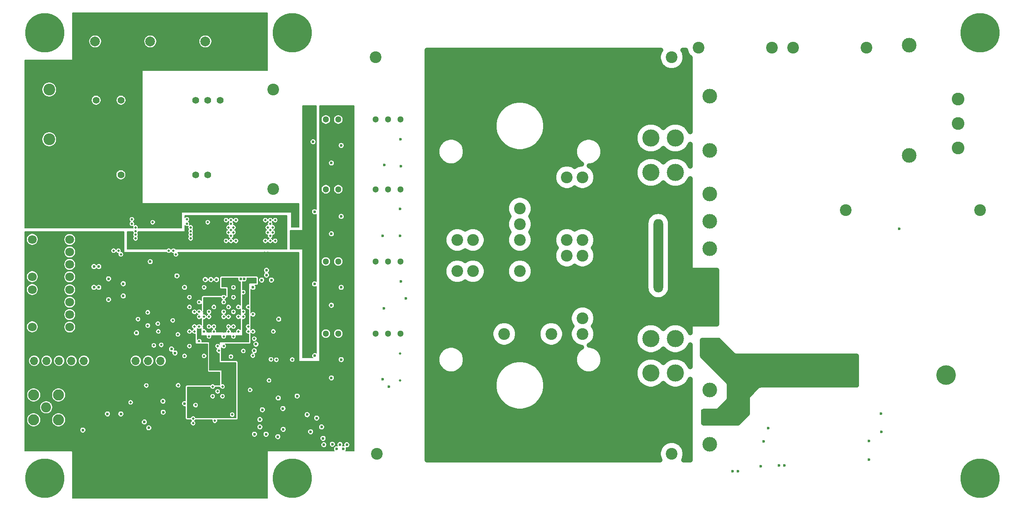
<source format=gbr>
G04 #@! TF.GenerationSoftware,KiCad,Pcbnew,5.1.4-e60b266~84~ubuntu18.04.1*
G04 #@! TF.CreationDate,2019-11-06T15:58:43-08:00*
G04 #@! TF.ProjectId,integrated,696e7465-6772-4617-9465-642e6b696361,rev?*
G04 #@! TF.SameCoordinates,Original*
G04 #@! TF.FileFunction,Copper,L3,Inr*
G04 #@! TF.FilePolarity,Positive*
%FSLAX46Y46*%
G04 Gerber Fmt 4.6, Leading zero omitted, Abs format (unit mm)*
G04 Created by KiCad (PCBNEW 5.1.4-e60b266~84~ubuntu18.04.1) date 2019-11-06 15:58:43*
%MOMM*%
%LPD*%
G04 APERTURE LIST*
%ADD10C,2.600000*%
%ADD11C,3.500000*%
%ADD12C,1.300000*%
%ADD13C,2.000000*%
%ADD14R,2.000000X2.000000*%
%ADD15C,2.400000*%
%ADD16C,3.000000*%
%ADD17O,1.700000X1.700000*%
%ADD18R,1.700000X1.700000*%
%ADD19C,2.250000*%
%ADD20C,2.050000*%
%ADD21C,4.000000*%
%ADD22C,1.800000*%
%ADD23C,1.400000*%
%ADD24O,2.000000X15.000000*%
%ADD25C,0.800000*%
%ADD26C,8.000000*%
%ADD27C,0.500000*%
%ADD28C,0.600000*%
%ADD29C,0.200000*%
%ADD30C,1.000000*%
G04 APERTURE END LIST*
D10*
X241000000Y-73000000D03*
X241000000Y-78000000D03*
X241000000Y-68000000D03*
D11*
X183250000Y-83005000D03*
X178250000Y-83005000D03*
X178250000Y-75995000D03*
X183250000Y-75995000D03*
X183250000Y-124005000D03*
X178250000Y-124005000D03*
X178250000Y-116995000D03*
X183250000Y-116995000D03*
D12*
X127120000Y-101210000D03*
X124580000Y-101210000D03*
X122040000Y-101210000D03*
X114420000Y-101210000D03*
X111880000Y-101210000D03*
X127120000Y-86460000D03*
X124580000Y-86460000D03*
X122040000Y-86460000D03*
X114420000Y-86460000D03*
X111880000Y-86460000D03*
X127120000Y-72210000D03*
X124580000Y-72210000D03*
X122040000Y-72210000D03*
X114420000Y-72210000D03*
X111880000Y-72210000D03*
D13*
X64750000Y-56250000D03*
D14*
X69750000Y-56250000D03*
D15*
X122000000Y-59500000D03*
X149500000Y-59500000D03*
X122250000Y-140500000D03*
X149750000Y-140500000D03*
X182500000Y-59500000D03*
X155000000Y-59500000D03*
X182500000Y-140500000D03*
X155000000Y-140500000D03*
D16*
X231000000Y-57000000D03*
X231000000Y-79500000D03*
D17*
X78120000Y-121500000D03*
X75580000Y-121500000D03*
X73040000Y-121500000D03*
D18*
X70500000Y-121500000D03*
D17*
X52300000Y-121500000D03*
X54840000Y-121500000D03*
X57380000Y-121500000D03*
X59920000Y-121500000D03*
X62460000Y-121500000D03*
D18*
X65000000Y-121500000D03*
D19*
X52210000Y-133540000D03*
X52210000Y-128460000D03*
X57290000Y-128460000D03*
X57290000Y-133540000D03*
D20*
X54750000Y-131000000D03*
D21*
X218500000Y-124250000D03*
X238500000Y-124450000D03*
D15*
X161100000Y-96800000D03*
X157900000Y-116000000D03*
X148300000Y-116000000D03*
X151500000Y-90400000D03*
X151500000Y-93600000D03*
X151500000Y-103200000D03*
X141900000Y-116000000D03*
X138700000Y-116000000D03*
X141900000Y-96800000D03*
X141900000Y-103200000D03*
X164300000Y-84000000D03*
X164300000Y-96800000D03*
X164300000Y-100000000D03*
X164300000Y-112800000D03*
X164300000Y-116000000D03*
X161100000Y-84000000D03*
X161100000Y-100000000D03*
X151500000Y-96800000D03*
X141900000Y-84000000D03*
X138700000Y-84000000D03*
X138700000Y-103200000D03*
X138700000Y-96800000D03*
D22*
X51900000Y-104310000D03*
X51900000Y-96690000D03*
X59560000Y-96730000D03*
X59560000Y-99270000D03*
X59560000Y-101810000D03*
X59560000Y-104350000D03*
X51900000Y-114560000D03*
X51900000Y-106940000D03*
X59560000Y-106980000D03*
X59560000Y-109520000D03*
X59560000Y-112060000D03*
X59560000Y-114600000D03*
D23*
X64950000Y-83500000D03*
X70000000Y-83500000D03*
X64950000Y-68260000D03*
X70030000Y-68260000D03*
X85250000Y-83500000D03*
X87750000Y-83500000D03*
X85250000Y-68260000D03*
X87750000Y-68260000D03*
X90250000Y-68260000D03*
D15*
X55375000Y-66090000D03*
X55375000Y-76250000D03*
X55375000Y-86410000D03*
X101125000Y-66090000D03*
X101125000Y-86410000D03*
D12*
X127120000Y-115960000D03*
X124580000Y-115960000D03*
X122040000Y-115960000D03*
X114420000Y-115960000D03*
X111880000Y-115960000D03*
D15*
X207250000Y-57500000D03*
X222250000Y-57500000D03*
D24*
X179750000Y-100000000D03*
X175250000Y-100000000D03*
D15*
X203000000Y-57500000D03*
X188000000Y-57500000D03*
D25*
X56500000Y-147500000D03*
X52500000Y-143500000D03*
X52500000Y-147500000D03*
X54500000Y-148500000D03*
X51500000Y-145500000D03*
X54500000Y-143000000D03*
X56500000Y-143500000D03*
X57500000Y-145500000D03*
D26*
X54500000Y-145500000D03*
D25*
X247500000Y-147500000D03*
X243500000Y-143500000D03*
X243500000Y-147500000D03*
X245500000Y-148500000D03*
X242500000Y-145500000D03*
X245500000Y-143000000D03*
X247500000Y-143500000D03*
X248500000Y-145500000D03*
D26*
X245500000Y-145500000D03*
D25*
X56500000Y-56500000D03*
X52500000Y-52500000D03*
X52500000Y-56500000D03*
X54500000Y-57500000D03*
X51500000Y-54500000D03*
X54500000Y-52000000D03*
X56500000Y-52500000D03*
X57500000Y-54500000D03*
D26*
X54500000Y-54500000D03*
D25*
X247500000Y-56500000D03*
X243500000Y-52500000D03*
X243500000Y-56500000D03*
X245500000Y-57500000D03*
X242500000Y-54500000D03*
X245500000Y-52000000D03*
X247500000Y-52500000D03*
X248500000Y-54500000D03*
D26*
X245500000Y-54500000D03*
D25*
X107000000Y-56500000D03*
X103000000Y-52500000D03*
X103000000Y-56500000D03*
X105000000Y-57500000D03*
X102000000Y-54500000D03*
X105000000Y-52000000D03*
X107000000Y-52500000D03*
X108000000Y-54500000D03*
D26*
X105000000Y-54500000D03*
D25*
X107000000Y-147500000D03*
X103000000Y-143500000D03*
X103000000Y-147500000D03*
X105000000Y-148500000D03*
X102000000Y-145500000D03*
X105000000Y-143000000D03*
X107000000Y-143500000D03*
X108000000Y-145500000D03*
D26*
X105000000Y-145500000D03*
D13*
X87250000Y-56250000D03*
D14*
X92250000Y-56250000D03*
D13*
X76000000Y-56250000D03*
D14*
X81000000Y-56250000D03*
D15*
X245500000Y-90750000D03*
X218000000Y-90750000D03*
D16*
X190250000Y-118560000D03*
X190250000Y-107440000D03*
X190250000Y-87440000D03*
X190250000Y-93000000D03*
X190250000Y-98560000D03*
X190250000Y-127440000D03*
X190250000Y-133000000D03*
X190250000Y-138560000D03*
X190250000Y-78560000D03*
X190250000Y-67440000D03*
D27*
X92000000Y-95250000D03*
X93000000Y-95250000D03*
X93000000Y-94250000D03*
X92000000Y-94250000D03*
X101000000Y-95250000D03*
X100000000Y-95250000D03*
X101000000Y-94250000D03*
X100000000Y-94250000D03*
X75500000Y-114300000D03*
X88750000Y-128750000D03*
X90750000Y-128750000D03*
X90750000Y-126750000D03*
X88750000Y-126750000D03*
X89750000Y-127750000D03*
X92500000Y-94750000D03*
X73000000Y-95000000D03*
X73000000Y-95750000D03*
X73000000Y-96500000D03*
X76500000Y-93200000D03*
X73000000Y-94250000D03*
X72250000Y-93500000D03*
X68500000Y-99000000D03*
X69500000Y-99000000D03*
X70000000Y-99750000D03*
X72250000Y-92600000D03*
X84250000Y-95000000D03*
X83500000Y-93500000D03*
X80750000Y-99000000D03*
X84250000Y-96500000D03*
X84250000Y-94250000D03*
X83500000Y-92600000D03*
X87750000Y-93200000D03*
X79750000Y-99000000D03*
X84250000Y-95750000D03*
X81250000Y-99750000D03*
X92500000Y-96000000D03*
X92500000Y-93500000D03*
X91500000Y-97000000D03*
X93500000Y-97000000D03*
X92500000Y-97000000D03*
X92500000Y-92750000D03*
X91500000Y-92750000D03*
X93500000Y-92750000D03*
X101500000Y-97000000D03*
X100500000Y-92750000D03*
X100500000Y-96000000D03*
X99500000Y-92750000D03*
X101500000Y-92750000D03*
X99500000Y-97000000D03*
X100500000Y-97000000D03*
X100500000Y-93500000D03*
X100500000Y-94750000D03*
X92750000Y-132500000D03*
X85250000Y-130550000D03*
X94000000Y-110500000D03*
X89000000Y-110500000D03*
X88000000Y-111500000D03*
X86000000Y-117500000D03*
X93000000Y-114500000D03*
X92000000Y-110500000D03*
X86000000Y-111500000D03*
X95000000Y-112500000D03*
X95000000Y-111500000D03*
X96000000Y-114500000D03*
X96000000Y-115500000D03*
X97000000Y-115500000D03*
X94000000Y-112500000D03*
X95000000Y-107500000D03*
X86000000Y-109500000D03*
X84000000Y-108500000D03*
X84000000Y-110500000D03*
X91000000Y-118500000D03*
X87000000Y-120500000D03*
X95000000Y-119500000D03*
X83000000Y-120500000D03*
X84000000Y-118500000D03*
X91000000Y-108500000D03*
X93000000Y-108500000D03*
X93000000Y-106500000D03*
X87000000Y-106500000D03*
X97250000Y-117000000D03*
X93000000Y-111500000D03*
X91000000Y-111500000D03*
X91000000Y-112500000D03*
X88000000Y-112500000D03*
X87000000Y-112500000D03*
X84000000Y-115500000D03*
X86000000Y-114500000D03*
X87000000Y-115500000D03*
X88000000Y-116500000D03*
X88000000Y-114500000D03*
X89000000Y-114500000D03*
X89000000Y-115500000D03*
X91000000Y-116500000D03*
X94000000Y-115500000D03*
X92000000Y-115500000D03*
X93000000Y-116500000D03*
X78250000Y-118250000D03*
X76750000Y-118350000D03*
X77650000Y-115500000D03*
X75500000Y-111600000D03*
X73500000Y-113000000D03*
X92500000Y-120650000D03*
X96950000Y-120450000D03*
X96400000Y-127450000D03*
X100250000Y-125500000D03*
X101750000Y-121300000D03*
X101150000Y-115500000D03*
X97000000Y-112000000D03*
X96000000Y-110500000D03*
X84750000Y-133300000D03*
X75200000Y-126550000D03*
X72000000Y-130000000D03*
X81700000Y-126500000D03*
X84750000Y-134250000D03*
D28*
X78600000Y-129750000D03*
X78650000Y-132000000D03*
X75700000Y-135200000D03*
X74800000Y-134000000D03*
X70000000Y-132350000D03*
X67250000Y-132350000D03*
X62250000Y-135650000D03*
X97300000Y-136500000D03*
X99650000Y-136500000D03*
X103150000Y-135500000D03*
X83000000Y-130250000D03*
X103100000Y-131250000D03*
X108050000Y-132500000D03*
X106000000Y-128700000D03*
X65500000Y-106500000D03*
X64500000Y-106500000D03*
X67500000Y-109000000D03*
X64500000Y-102250000D03*
X65500000Y-102250000D03*
X67500000Y-104750000D03*
X97000000Y-106500000D03*
X109250000Y-76750000D03*
X115000000Y-77500000D03*
X115000000Y-92000000D03*
X115000000Y-106500000D03*
X115000000Y-121250000D03*
X95150000Y-104800000D03*
X94500000Y-104800000D03*
X87250000Y-104900000D03*
X88400000Y-104900000D03*
X89550000Y-104900000D03*
X109550000Y-91050000D03*
X109550000Y-105800000D03*
X109600000Y-120450000D03*
X99750000Y-103000000D03*
X99750000Y-104000000D03*
X98750000Y-105000000D03*
X100750000Y-105000000D03*
D27*
X89200000Y-133750000D03*
D28*
X222750000Y-141650000D03*
X73200000Y-115800000D03*
X83000000Y-106500000D03*
X70500000Y-105750000D03*
X70500000Y-108250000D03*
X200650000Y-143000000D03*
X98400000Y-135000000D03*
X110000000Y-133200000D03*
X102250000Y-113000000D03*
D27*
X93000000Y-110500000D03*
X89000000Y-111500000D03*
X88000000Y-110500000D03*
X87000000Y-111500000D03*
X94000000Y-114500000D03*
X91000000Y-110500000D03*
X92000000Y-111500000D03*
X93000000Y-112500000D03*
X86996786Y-114496045D03*
X88000000Y-115500000D03*
X91000000Y-115500000D03*
X93000000Y-115500000D03*
X94000000Y-111500000D03*
D28*
X91000000Y-104850000D03*
X92150000Y-104900000D03*
X93250000Y-104900000D03*
D27*
X100050000Y-99450000D03*
X99350000Y-99400000D03*
X99750000Y-100100000D03*
X91000000Y-119500000D03*
X87000000Y-119500000D03*
X84000000Y-119500000D03*
X91000000Y-107500000D03*
X87000000Y-107500000D03*
X84000000Y-107500000D03*
X84000000Y-111500000D03*
X84000000Y-112500000D03*
X84000000Y-114500000D03*
X78300000Y-116250000D03*
X78400000Y-114250000D03*
X78400000Y-113250000D03*
X77600000Y-112700000D03*
X75750000Y-118350000D03*
X89550000Y-124450000D03*
X96400000Y-122250000D03*
X95200000Y-126550000D03*
X102750000Y-121300000D03*
X101150000Y-114250000D03*
X101200000Y-116750000D03*
X73850000Y-126600000D03*
X72700000Y-129800000D03*
X81700000Y-127500000D03*
D28*
X104350000Y-129450000D03*
X94700000Y-131100000D03*
X94700000Y-136500000D03*
X99650000Y-135500000D03*
X83000000Y-132750000D03*
X107250000Y-128700000D03*
X99700000Y-129500000D03*
X67500000Y-106500000D03*
X67500000Y-102250000D03*
X115000000Y-81000000D03*
X115000000Y-95500000D03*
X115000000Y-110000000D03*
X115000000Y-124750000D03*
X84500000Y-103250000D03*
X84500000Y-104000000D03*
X84500000Y-104750000D03*
X102750000Y-105250000D03*
X103250000Y-104750000D03*
X70250000Y-114000000D03*
X70250000Y-115500000D03*
X194900000Y-144050000D03*
X116850000Y-139500000D03*
X103000000Y-116000000D03*
D27*
X91800000Y-132500000D03*
X93350000Y-128650000D03*
X85250000Y-129550000D03*
X89676462Y-131551284D03*
X95000000Y-110500000D03*
X86000000Y-115500000D03*
X87000000Y-116500000D03*
X89000000Y-116500000D03*
X92000000Y-116500000D03*
D28*
X97150000Y-104800000D03*
X96800000Y-105350000D03*
X96350000Y-104800000D03*
X84450000Y-130100000D03*
X83850000Y-129050000D03*
X76000000Y-101250000D03*
X114050000Y-139500000D03*
X109250000Y-74250000D03*
X105500000Y-97750000D03*
X109550000Y-88450000D03*
X109550000Y-103250000D03*
X109600000Y-118000000D03*
X128250000Y-108750000D03*
X127150000Y-105250000D03*
X123750000Y-110750000D03*
X124750000Y-126750000D03*
D27*
X127000000Y-120000000D03*
X127000000Y-125500000D03*
D28*
X123500000Y-125250000D03*
X127000000Y-90500000D03*
X127000000Y-96000000D03*
X123500000Y-96000000D03*
X127100000Y-76250000D03*
X127200000Y-81750000D03*
X123775000Y-81475000D03*
D27*
X86000000Y-112500000D03*
X80600000Y-113250000D03*
X85000000Y-114500000D03*
X81650000Y-116100000D03*
X85000000Y-115500000D03*
D28*
X113200000Y-138550000D03*
D27*
X90000000Y-119450000D03*
D28*
X98900000Y-131500000D03*
D27*
X89750000Y-118500000D03*
D28*
X98400000Y-133500000D03*
D27*
X85000000Y-111500000D03*
X77550000Y-113900000D03*
X100650000Y-121200000D03*
X105000000Y-121250000D03*
X91000000Y-109500000D03*
D28*
X111300000Y-137350000D03*
X111450000Y-138650000D03*
X108750000Y-136000000D03*
X97250000Y-119450000D03*
X102050000Y-137000000D03*
X102150000Y-129100000D03*
X97600000Y-118100000D03*
X79500000Y-93500000D03*
X80500000Y-93500000D03*
X81500000Y-93500000D03*
X68000000Y-93500000D03*
X69000000Y-93500000D03*
X70000000Y-93500000D03*
X105500000Y-93750000D03*
D27*
X89962500Y-97037500D03*
X89962500Y-96287500D03*
X97962500Y-97037500D03*
X97962500Y-96287500D03*
D28*
X73500000Y-98250000D03*
X74500000Y-98250000D03*
X202200000Y-135250000D03*
X229000000Y-94500000D03*
X205500000Y-142900000D03*
X114750000Y-138600000D03*
X204450000Y-142850000D03*
X115450000Y-139500000D03*
X201250000Y-138000000D03*
X222750000Y-137850000D03*
X225250000Y-132250000D03*
X225300000Y-136000000D03*
D27*
X92000000Y-112500000D03*
X92000000Y-114500000D03*
D28*
X81050000Y-119900000D03*
X80350000Y-119100000D03*
X81450000Y-104150000D03*
X113000000Y-110150000D03*
X113000000Y-125000000D03*
X113000000Y-95550000D03*
X113000000Y-81100000D03*
X111000000Y-135000000D03*
X196000000Y-144050000D03*
X116150000Y-138650000D03*
D29*
G36*
X99900000Y-62150000D02*
G01*
X74500000Y-62150000D01*
X74480491Y-62151921D01*
X74461732Y-62157612D01*
X74444443Y-62166853D01*
X74429289Y-62179289D01*
X74416853Y-62194443D01*
X74407612Y-62211732D01*
X74401921Y-62230491D01*
X74400000Y-62250000D01*
X74400000Y-89250000D01*
X74401921Y-89269509D01*
X74407612Y-89288268D01*
X74416853Y-89305557D01*
X74429289Y-89320711D01*
X74444443Y-89333147D01*
X74461732Y-89342388D01*
X74480491Y-89348079D01*
X74500000Y-89350000D01*
X106400000Y-89350000D01*
X106400000Y-94150000D01*
X104850000Y-94150000D01*
X104850000Y-91250000D01*
X104848079Y-91230491D01*
X104842388Y-91211732D01*
X104833147Y-91194443D01*
X104820711Y-91179289D01*
X104805557Y-91166853D01*
X104788268Y-91157612D01*
X104769509Y-91151921D01*
X104750000Y-91150000D01*
X82500000Y-91150000D01*
X82480491Y-91151921D01*
X82461732Y-91157612D01*
X82444443Y-91166853D01*
X82429289Y-91179289D01*
X82416853Y-91194443D01*
X82407612Y-91211732D01*
X82401921Y-91230491D01*
X82400000Y-91250000D01*
X82400000Y-94400000D01*
X73530938Y-94400000D01*
X73550000Y-94304170D01*
X73550000Y-94195830D01*
X73528864Y-94089571D01*
X73487403Y-93989477D01*
X73427213Y-93899396D01*
X73350604Y-93822787D01*
X73260523Y-93762597D01*
X73160429Y-93721136D01*
X73054170Y-93700000D01*
X72945830Y-93700000D01*
X72839571Y-93721136D01*
X72739477Y-93762597D01*
X72733227Y-93766773D01*
X72737403Y-93760523D01*
X72778864Y-93660429D01*
X72800000Y-93554170D01*
X72800000Y-93445830D01*
X72778864Y-93339571D01*
X72737403Y-93239477D01*
X72677213Y-93149396D01*
X72673647Y-93145830D01*
X75950000Y-93145830D01*
X75950000Y-93254170D01*
X75971136Y-93360429D01*
X76012597Y-93460523D01*
X76072787Y-93550604D01*
X76149396Y-93627213D01*
X76239477Y-93687403D01*
X76339571Y-93728864D01*
X76445830Y-93750000D01*
X76554170Y-93750000D01*
X76660429Y-93728864D01*
X76760523Y-93687403D01*
X76850604Y-93627213D01*
X76927213Y-93550604D01*
X76987403Y-93460523D01*
X77028864Y-93360429D01*
X77050000Y-93254170D01*
X77050000Y-93145830D01*
X77028864Y-93039571D01*
X76987403Y-92939477D01*
X76927213Y-92849396D01*
X76850604Y-92772787D01*
X76760523Y-92712597D01*
X76660429Y-92671136D01*
X76554170Y-92650000D01*
X76445830Y-92650000D01*
X76339571Y-92671136D01*
X76239477Y-92712597D01*
X76149396Y-92772787D01*
X76072787Y-92849396D01*
X76012597Y-92939477D01*
X75971136Y-93039571D01*
X75950000Y-93145830D01*
X72673647Y-93145830D01*
X72600604Y-93072787D01*
X72566501Y-93050000D01*
X72600604Y-93027213D01*
X72677213Y-92950604D01*
X72737403Y-92860523D01*
X72778864Y-92760429D01*
X72800000Y-92654170D01*
X72800000Y-92545830D01*
X72778864Y-92439571D01*
X72737403Y-92339477D01*
X72677213Y-92249396D01*
X72600604Y-92172787D01*
X72510523Y-92112597D01*
X72410429Y-92071136D01*
X72304170Y-92050000D01*
X72195830Y-92050000D01*
X72089571Y-92071136D01*
X71989477Y-92112597D01*
X71899396Y-92172787D01*
X71822787Y-92249396D01*
X71762597Y-92339477D01*
X71721136Y-92439571D01*
X71700000Y-92545830D01*
X71700000Y-92654170D01*
X71721136Y-92760429D01*
X71762597Y-92860523D01*
X71822787Y-92950604D01*
X71899396Y-93027213D01*
X71933499Y-93050000D01*
X71899396Y-93072787D01*
X71822787Y-93149396D01*
X71762597Y-93239477D01*
X71721136Y-93339571D01*
X71700000Y-93445830D01*
X71700000Y-93554170D01*
X71721136Y-93660429D01*
X71762597Y-93760523D01*
X71822787Y-93850604D01*
X71899396Y-93927213D01*
X71989477Y-93987403D01*
X72089571Y-94028864D01*
X72195830Y-94050000D01*
X72304170Y-94050000D01*
X72410429Y-94028864D01*
X72510523Y-93987403D01*
X72516773Y-93983227D01*
X72512597Y-93989477D01*
X72471136Y-94089571D01*
X72450000Y-94195830D01*
X72450000Y-94304170D01*
X72469062Y-94400000D01*
X50400000Y-94400000D01*
X50400000Y-83401509D01*
X69000000Y-83401509D01*
X69000000Y-83598491D01*
X69038429Y-83791689D01*
X69113811Y-83973678D01*
X69223249Y-84137463D01*
X69362537Y-84276751D01*
X69526322Y-84386189D01*
X69708311Y-84461571D01*
X69901509Y-84500000D01*
X70098491Y-84500000D01*
X70291689Y-84461571D01*
X70473678Y-84386189D01*
X70637463Y-84276751D01*
X70776751Y-84137463D01*
X70886189Y-83973678D01*
X70961571Y-83791689D01*
X71000000Y-83598491D01*
X71000000Y-83401509D01*
X70961571Y-83208311D01*
X70886189Y-83026322D01*
X70776751Y-82862537D01*
X70637463Y-82723249D01*
X70473678Y-82613811D01*
X70291689Y-82538429D01*
X70098491Y-82500000D01*
X69901509Y-82500000D01*
X69708311Y-82538429D01*
X69526322Y-82613811D01*
X69362537Y-82723249D01*
X69223249Y-82862537D01*
X69113811Y-83026322D01*
X69038429Y-83208311D01*
X69000000Y-83401509D01*
X50400000Y-83401509D01*
X50400000Y-76102263D01*
X53875000Y-76102263D01*
X53875000Y-76397737D01*
X53932644Y-76687534D01*
X54045717Y-76960517D01*
X54209874Y-77206194D01*
X54418806Y-77415126D01*
X54664483Y-77579283D01*
X54937466Y-77692356D01*
X55227263Y-77750000D01*
X55522737Y-77750000D01*
X55812534Y-77692356D01*
X56085517Y-77579283D01*
X56331194Y-77415126D01*
X56540126Y-77206194D01*
X56704283Y-76960517D01*
X56817356Y-76687534D01*
X56875000Y-76397737D01*
X56875000Y-76102263D01*
X56817356Y-75812466D01*
X56704283Y-75539483D01*
X56540126Y-75293806D01*
X56331194Y-75084874D01*
X56085517Y-74920717D01*
X55812534Y-74807644D01*
X55522737Y-74750000D01*
X55227263Y-74750000D01*
X54937466Y-74807644D01*
X54664483Y-74920717D01*
X54418806Y-75084874D01*
X54209874Y-75293806D01*
X54045717Y-75539483D01*
X53932644Y-75812466D01*
X53875000Y-76102263D01*
X50400000Y-76102263D01*
X50400000Y-68161509D01*
X63950000Y-68161509D01*
X63950000Y-68358491D01*
X63988429Y-68551689D01*
X64063811Y-68733678D01*
X64173249Y-68897463D01*
X64312537Y-69036751D01*
X64476322Y-69146189D01*
X64658311Y-69221571D01*
X64851509Y-69260000D01*
X65048491Y-69260000D01*
X65241689Y-69221571D01*
X65423678Y-69146189D01*
X65587463Y-69036751D01*
X65726751Y-68897463D01*
X65836189Y-68733678D01*
X65911571Y-68551689D01*
X65950000Y-68358491D01*
X65950000Y-68161509D01*
X69030000Y-68161509D01*
X69030000Y-68358491D01*
X69068429Y-68551689D01*
X69143811Y-68733678D01*
X69253249Y-68897463D01*
X69392537Y-69036751D01*
X69556322Y-69146189D01*
X69738311Y-69221571D01*
X69931509Y-69260000D01*
X70128491Y-69260000D01*
X70321689Y-69221571D01*
X70503678Y-69146189D01*
X70667463Y-69036751D01*
X70806751Y-68897463D01*
X70916189Y-68733678D01*
X70991571Y-68551689D01*
X71030000Y-68358491D01*
X71030000Y-68161509D01*
X70991571Y-67968311D01*
X70916189Y-67786322D01*
X70806751Y-67622537D01*
X70667463Y-67483249D01*
X70503678Y-67373811D01*
X70321689Y-67298429D01*
X70128491Y-67260000D01*
X69931509Y-67260000D01*
X69738311Y-67298429D01*
X69556322Y-67373811D01*
X69392537Y-67483249D01*
X69253249Y-67622537D01*
X69143811Y-67786322D01*
X69068429Y-67968311D01*
X69030000Y-68161509D01*
X65950000Y-68161509D01*
X65911571Y-67968311D01*
X65836189Y-67786322D01*
X65726751Y-67622537D01*
X65587463Y-67483249D01*
X65423678Y-67373811D01*
X65241689Y-67298429D01*
X65048491Y-67260000D01*
X64851509Y-67260000D01*
X64658311Y-67298429D01*
X64476322Y-67373811D01*
X64312537Y-67483249D01*
X64173249Y-67622537D01*
X64063811Y-67786322D01*
X63988429Y-67968311D01*
X63950000Y-68161509D01*
X50400000Y-68161509D01*
X50400000Y-65942263D01*
X53875000Y-65942263D01*
X53875000Y-66237737D01*
X53932644Y-66527534D01*
X54045717Y-66800517D01*
X54209874Y-67046194D01*
X54418806Y-67255126D01*
X54664483Y-67419283D01*
X54937466Y-67532356D01*
X55227263Y-67590000D01*
X55522737Y-67590000D01*
X55812534Y-67532356D01*
X56085517Y-67419283D01*
X56331194Y-67255126D01*
X56540126Y-67046194D01*
X56704283Y-66800517D01*
X56817356Y-66527534D01*
X56875000Y-66237737D01*
X56875000Y-65942263D01*
X56817356Y-65652466D01*
X56704283Y-65379483D01*
X56540126Y-65133806D01*
X56331194Y-64924874D01*
X56085517Y-64760717D01*
X55812534Y-64647644D01*
X55522737Y-64590000D01*
X55227263Y-64590000D01*
X54937466Y-64647644D01*
X54664483Y-64760717D01*
X54418806Y-64924874D01*
X54209874Y-65133806D01*
X54045717Y-65379483D01*
X53932644Y-65652466D01*
X53875000Y-65942263D01*
X50400000Y-65942263D01*
X50400000Y-60100000D01*
X60000000Y-60100000D01*
X60019509Y-60098079D01*
X60038268Y-60092388D01*
X60055557Y-60083147D01*
X60070711Y-60070711D01*
X60083147Y-60055557D01*
X60092388Y-60038268D01*
X60098079Y-60019509D01*
X60100000Y-60000000D01*
X60100000Y-56121961D01*
X63450000Y-56121961D01*
X63450000Y-56378039D01*
X63499958Y-56629196D01*
X63597955Y-56865781D01*
X63740224Y-57078702D01*
X63921298Y-57259776D01*
X64134219Y-57402045D01*
X64370804Y-57500042D01*
X64621961Y-57550000D01*
X64878039Y-57550000D01*
X65129196Y-57500042D01*
X65365781Y-57402045D01*
X65578702Y-57259776D01*
X65759776Y-57078702D01*
X65902045Y-56865781D01*
X66000042Y-56629196D01*
X66050000Y-56378039D01*
X66050000Y-56121961D01*
X74700000Y-56121961D01*
X74700000Y-56378039D01*
X74749958Y-56629196D01*
X74847955Y-56865781D01*
X74990224Y-57078702D01*
X75171298Y-57259776D01*
X75384219Y-57402045D01*
X75620804Y-57500042D01*
X75871961Y-57550000D01*
X76128039Y-57550000D01*
X76379196Y-57500042D01*
X76615781Y-57402045D01*
X76828702Y-57259776D01*
X77009776Y-57078702D01*
X77152045Y-56865781D01*
X77250042Y-56629196D01*
X77300000Y-56378039D01*
X77300000Y-56121961D01*
X85950000Y-56121961D01*
X85950000Y-56378039D01*
X85999958Y-56629196D01*
X86097955Y-56865781D01*
X86240224Y-57078702D01*
X86421298Y-57259776D01*
X86634219Y-57402045D01*
X86870804Y-57500042D01*
X87121961Y-57550000D01*
X87378039Y-57550000D01*
X87629196Y-57500042D01*
X87865781Y-57402045D01*
X88078702Y-57259776D01*
X88259776Y-57078702D01*
X88402045Y-56865781D01*
X88500042Y-56629196D01*
X88550000Y-56378039D01*
X88550000Y-56121961D01*
X88500042Y-55870804D01*
X88402045Y-55634219D01*
X88259776Y-55421298D01*
X88078702Y-55240224D01*
X87865781Y-55097955D01*
X87629196Y-54999958D01*
X87378039Y-54950000D01*
X87121961Y-54950000D01*
X86870804Y-54999958D01*
X86634219Y-55097955D01*
X86421298Y-55240224D01*
X86240224Y-55421298D01*
X86097955Y-55634219D01*
X85999958Y-55870804D01*
X85950000Y-56121961D01*
X77300000Y-56121961D01*
X77250042Y-55870804D01*
X77152045Y-55634219D01*
X77009776Y-55421298D01*
X76828702Y-55240224D01*
X76615781Y-55097955D01*
X76379196Y-54999958D01*
X76128039Y-54950000D01*
X75871961Y-54950000D01*
X75620804Y-54999958D01*
X75384219Y-55097955D01*
X75171298Y-55240224D01*
X74990224Y-55421298D01*
X74847955Y-55634219D01*
X74749958Y-55870804D01*
X74700000Y-56121961D01*
X66050000Y-56121961D01*
X66000042Y-55870804D01*
X65902045Y-55634219D01*
X65759776Y-55421298D01*
X65578702Y-55240224D01*
X65365781Y-55097955D01*
X65129196Y-54999958D01*
X64878039Y-54950000D01*
X64621961Y-54950000D01*
X64370804Y-54999958D01*
X64134219Y-55097955D01*
X63921298Y-55240224D01*
X63740224Y-55421298D01*
X63597955Y-55634219D01*
X63499958Y-55870804D01*
X63450000Y-56121961D01*
X60100000Y-56121961D01*
X60100000Y-50400000D01*
X99900000Y-50400000D01*
X99900000Y-62150000D01*
X99900000Y-62150000D01*
G37*
X99900000Y-62150000D02*
X74500000Y-62150000D01*
X74480491Y-62151921D01*
X74461732Y-62157612D01*
X74444443Y-62166853D01*
X74429289Y-62179289D01*
X74416853Y-62194443D01*
X74407612Y-62211732D01*
X74401921Y-62230491D01*
X74400000Y-62250000D01*
X74400000Y-89250000D01*
X74401921Y-89269509D01*
X74407612Y-89288268D01*
X74416853Y-89305557D01*
X74429289Y-89320711D01*
X74444443Y-89333147D01*
X74461732Y-89342388D01*
X74480491Y-89348079D01*
X74500000Y-89350000D01*
X106400000Y-89350000D01*
X106400000Y-94150000D01*
X104850000Y-94150000D01*
X104850000Y-91250000D01*
X104848079Y-91230491D01*
X104842388Y-91211732D01*
X104833147Y-91194443D01*
X104820711Y-91179289D01*
X104805557Y-91166853D01*
X104788268Y-91157612D01*
X104769509Y-91151921D01*
X104750000Y-91150000D01*
X82500000Y-91150000D01*
X82480491Y-91151921D01*
X82461732Y-91157612D01*
X82444443Y-91166853D01*
X82429289Y-91179289D01*
X82416853Y-91194443D01*
X82407612Y-91211732D01*
X82401921Y-91230491D01*
X82400000Y-91250000D01*
X82400000Y-94400000D01*
X73530938Y-94400000D01*
X73550000Y-94304170D01*
X73550000Y-94195830D01*
X73528864Y-94089571D01*
X73487403Y-93989477D01*
X73427213Y-93899396D01*
X73350604Y-93822787D01*
X73260523Y-93762597D01*
X73160429Y-93721136D01*
X73054170Y-93700000D01*
X72945830Y-93700000D01*
X72839571Y-93721136D01*
X72739477Y-93762597D01*
X72733227Y-93766773D01*
X72737403Y-93760523D01*
X72778864Y-93660429D01*
X72800000Y-93554170D01*
X72800000Y-93445830D01*
X72778864Y-93339571D01*
X72737403Y-93239477D01*
X72677213Y-93149396D01*
X72673647Y-93145830D01*
X75950000Y-93145830D01*
X75950000Y-93254170D01*
X75971136Y-93360429D01*
X76012597Y-93460523D01*
X76072787Y-93550604D01*
X76149396Y-93627213D01*
X76239477Y-93687403D01*
X76339571Y-93728864D01*
X76445830Y-93750000D01*
X76554170Y-93750000D01*
X76660429Y-93728864D01*
X76760523Y-93687403D01*
X76850604Y-93627213D01*
X76927213Y-93550604D01*
X76987403Y-93460523D01*
X77028864Y-93360429D01*
X77050000Y-93254170D01*
X77050000Y-93145830D01*
X77028864Y-93039571D01*
X76987403Y-92939477D01*
X76927213Y-92849396D01*
X76850604Y-92772787D01*
X76760523Y-92712597D01*
X76660429Y-92671136D01*
X76554170Y-92650000D01*
X76445830Y-92650000D01*
X76339571Y-92671136D01*
X76239477Y-92712597D01*
X76149396Y-92772787D01*
X76072787Y-92849396D01*
X76012597Y-92939477D01*
X75971136Y-93039571D01*
X75950000Y-93145830D01*
X72673647Y-93145830D01*
X72600604Y-93072787D01*
X72566501Y-93050000D01*
X72600604Y-93027213D01*
X72677213Y-92950604D01*
X72737403Y-92860523D01*
X72778864Y-92760429D01*
X72800000Y-92654170D01*
X72800000Y-92545830D01*
X72778864Y-92439571D01*
X72737403Y-92339477D01*
X72677213Y-92249396D01*
X72600604Y-92172787D01*
X72510523Y-92112597D01*
X72410429Y-92071136D01*
X72304170Y-92050000D01*
X72195830Y-92050000D01*
X72089571Y-92071136D01*
X71989477Y-92112597D01*
X71899396Y-92172787D01*
X71822787Y-92249396D01*
X71762597Y-92339477D01*
X71721136Y-92439571D01*
X71700000Y-92545830D01*
X71700000Y-92654170D01*
X71721136Y-92760429D01*
X71762597Y-92860523D01*
X71822787Y-92950604D01*
X71899396Y-93027213D01*
X71933499Y-93050000D01*
X71899396Y-93072787D01*
X71822787Y-93149396D01*
X71762597Y-93239477D01*
X71721136Y-93339571D01*
X71700000Y-93445830D01*
X71700000Y-93554170D01*
X71721136Y-93660429D01*
X71762597Y-93760523D01*
X71822787Y-93850604D01*
X71899396Y-93927213D01*
X71989477Y-93987403D01*
X72089571Y-94028864D01*
X72195830Y-94050000D01*
X72304170Y-94050000D01*
X72410429Y-94028864D01*
X72510523Y-93987403D01*
X72516773Y-93983227D01*
X72512597Y-93989477D01*
X72471136Y-94089571D01*
X72450000Y-94195830D01*
X72450000Y-94304170D01*
X72469062Y-94400000D01*
X50400000Y-94400000D01*
X50400000Y-83401509D01*
X69000000Y-83401509D01*
X69000000Y-83598491D01*
X69038429Y-83791689D01*
X69113811Y-83973678D01*
X69223249Y-84137463D01*
X69362537Y-84276751D01*
X69526322Y-84386189D01*
X69708311Y-84461571D01*
X69901509Y-84500000D01*
X70098491Y-84500000D01*
X70291689Y-84461571D01*
X70473678Y-84386189D01*
X70637463Y-84276751D01*
X70776751Y-84137463D01*
X70886189Y-83973678D01*
X70961571Y-83791689D01*
X71000000Y-83598491D01*
X71000000Y-83401509D01*
X70961571Y-83208311D01*
X70886189Y-83026322D01*
X70776751Y-82862537D01*
X70637463Y-82723249D01*
X70473678Y-82613811D01*
X70291689Y-82538429D01*
X70098491Y-82500000D01*
X69901509Y-82500000D01*
X69708311Y-82538429D01*
X69526322Y-82613811D01*
X69362537Y-82723249D01*
X69223249Y-82862537D01*
X69113811Y-83026322D01*
X69038429Y-83208311D01*
X69000000Y-83401509D01*
X50400000Y-83401509D01*
X50400000Y-76102263D01*
X53875000Y-76102263D01*
X53875000Y-76397737D01*
X53932644Y-76687534D01*
X54045717Y-76960517D01*
X54209874Y-77206194D01*
X54418806Y-77415126D01*
X54664483Y-77579283D01*
X54937466Y-77692356D01*
X55227263Y-77750000D01*
X55522737Y-77750000D01*
X55812534Y-77692356D01*
X56085517Y-77579283D01*
X56331194Y-77415126D01*
X56540126Y-77206194D01*
X56704283Y-76960517D01*
X56817356Y-76687534D01*
X56875000Y-76397737D01*
X56875000Y-76102263D01*
X56817356Y-75812466D01*
X56704283Y-75539483D01*
X56540126Y-75293806D01*
X56331194Y-75084874D01*
X56085517Y-74920717D01*
X55812534Y-74807644D01*
X55522737Y-74750000D01*
X55227263Y-74750000D01*
X54937466Y-74807644D01*
X54664483Y-74920717D01*
X54418806Y-75084874D01*
X54209874Y-75293806D01*
X54045717Y-75539483D01*
X53932644Y-75812466D01*
X53875000Y-76102263D01*
X50400000Y-76102263D01*
X50400000Y-68161509D01*
X63950000Y-68161509D01*
X63950000Y-68358491D01*
X63988429Y-68551689D01*
X64063811Y-68733678D01*
X64173249Y-68897463D01*
X64312537Y-69036751D01*
X64476322Y-69146189D01*
X64658311Y-69221571D01*
X64851509Y-69260000D01*
X65048491Y-69260000D01*
X65241689Y-69221571D01*
X65423678Y-69146189D01*
X65587463Y-69036751D01*
X65726751Y-68897463D01*
X65836189Y-68733678D01*
X65911571Y-68551689D01*
X65950000Y-68358491D01*
X65950000Y-68161509D01*
X69030000Y-68161509D01*
X69030000Y-68358491D01*
X69068429Y-68551689D01*
X69143811Y-68733678D01*
X69253249Y-68897463D01*
X69392537Y-69036751D01*
X69556322Y-69146189D01*
X69738311Y-69221571D01*
X69931509Y-69260000D01*
X70128491Y-69260000D01*
X70321689Y-69221571D01*
X70503678Y-69146189D01*
X70667463Y-69036751D01*
X70806751Y-68897463D01*
X70916189Y-68733678D01*
X70991571Y-68551689D01*
X71030000Y-68358491D01*
X71030000Y-68161509D01*
X70991571Y-67968311D01*
X70916189Y-67786322D01*
X70806751Y-67622537D01*
X70667463Y-67483249D01*
X70503678Y-67373811D01*
X70321689Y-67298429D01*
X70128491Y-67260000D01*
X69931509Y-67260000D01*
X69738311Y-67298429D01*
X69556322Y-67373811D01*
X69392537Y-67483249D01*
X69253249Y-67622537D01*
X69143811Y-67786322D01*
X69068429Y-67968311D01*
X69030000Y-68161509D01*
X65950000Y-68161509D01*
X65911571Y-67968311D01*
X65836189Y-67786322D01*
X65726751Y-67622537D01*
X65587463Y-67483249D01*
X65423678Y-67373811D01*
X65241689Y-67298429D01*
X65048491Y-67260000D01*
X64851509Y-67260000D01*
X64658311Y-67298429D01*
X64476322Y-67373811D01*
X64312537Y-67483249D01*
X64173249Y-67622537D01*
X64063811Y-67786322D01*
X63988429Y-67968311D01*
X63950000Y-68161509D01*
X50400000Y-68161509D01*
X50400000Y-65942263D01*
X53875000Y-65942263D01*
X53875000Y-66237737D01*
X53932644Y-66527534D01*
X54045717Y-66800517D01*
X54209874Y-67046194D01*
X54418806Y-67255126D01*
X54664483Y-67419283D01*
X54937466Y-67532356D01*
X55227263Y-67590000D01*
X55522737Y-67590000D01*
X55812534Y-67532356D01*
X56085517Y-67419283D01*
X56331194Y-67255126D01*
X56540126Y-67046194D01*
X56704283Y-66800517D01*
X56817356Y-66527534D01*
X56875000Y-66237737D01*
X56875000Y-65942263D01*
X56817356Y-65652466D01*
X56704283Y-65379483D01*
X56540126Y-65133806D01*
X56331194Y-64924874D01*
X56085517Y-64760717D01*
X55812534Y-64647644D01*
X55522737Y-64590000D01*
X55227263Y-64590000D01*
X54937466Y-64647644D01*
X54664483Y-64760717D01*
X54418806Y-64924874D01*
X54209874Y-65133806D01*
X54045717Y-65379483D01*
X53932644Y-65652466D01*
X53875000Y-65942263D01*
X50400000Y-65942263D01*
X50400000Y-60100000D01*
X60000000Y-60100000D01*
X60019509Y-60098079D01*
X60038268Y-60092388D01*
X60055557Y-60083147D01*
X60070711Y-60070711D01*
X60083147Y-60055557D01*
X60092388Y-60038268D01*
X60098079Y-60019509D01*
X60100000Y-60000000D01*
X60100000Y-56121961D01*
X63450000Y-56121961D01*
X63450000Y-56378039D01*
X63499958Y-56629196D01*
X63597955Y-56865781D01*
X63740224Y-57078702D01*
X63921298Y-57259776D01*
X64134219Y-57402045D01*
X64370804Y-57500042D01*
X64621961Y-57550000D01*
X64878039Y-57550000D01*
X65129196Y-57500042D01*
X65365781Y-57402045D01*
X65578702Y-57259776D01*
X65759776Y-57078702D01*
X65902045Y-56865781D01*
X66000042Y-56629196D01*
X66050000Y-56378039D01*
X66050000Y-56121961D01*
X74700000Y-56121961D01*
X74700000Y-56378039D01*
X74749958Y-56629196D01*
X74847955Y-56865781D01*
X74990224Y-57078702D01*
X75171298Y-57259776D01*
X75384219Y-57402045D01*
X75620804Y-57500042D01*
X75871961Y-57550000D01*
X76128039Y-57550000D01*
X76379196Y-57500042D01*
X76615781Y-57402045D01*
X76828702Y-57259776D01*
X77009776Y-57078702D01*
X77152045Y-56865781D01*
X77250042Y-56629196D01*
X77300000Y-56378039D01*
X77300000Y-56121961D01*
X85950000Y-56121961D01*
X85950000Y-56378039D01*
X85999958Y-56629196D01*
X86097955Y-56865781D01*
X86240224Y-57078702D01*
X86421298Y-57259776D01*
X86634219Y-57402045D01*
X86870804Y-57500042D01*
X87121961Y-57550000D01*
X87378039Y-57550000D01*
X87629196Y-57500042D01*
X87865781Y-57402045D01*
X88078702Y-57259776D01*
X88259776Y-57078702D01*
X88402045Y-56865781D01*
X88500042Y-56629196D01*
X88550000Y-56378039D01*
X88550000Y-56121961D01*
X88500042Y-55870804D01*
X88402045Y-55634219D01*
X88259776Y-55421298D01*
X88078702Y-55240224D01*
X87865781Y-55097955D01*
X87629196Y-54999958D01*
X87378039Y-54950000D01*
X87121961Y-54950000D01*
X86870804Y-54999958D01*
X86634219Y-55097955D01*
X86421298Y-55240224D01*
X86240224Y-55421298D01*
X86097955Y-55634219D01*
X85999958Y-55870804D01*
X85950000Y-56121961D01*
X77300000Y-56121961D01*
X77250042Y-55870804D01*
X77152045Y-55634219D01*
X77009776Y-55421298D01*
X76828702Y-55240224D01*
X76615781Y-55097955D01*
X76379196Y-54999958D01*
X76128039Y-54950000D01*
X75871961Y-54950000D01*
X75620804Y-54999958D01*
X75384219Y-55097955D01*
X75171298Y-55240224D01*
X74990224Y-55421298D01*
X74847955Y-55634219D01*
X74749958Y-55870804D01*
X74700000Y-56121961D01*
X66050000Y-56121961D01*
X66000042Y-55870804D01*
X65902045Y-55634219D01*
X65759776Y-55421298D01*
X65578702Y-55240224D01*
X65365781Y-55097955D01*
X65129196Y-54999958D01*
X64878039Y-54950000D01*
X64621961Y-54950000D01*
X64370804Y-54999958D01*
X64134219Y-55097955D01*
X63921298Y-55240224D01*
X63740224Y-55421298D01*
X63597955Y-55634219D01*
X63499958Y-55870804D01*
X63450000Y-56121961D01*
X60100000Y-56121961D01*
X60100000Y-50400000D01*
X99900000Y-50400000D01*
X99900000Y-62150000D01*
G36*
X103900000Y-98650000D02*
G01*
X81177617Y-98650000D01*
X81177213Y-98649396D01*
X81100604Y-98572787D01*
X81010523Y-98512597D01*
X80910429Y-98471136D01*
X80804170Y-98450000D01*
X80695830Y-98450000D01*
X80589571Y-98471136D01*
X80489477Y-98512597D01*
X80399396Y-98572787D01*
X80322787Y-98649396D01*
X80322383Y-98650000D01*
X80177617Y-98650000D01*
X80177213Y-98649396D01*
X80100604Y-98572787D01*
X80010523Y-98512597D01*
X79910429Y-98471136D01*
X79804170Y-98450000D01*
X79695830Y-98450000D01*
X79589571Y-98471136D01*
X79489477Y-98512597D01*
X79399396Y-98572787D01*
X79322787Y-98649396D01*
X79322383Y-98650000D01*
X71350000Y-98650000D01*
X71350000Y-95100000D01*
X72459116Y-95100000D01*
X72471136Y-95160429D01*
X72512597Y-95260523D01*
X72572787Y-95350604D01*
X72597183Y-95375000D01*
X72572787Y-95399396D01*
X72512597Y-95489477D01*
X72471136Y-95589571D01*
X72450000Y-95695830D01*
X72450000Y-95804170D01*
X72471136Y-95910429D01*
X72512597Y-96010523D01*
X72572787Y-96100604D01*
X72597183Y-96125000D01*
X72572787Y-96149396D01*
X72512597Y-96239477D01*
X72471136Y-96339571D01*
X72450000Y-96445830D01*
X72450000Y-96554170D01*
X72471136Y-96660429D01*
X72512597Y-96760523D01*
X72572787Y-96850604D01*
X72649396Y-96927213D01*
X72739477Y-96987403D01*
X72839571Y-97028864D01*
X72945830Y-97050000D01*
X73054170Y-97050000D01*
X73160429Y-97028864D01*
X73260523Y-96987403D01*
X73350604Y-96927213D01*
X73427213Y-96850604D01*
X73487403Y-96760523D01*
X73528864Y-96660429D01*
X73550000Y-96554170D01*
X73550000Y-96445830D01*
X73528864Y-96339571D01*
X73487403Y-96239477D01*
X73427213Y-96149396D01*
X73402817Y-96125000D01*
X73427213Y-96100604D01*
X73487403Y-96010523D01*
X73528864Y-95910429D01*
X73550000Y-95804170D01*
X73550000Y-95695830D01*
X73528864Y-95589571D01*
X73487403Y-95489477D01*
X73427213Y-95399396D01*
X73402817Y-95375000D01*
X73427213Y-95350604D01*
X73487403Y-95260523D01*
X73528864Y-95160429D01*
X73540884Y-95100000D01*
X83000000Y-95100000D01*
X83019509Y-95098079D01*
X83038268Y-95092388D01*
X83055557Y-95083147D01*
X83070711Y-95070711D01*
X83083147Y-95055557D01*
X83092388Y-95038268D01*
X83098079Y-95019509D01*
X83100000Y-95000000D01*
X83100000Y-93877817D01*
X83149396Y-93927213D01*
X83239477Y-93987403D01*
X83339571Y-94028864D01*
X83445830Y-94050000D01*
X83554170Y-94050000D01*
X83660429Y-94028864D01*
X83760523Y-93987403D01*
X83766773Y-93983227D01*
X83762597Y-93989477D01*
X83721136Y-94089571D01*
X83700000Y-94195830D01*
X83700000Y-94304170D01*
X83721136Y-94410429D01*
X83762597Y-94510523D01*
X83822787Y-94600604D01*
X83847183Y-94625000D01*
X83822787Y-94649396D01*
X83762597Y-94739477D01*
X83721136Y-94839571D01*
X83700000Y-94945830D01*
X83700000Y-95054170D01*
X83721136Y-95160429D01*
X83762597Y-95260523D01*
X83822787Y-95350604D01*
X83847183Y-95375000D01*
X83822787Y-95399396D01*
X83762597Y-95489477D01*
X83721136Y-95589571D01*
X83700000Y-95695830D01*
X83700000Y-95804170D01*
X83721136Y-95910429D01*
X83762597Y-96010523D01*
X83822787Y-96100604D01*
X83847183Y-96125000D01*
X83822787Y-96149396D01*
X83762597Y-96239477D01*
X83721136Y-96339571D01*
X83700000Y-96445830D01*
X83700000Y-96554170D01*
X83721136Y-96660429D01*
X83762597Y-96760523D01*
X83822787Y-96850604D01*
X83899396Y-96927213D01*
X83989477Y-96987403D01*
X84089571Y-97028864D01*
X84195830Y-97050000D01*
X84304170Y-97050000D01*
X84410429Y-97028864D01*
X84510523Y-96987403D01*
X84600604Y-96927213D01*
X84677213Y-96850604D01*
X84737403Y-96760523D01*
X84778864Y-96660429D01*
X84800000Y-96554170D01*
X84800000Y-96445830D01*
X84778864Y-96339571D01*
X84737403Y-96239477D01*
X84677213Y-96149396D01*
X84652817Y-96125000D01*
X84677213Y-96100604D01*
X84737403Y-96010523D01*
X84778864Y-95910429D01*
X84800000Y-95804170D01*
X84800000Y-95695830D01*
X84778864Y-95589571D01*
X84737403Y-95489477D01*
X84677213Y-95399396D01*
X84652817Y-95375000D01*
X84677213Y-95350604D01*
X84737403Y-95260523D01*
X84778864Y-95160429D01*
X84800000Y-95054170D01*
X84800000Y-94945830D01*
X84778864Y-94839571D01*
X84737403Y-94739477D01*
X84677213Y-94649396D01*
X84652817Y-94625000D01*
X84677213Y-94600604D01*
X84737403Y-94510523D01*
X84778864Y-94410429D01*
X84800000Y-94304170D01*
X84800000Y-94195830D01*
X84778864Y-94089571D01*
X84737403Y-93989477D01*
X84677213Y-93899396D01*
X84600604Y-93822787D01*
X84510523Y-93762597D01*
X84410429Y-93721136D01*
X84304170Y-93700000D01*
X84195830Y-93700000D01*
X84089571Y-93721136D01*
X83989477Y-93762597D01*
X83983227Y-93766773D01*
X83987403Y-93760523D01*
X84028864Y-93660429D01*
X84050000Y-93554170D01*
X84050000Y-93445830D01*
X84028864Y-93339571D01*
X83987403Y-93239477D01*
X83927213Y-93149396D01*
X83923647Y-93145830D01*
X87200000Y-93145830D01*
X87200000Y-93254170D01*
X87221136Y-93360429D01*
X87262597Y-93460523D01*
X87322787Y-93550604D01*
X87399396Y-93627213D01*
X87489477Y-93687403D01*
X87589571Y-93728864D01*
X87695830Y-93750000D01*
X87804170Y-93750000D01*
X87910429Y-93728864D01*
X88010523Y-93687403D01*
X88100604Y-93627213D01*
X88177213Y-93550604D01*
X88237403Y-93460523D01*
X88278864Y-93360429D01*
X88300000Y-93254170D01*
X88300000Y-93145830D01*
X88278864Y-93039571D01*
X88237403Y-92939477D01*
X88177213Y-92849396D01*
X88100604Y-92772787D01*
X88010523Y-92712597D01*
X87970045Y-92695830D01*
X90950000Y-92695830D01*
X90950000Y-92804170D01*
X90971136Y-92910429D01*
X91012597Y-93010523D01*
X91072787Y-93100604D01*
X91149396Y-93177213D01*
X91239477Y-93237403D01*
X91339571Y-93278864D01*
X91445830Y-93300000D01*
X91554170Y-93300000D01*
X91660429Y-93278864D01*
X91760523Y-93237403D01*
X91850604Y-93177213D01*
X91927213Y-93100604D01*
X91987403Y-93010523D01*
X92000000Y-92980112D01*
X92012597Y-93010523D01*
X92072787Y-93100604D01*
X92097183Y-93125000D01*
X92072787Y-93149396D01*
X92012597Y-93239477D01*
X91971136Y-93339571D01*
X91950000Y-93445830D01*
X91950000Y-93554170D01*
X91971136Y-93660429D01*
X91987527Y-93700000D01*
X91945830Y-93700000D01*
X91839571Y-93721136D01*
X91739477Y-93762597D01*
X91649396Y-93822787D01*
X91572787Y-93899396D01*
X91512597Y-93989477D01*
X91471136Y-94089571D01*
X91450000Y-94195830D01*
X91450000Y-94304170D01*
X91471136Y-94410429D01*
X91512597Y-94510523D01*
X91572787Y-94600604D01*
X91649396Y-94677213D01*
X91739477Y-94737403D01*
X91769888Y-94750000D01*
X91739477Y-94762597D01*
X91649396Y-94822787D01*
X91572787Y-94899396D01*
X91512597Y-94989477D01*
X91471136Y-95089571D01*
X91450000Y-95195830D01*
X91450000Y-95304170D01*
X91471136Y-95410429D01*
X91512597Y-95510523D01*
X91572787Y-95600604D01*
X91649396Y-95677213D01*
X91739477Y-95737403D01*
X91839571Y-95778864D01*
X91945830Y-95800000D01*
X91987527Y-95800000D01*
X91971136Y-95839571D01*
X91950000Y-95945830D01*
X91950000Y-96054170D01*
X91971136Y-96160429D01*
X92012597Y-96260523D01*
X92072787Y-96350604D01*
X92149396Y-96427213D01*
X92239477Y-96487403D01*
X92269888Y-96500000D01*
X92239477Y-96512597D01*
X92149396Y-96572787D01*
X92072787Y-96649396D01*
X92012597Y-96739477D01*
X92000000Y-96769888D01*
X91987403Y-96739477D01*
X91927213Y-96649396D01*
X91850604Y-96572787D01*
X91760523Y-96512597D01*
X91660429Y-96471136D01*
X91554170Y-96450000D01*
X91445830Y-96450000D01*
X91339571Y-96471136D01*
X91239477Y-96512597D01*
X91149396Y-96572787D01*
X91072787Y-96649396D01*
X91012597Y-96739477D01*
X90971136Y-96839571D01*
X90950000Y-96945830D01*
X90950000Y-97054170D01*
X90971136Y-97160429D01*
X91012597Y-97260523D01*
X91072787Y-97350604D01*
X91149396Y-97427213D01*
X91239477Y-97487403D01*
X91339571Y-97528864D01*
X91445830Y-97550000D01*
X91554170Y-97550000D01*
X91660429Y-97528864D01*
X91760523Y-97487403D01*
X91850604Y-97427213D01*
X91927213Y-97350604D01*
X91987403Y-97260523D01*
X92000000Y-97230112D01*
X92012597Y-97260523D01*
X92072787Y-97350604D01*
X92149396Y-97427213D01*
X92239477Y-97487403D01*
X92339571Y-97528864D01*
X92445830Y-97550000D01*
X92554170Y-97550000D01*
X92660429Y-97528864D01*
X92760523Y-97487403D01*
X92850604Y-97427213D01*
X92927213Y-97350604D01*
X92987403Y-97260523D01*
X93000000Y-97230112D01*
X93012597Y-97260523D01*
X93072787Y-97350604D01*
X93149396Y-97427213D01*
X93239477Y-97487403D01*
X93339571Y-97528864D01*
X93445830Y-97550000D01*
X93554170Y-97550000D01*
X93660429Y-97528864D01*
X93760523Y-97487403D01*
X93850604Y-97427213D01*
X93927213Y-97350604D01*
X93987403Y-97260523D01*
X94028864Y-97160429D01*
X94050000Y-97054170D01*
X94050000Y-96945830D01*
X94028864Y-96839571D01*
X93987403Y-96739477D01*
X93927213Y-96649396D01*
X93850604Y-96572787D01*
X93760523Y-96512597D01*
X93660429Y-96471136D01*
X93554170Y-96450000D01*
X93445830Y-96450000D01*
X93339571Y-96471136D01*
X93239477Y-96512597D01*
X93149396Y-96572787D01*
X93072787Y-96649396D01*
X93012597Y-96739477D01*
X93000000Y-96769888D01*
X92987403Y-96739477D01*
X92927213Y-96649396D01*
X92850604Y-96572787D01*
X92760523Y-96512597D01*
X92730112Y-96500000D01*
X92760523Y-96487403D01*
X92850604Y-96427213D01*
X92927213Y-96350604D01*
X92987403Y-96260523D01*
X93028864Y-96160429D01*
X93050000Y-96054170D01*
X93050000Y-95945830D01*
X93028864Y-95839571D01*
X93012473Y-95800000D01*
X93054170Y-95800000D01*
X93160429Y-95778864D01*
X93260523Y-95737403D01*
X93350604Y-95677213D01*
X93427213Y-95600604D01*
X93487403Y-95510523D01*
X93528864Y-95410429D01*
X93550000Y-95304170D01*
X93550000Y-95195830D01*
X93528864Y-95089571D01*
X93487403Y-94989477D01*
X93427213Y-94899396D01*
X93350604Y-94822787D01*
X93260523Y-94762597D01*
X93230112Y-94750000D01*
X93260523Y-94737403D01*
X93350604Y-94677213D01*
X93427213Y-94600604D01*
X93487403Y-94510523D01*
X93528864Y-94410429D01*
X93550000Y-94304170D01*
X93550000Y-94195830D01*
X93528864Y-94089571D01*
X93487403Y-93989477D01*
X93427213Y-93899396D01*
X93350604Y-93822787D01*
X93260523Y-93762597D01*
X93160429Y-93721136D01*
X93054170Y-93700000D01*
X93012473Y-93700000D01*
X93028864Y-93660429D01*
X93050000Y-93554170D01*
X93050000Y-93445830D01*
X93028864Y-93339571D01*
X92987403Y-93239477D01*
X92927213Y-93149396D01*
X92902817Y-93125000D01*
X92927213Y-93100604D01*
X92987403Y-93010523D01*
X93000000Y-92980112D01*
X93012597Y-93010523D01*
X93072787Y-93100604D01*
X93149396Y-93177213D01*
X93239477Y-93237403D01*
X93339571Y-93278864D01*
X93445830Y-93300000D01*
X93554170Y-93300000D01*
X93660429Y-93278864D01*
X93760523Y-93237403D01*
X93850604Y-93177213D01*
X93927213Y-93100604D01*
X93987403Y-93010523D01*
X94028864Y-92910429D01*
X94050000Y-92804170D01*
X94050000Y-92695830D01*
X98950000Y-92695830D01*
X98950000Y-92804170D01*
X98971136Y-92910429D01*
X99012597Y-93010523D01*
X99072787Y-93100604D01*
X99149396Y-93177213D01*
X99239477Y-93237403D01*
X99339571Y-93278864D01*
X99445830Y-93300000D01*
X99554170Y-93300000D01*
X99660429Y-93278864D01*
X99760523Y-93237403D01*
X99850604Y-93177213D01*
X99927213Y-93100604D01*
X99987403Y-93010523D01*
X100000000Y-92980112D01*
X100012597Y-93010523D01*
X100072787Y-93100604D01*
X100097183Y-93125000D01*
X100072787Y-93149396D01*
X100012597Y-93239477D01*
X99971136Y-93339571D01*
X99950000Y-93445830D01*
X99950000Y-93554170D01*
X99971136Y-93660429D01*
X99987527Y-93700000D01*
X99945830Y-93700000D01*
X99839571Y-93721136D01*
X99739477Y-93762597D01*
X99649396Y-93822787D01*
X99572787Y-93899396D01*
X99512597Y-93989477D01*
X99471136Y-94089571D01*
X99450000Y-94195830D01*
X99450000Y-94304170D01*
X99471136Y-94410429D01*
X99512597Y-94510523D01*
X99572787Y-94600604D01*
X99649396Y-94677213D01*
X99739477Y-94737403D01*
X99769888Y-94750000D01*
X99739477Y-94762597D01*
X99649396Y-94822787D01*
X99572787Y-94899396D01*
X99512597Y-94989477D01*
X99471136Y-95089571D01*
X99450000Y-95195830D01*
X99450000Y-95304170D01*
X99471136Y-95410429D01*
X99512597Y-95510523D01*
X99572787Y-95600604D01*
X99649396Y-95677213D01*
X99739477Y-95737403D01*
X99839571Y-95778864D01*
X99945830Y-95800000D01*
X99987527Y-95800000D01*
X99971136Y-95839571D01*
X99950000Y-95945830D01*
X99950000Y-96054170D01*
X99971136Y-96160429D01*
X100012597Y-96260523D01*
X100072787Y-96350604D01*
X100149396Y-96427213D01*
X100239477Y-96487403D01*
X100269888Y-96500000D01*
X100239477Y-96512597D01*
X100149396Y-96572787D01*
X100072787Y-96649396D01*
X100012597Y-96739477D01*
X100000000Y-96769888D01*
X99987403Y-96739477D01*
X99927213Y-96649396D01*
X99850604Y-96572787D01*
X99760523Y-96512597D01*
X99660429Y-96471136D01*
X99554170Y-96450000D01*
X99445830Y-96450000D01*
X99339571Y-96471136D01*
X99239477Y-96512597D01*
X99149396Y-96572787D01*
X99072787Y-96649396D01*
X99012597Y-96739477D01*
X98971136Y-96839571D01*
X98950000Y-96945830D01*
X98950000Y-97054170D01*
X98971136Y-97160429D01*
X99012597Y-97260523D01*
X99072787Y-97350604D01*
X99149396Y-97427213D01*
X99239477Y-97487403D01*
X99339571Y-97528864D01*
X99445830Y-97550000D01*
X99554170Y-97550000D01*
X99660429Y-97528864D01*
X99760523Y-97487403D01*
X99850604Y-97427213D01*
X99927213Y-97350604D01*
X99987403Y-97260523D01*
X100000000Y-97230112D01*
X100012597Y-97260523D01*
X100072787Y-97350604D01*
X100149396Y-97427213D01*
X100239477Y-97487403D01*
X100339571Y-97528864D01*
X100445830Y-97550000D01*
X100554170Y-97550000D01*
X100660429Y-97528864D01*
X100760523Y-97487403D01*
X100850604Y-97427213D01*
X100927213Y-97350604D01*
X100987403Y-97260523D01*
X101000000Y-97230112D01*
X101012597Y-97260523D01*
X101072787Y-97350604D01*
X101149396Y-97427213D01*
X101239477Y-97487403D01*
X101339571Y-97528864D01*
X101445830Y-97550000D01*
X101554170Y-97550000D01*
X101660429Y-97528864D01*
X101760523Y-97487403D01*
X101850604Y-97427213D01*
X101927213Y-97350604D01*
X101987403Y-97260523D01*
X102028864Y-97160429D01*
X102050000Y-97054170D01*
X102050000Y-96945830D01*
X102028864Y-96839571D01*
X101987403Y-96739477D01*
X101927213Y-96649396D01*
X101850604Y-96572787D01*
X101760523Y-96512597D01*
X101660429Y-96471136D01*
X101554170Y-96450000D01*
X101445830Y-96450000D01*
X101339571Y-96471136D01*
X101239477Y-96512597D01*
X101149396Y-96572787D01*
X101072787Y-96649396D01*
X101012597Y-96739477D01*
X101000000Y-96769888D01*
X100987403Y-96739477D01*
X100927213Y-96649396D01*
X100850604Y-96572787D01*
X100760523Y-96512597D01*
X100730112Y-96500000D01*
X100760523Y-96487403D01*
X100850604Y-96427213D01*
X100927213Y-96350604D01*
X100987403Y-96260523D01*
X101028864Y-96160429D01*
X101050000Y-96054170D01*
X101050000Y-95945830D01*
X101028864Y-95839571D01*
X101012473Y-95800000D01*
X101054170Y-95800000D01*
X101160429Y-95778864D01*
X101260523Y-95737403D01*
X101350604Y-95677213D01*
X101427213Y-95600604D01*
X101487403Y-95510523D01*
X101528864Y-95410429D01*
X101550000Y-95304170D01*
X101550000Y-95195830D01*
X101528864Y-95089571D01*
X101487403Y-94989477D01*
X101427213Y-94899396D01*
X101350604Y-94822787D01*
X101260523Y-94762597D01*
X101230112Y-94750000D01*
X101260523Y-94737403D01*
X101350604Y-94677213D01*
X101427213Y-94600604D01*
X101487403Y-94510523D01*
X101528864Y-94410429D01*
X101550000Y-94304170D01*
X101550000Y-94195830D01*
X101528864Y-94089571D01*
X101487403Y-93989477D01*
X101427213Y-93899396D01*
X101350604Y-93822787D01*
X101260523Y-93762597D01*
X101160429Y-93721136D01*
X101054170Y-93700000D01*
X101012473Y-93700000D01*
X101028864Y-93660429D01*
X101050000Y-93554170D01*
X101050000Y-93445830D01*
X101028864Y-93339571D01*
X100987403Y-93239477D01*
X100927213Y-93149396D01*
X100902817Y-93125000D01*
X100927213Y-93100604D01*
X100987403Y-93010523D01*
X101000000Y-92980112D01*
X101012597Y-93010523D01*
X101072787Y-93100604D01*
X101149396Y-93177213D01*
X101239477Y-93237403D01*
X101339571Y-93278864D01*
X101445830Y-93300000D01*
X101554170Y-93300000D01*
X101660429Y-93278864D01*
X101760523Y-93237403D01*
X101850604Y-93177213D01*
X101927213Y-93100604D01*
X101987403Y-93010523D01*
X102028864Y-92910429D01*
X102050000Y-92804170D01*
X102050000Y-92695830D01*
X102028864Y-92589571D01*
X101987403Y-92489477D01*
X101927213Y-92399396D01*
X101850604Y-92322787D01*
X101760523Y-92262597D01*
X101660429Y-92221136D01*
X101554170Y-92200000D01*
X101445830Y-92200000D01*
X101339571Y-92221136D01*
X101239477Y-92262597D01*
X101149396Y-92322787D01*
X101072787Y-92399396D01*
X101012597Y-92489477D01*
X101000000Y-92519888D01*
X100987403Y-92489477D01*
X100927213Y-92399396D01*
X100850604Y-92322787D01*
X100760523Y-92262597D01*
X100660429Y-92221136D01*
X100554170Y-92200000D01*
X100445830Y-92200000D01*
X100339571Y-92221136D01*
X100239477Y-92262597D01*
X100149396Y-92322787D01*
X100072787Y-92399396D01*
X100012597Y-92489477D01*
X100000000Y-92519888D01*
X99987403Y-92489477D01*
X99927213Y-92399396D01*
X99850604Y-92322787D01*
X99760523Y-92262597D01*
X99660429Y-92221136D01*
X99554170Y-92200000D01*
X99445830Y-92200000D01*
X99339571Y-92221136D01*
X99239477Y-92262597D01*
X99149396Y-92322787D01*
X99072787Y-92399396D01*
X99012597Y-92489477D01*
X98971136Y-92589571D01*
X98950000Y-92695830D01*
X94050000Y-92695830D01*
X94028864Y-92589571D01*
X93987403Y-92489477D01*
X93927213Y-92399396D01*
X93850604Y-92322787D01*
X93760523Y-92262597D01*
X93660429Y-92221136D01*
X93554170Y-92200000D01*
X93445830Y-92200000D01*
X93339571Y-92221136D01*
X93239477Y-92262597D01*
X93149396Y-92322787D01*
X93072787Y-92399396D01*
X93012597Y-92489477D01*
X93000000Y-92519888D01*
X92987403Y-92489477D01*
X92927213Y-92399396D01*
X92850604Y-92322787D01*
X92760523Y-92262597D01*
X92660429Y-92221136D01*
X92554170Y-92200000D01*
X92445830Y-92200000D01*
X92339571Y-92221136D01*
X92239477Y-92262597D01*
X92149396Y-92322787D01*
X92072787Y-92399396D01*
X92012597Y-92489477D01*
X92000000Y-92519888D01*
X91987403Y-92489477D01*
X91927213Y-92399396D01*
X91850604Y-92322787D01*
X91760523Y-92262597D01*
X91660429Y-92221136D01*
X91554170Y-92200000D01*
X91445830Y-92200000D01*
X91339571Y-92221136D01*
X91239477Y-92262597D01*
X91149396Y-92322787D01*
X91072787Y-92399396D01*
X91012597Y-92489477D01*
X90971136Y-92589571D01*
X90950000Y-92695830D01*
X87970045Y-92695830D01*
X87910429Y-92671136D01*
X87804170Y-92650000D01*
X87695830Y-92650000D01*
X87589571Y-92671136D01*
X87489477Y-92712597D01*
X87399396Y-92772787D01*
X87322787Y-92849396D01*
X87262597Y-92939477D01*
X87221136Y-93039571D01*
X87200000Y-93145830D01*
X83923647Y-93145830D01*
X83850604Y-93072787D01*
X83816501Y-93050000D01*
X83850604Y-93027213D01*
X83927213Y-92950604D01*
X83987403Y-92860523D01*
X84028864Y-92760429D01*
X84050000Y-92654170D01*
X84050000Y-92545830D01*
X84028864Y-92439571D01*
X83987403Y-92339477D01*
X83927213Y-92249396D01*
X83850604Y-92172787D01*
X83760523Y-92112597D01*
X83660429Y-92071136D01*
X83554170Y-92050000D01*
X83445830Y-92050000D01*
X83339571Y-92071136D01*
X83239477Y-92112597D01*
X83149396Y-92172787D01*
X83100000Y-92222183D01*
X83100000Y-91850000D01*
X103900000Y-91850000D01*
X103900000Y-98650000D01*
X103900000Y-98650000D01*
G37*
X103900000Y-98650000D02*
X81177617Y-98650000D01*
X81177213Y-98649396D01*
X81100604Y-98572787D01*
X81010523Y-98512597D01*
X80910429Y-98471136D01*
X80804170Y-98450000D01*
X80695830Y-98450000D01*
X80589571Y-98471136D01*
X80489477Y-98512597D01*
X80399396Y-98572787D01*
X80322787Y-98649396D01*
X80322383Y-98650000D01*
X80177617Y-98650000D01*
X80177213Y-98649396D01*
X80100604Y-98572787D01*
X80010523Y-98512597D01*
X79910429Y-98471136D01*
X79804170Y-98450000D01*
X79695830Y-98450000D01*
X79589571Y-98471136D01*
X79489477Y-98512597D01*
X79399396Y-98572787D01*
X79322787Y-98649396D01*
X79322383Y-98650000D01*
X71350000Y-98650000D01*
X71350000Y-95100000D01*
X72459116Y-95100000D01*
X72471136Y-95160429D01*
X72512597Y-95260523D01*
X72572787Y-95350604D01*
X72597183Y-95375000D01*
X72572787Y-95399396D01*
X72512597Y-95489477D01*
X72471136Y-95589571D01*
X72450000Y-95695830D01*
X72450000Y-95804170D01*
X72471136Y-95910429D01*
X72512597Y-96010523D01*
X72572787Y-96100604D01*
X72597183Y-96125000D01*
X72572787Y-96149396D01*
X72512597Y-96239477D01*
X72471136Y-96339571D01*
X72450000Y-96445830D01*
X72450000Y-96554170D01*
X72471136Y-96660429D01*
X72512597Y-96760523D01*
X72572787Y-96850604D01*
X72649396Y-96927213D01*
X72739477Y-96987403D01*
X72839571Y-97028864D01*
X72945830Y-97050000D01*
X73054170Y-97050000D01*
X73160429Y-97028864D01*
X73260523Y-96987403D01*
X73350604Y-96927213D01*
X73427213Y-96850604D01*
X73487403Y-96760523D01*
X73528864Y-96660429D01*
X73550000Y-96554170D01*
X73550000Y-96445830D01*
X73528864Y-96339571D01*
X73487403Y-96239477D01*
X73427213Y-96149396D01*
X73402817Y-96125000D01*
X73427213Y-96100604D01*
X73487403Y-96010523D01*
X73528864Y-95910429D01*
X73550000Y-95804170D01*
X73550000Y-95695830D01*
X73528864Y-95589571D01*
X73487403Y-95489477D01*
X73427213Y-95399396D01*
X73402817Y-95375000D01*
X73427213Y-95350604D01*
X73487403Y-95260523D01*
X73528864Y-95160429D01*
X73540884Y-95100000D01*
X83000000Y-95100000D01*
X83019509Y-95098079D01*
X83038268Y-95092388D01*
X83055557Y-95083147D01*
X83070711Y-95070711D01*
X83083147Y-95055557D01*
X83092388Y-95038268D01*
X83098079Y-95019509D01*
X83100000Y-95000000D01*
X83100000Y-93877817D01*
X83149396Y-93927213D01*
X83239477Y-93987403D01*
X83339571Y-94028864D01*
X83445830Y-94050000D01*
X83554170Y-94050000D01*
X83660429Y-94028864D01*
X83760523Y-93987403D01*
X83766773Y-93983227D01*
X83762597Y-93989477D01*
X83721136Y-94089571D01*
X83700000Y-94195830D01*
X83700000Y-94304170D01*
X83721136Y-94410429D01*
X83762597Y-94510523D01*
X83822787Y-94600604D01*
X83847183Y-94625000D01*
X83822787Y-94649396D01*
X83762597Y-94739477D01*
X83721136Y-94839571D01*
X83700000Y-94945830D01*
X83700000Y-95054170D01*
X83721136Y-95160429D01*
X83762597Y-95260523D01*
X83822787Y-95350604D01*
X83847183Y-95375000D01*
X83822787Y-95399396D01*
X83762597Y-95489477D01*
X83721136Y-95589571D01*
X83700000Y-95695830D01*
X83700000Y-95804170D01*
X83721136Y-95910429D01*
X83762597Y-96010523D01*
X83822787Y-96100604D01*
X83847183Y-96125000D01*
X83822787Y-96149396D01*
X83762597Y-96239477D01*
X83721136Y-96339571D01*
X83700000Y-96445830D01*
X83700000Y-96554170D01*
X83721136Y-96660429D01*
X83762597Y-96760523D01*
X83822787Y-96850604D01*
X83899396Y-96927213D01*
X83989477Y-96987403D01*
X84089571Y-97028864D01*
X84195830Y-97050000D01*
X84304170Y-97050000D01*
X84410429Y-97028864D01*
X84510523Y-96987403D01*
X84600604Y-96927213D01*
X84677213Y-96850604D01*
X84737403Y-96760523D01*
X84778864Y-96660429D01*
X84800000Y-96554170D01*
X84800000Y-96445830D01*
X84778864Y-96339571D01*
X84737403Y-96239477D01*
X84677213Y-96149396D01*
X84652817Y-96125000D01*
X84677213Y-96100604D01*
X84737403Y-96010523D01*
X84778864Y-95910429D01*
X84800000Y-95804170D01*
X84800000Y-95695830D01*
X84778864Y-95589571D01*
X84737403Y-95489477D01*
X84677213Y-95399396D01*
X84652817Y-95375000D01*
X84677213Y-95350604D01*
X84737403Y-95260523D01*
X84778864Y-95160429D01*
X84800000Y-95054170D01*
X84800000Y-94945830D01*
X84778864Y-94839571D01*
X84737403Y-94739477D01*
X84677213Y-94649396D01*
X84652817Y-94625000D01*
X84677213Y-94600604D01*
X84737403Y-94510523D01*
X84778864Y-94410429D01*
X84800000Y-94304170D01*
X84800000Y-94195830D01*
X84778864Y-94089571D01*
X84737403Y-93989477D01*
X84677213Y-93899396D01*
X84600604Y-93822787D01*
X84510523Y-93762597D01*
X84410429Y-93721136D01*
X84304170Y-93700000D01*
X84195830Y-93700000D01*
X84089571Y-93721136D01*
X83989477Y-93762597D01*
X83983227Y-93766773D01*
X83987403Y-93760523D01*
X84028864Y-93660429D01*
X84050000Y-93554170D01*
X84050000Y-93445830D01*
X84028864Y-93339571D01*
X83987403Y-93239477D01*
X83927213Y-93149396D01*
X83923647Y-93145830D01*
X87200000Y-93145830D01*
X87200000Y-93254170D01*
X87221136Y-93360429D01*
X87262597Y-93460523D01*
X87322787Y-93550604D01*
X87399396Y-93627213D01*
X87489477Y-93687403D01*
X87589571Y-93728864D01*
X87695830Y-93750000D01*
X87804170Y-93750000D01*
X87910429Y-93728864D01*
X88010523Y-93687403D01*
X88100604Y-93627213D01*
X88177213Y-93550604D01*
X88237403Y-93460523D01*
X88278864Y-93360429D01*
X88300000Y-93254170D01*
X88300000Y-93145830D01*
X88278864Y-93039571D01*
X88237403Y-92939477D01*
X88177213Y-92849396D01*
X88100604Y-92772787D01*
X88010523Y-92712597D01*
X87970045Y-92695830D01*
X90950000Y-92695830D01*
X90950000Y-92804170D01*
X90971136Y-92910429D01*
X91012597Y-93010523D01*
X91072787Y-93100604D01*
X91149396Y-93177213D01*
X91239477Y-93237403D01*
X91339571Y-93278864D01*
X91445830Y-93300000D01*
X91554170Y-93300000D01*
X91660429Y-93278864D01*
X91760523Y-93237403D01*
X91850604Y-93177213D01*
X91927213Y-93100604D01*
X91987403Y-93010523D01*
X92000000Y-92980112D01*
X92012597Y-93010523D01*
X92072787Y-93100604D01*
X92097183Y-93125000D01*
X92072787Y-93149396D01*
X92012597Y-93239477D01*
X91971136Y-93339571D01*
X91950000Y-93445830D01*
X91950000Y-93554170D01*
X91971136Y-93660429D01*
X91987527Y-93700000D01*
X91945830Y-93700000D01*
X91839571Y-93721136D01*
X91739477Y-93762597D01*
X91649396Y-93822787D01*
X91572787Y-93899396D01*
X91512597Y-93989477D01*
X91471136Y-94089571D01*
X91450000Y-94195830D01*
X91450000Y-94304170D01*
X91471136Y-94410429D01*
X91512597Y-94510523D01*
X91572787Y-94600604D01*
X91649396Y-94677213D01*
X91739477Y-94737403D01*
X91769888Y-94750000D01*
X91739477Y-94762597D01*
X91649396Y-94822787D01*
X91572787Y-94899396D01*
X91512597Y-94989477D01*
X91471136Y-95089571D01*
X91450000Y-95195830D01*
X91450000Y-95304170D01*
X91471136Y-95410429D01*
X91512597Y-95510523D01*
X91572787Y-95600604D01*
X91649396Y-95677213D01*
X91739477Y-95737403D01*
X91839571Y-95778864D01*
X91945830Y-95800000D01*
X91987527Y-95800000D01*
X91971136Y-95839571D01*
X91950000Y-95945830D01*
X91950000Y-96054170D01*
X91971136Y-96160429D01*
X92012597Y-96260523D01*
X92072787Y-96350604D01*
X92149396Y-96427213D01*
X92239477Y-96487403D01*
X92269888Y-96500000D01*
X92239477Y-96512597D01*
X92149396Y-96572787D01*
X92072787Y-96649396D01*
X92012597Y-96739477D01*
X92000000Y-96769888D01*
X91987403Y-96739477D01*
X91927213Y-96649396D01*
X91850604Y-96572787D01*
X91760523Y-96512597D01*
X91660429Y-96471136D01*
X91554170Y-96450000D01*
X91445830Y-96450000D01*
X91339571Y-96471136D01*
X91239477Y-96512597D01*
X91149396Y-96572787D01*
X91072787Y-96649396D01*
X91012597Y-96739477D01*
X90971136Y-96839571D01*
X90950000Y-96945830D01*
X90950000Y-97054170D01*
X90971136Y-97160429D01*
X91012597Y-97260523D01*
X91072787Y-97350604D01*
X91149396Y-97427213D01*
X91239477Y-97487403D01*
X91339571Y-97528864D01*
X91445830Y-97550000D01*
X91554170Y-97550000D01*
X91660429Y-97528864D01*
X91760523Y-97487403D01*
X91850604Y-97427213D01*
X91927213Y-97350604D01*
X91987403Y-97260523D01*
X92000000Y-97230112D01*
X92012597Y-97260523D01*
X92072787Y-97350604D01*
X92149396Y-97427213D01*
X92239477Y-97487403D01*
X92339571Y-97528864D01*
X92445830Y-97550000D01*
X92554170Y-97550000D01*
X92660429Y-97528864D01*
X92760523Y-97487403D01*
X92850604Y-97427213D01*
X92927213Y-97350604D01*
X92987403Y-97260523D01*
X93000000Y-97230112D01*
X93012597Y-97260523D01*
X93072787Y-97350604D01*
X93149396Y-97427213D01*
X93239477Y-97487403D01*
X93339571Y-97528864D01*
X93445830Y-97550000D01*
X93554170Y-97550000D01*
X93660429Y-97528864D01*
X93760523Y-97487403D01*
X93850604Y-97427213D01*
X93927213Y-97350604D01*
X93987403Y-97260523D01*
X94028864Y-97160429D01*
X94050000Y-97054170D01*
X94050000Y-96945830D01*
X94028864Y-96839571D01*
X93987403Y-96739477D01*
X93927213Y-96649396D01*
X93850604Y-96572787D01*
X93760523Y-96512597D01*
X93660429Y-96471136D01*
X93554170Y-96450000D01*
X93445830Y-96450000D01*
X93339571Y-96471136D01*
X93239477Y-96512597D01*
X93149396Y-96572787D01*
X93072787Y-96649396D01*
X93012597Y-96739477D01*
X93000000Y-96769888D01*
X92987403Y-96739477D01*
X92927213Y-96649396D01*
X92850604Y-96572787D01*
X92760523Y-96512597D01*
X92730112Y-96500000D01*
X92760523Y-96487403D01*
X92850604Y-96427213D01*
X92927213Y-96350604D01*
X92987403Y-96260523D01*
X93028864Y-96160429D01*
X93050000Y-96054170D01*
X93050000Y-95945830D01*
X93028864Y-95839571D01*
X93012473Y-95800000D01*
X93054170Y-95800000D01*
X93160429Y-95778864D01*
X93260523Y-95737403D01*
X93350604Y-95677213D01*
X93427213Y-95600604D01*
X93487403Y-95510523D01*
X93528864Y-95410429D01*
X93550000Y-95304170D01*
X93550000Y-95195830D01*
X93528864Y-95089571D01*
X93487403Y-94989477D01*
X93427213Y-94899396D01*
X93350604Y-94822787D01*
X93260523Y-94762597D01*
X93230112Y-94750000D01*
X93260523Y-94737403D01*
X93350604Y-94677213D01*
X93427213Y-94600604D01*
X93487403Y-94510523D01*
X93528864Y-94410429D01*
X93550000Y-94304170D01*
X93550000Y-94195830D01*
X93528864Y-94089571D01*
X93487403Y-93989477D01*
X93427213Y-93899396D01*
X93350604Y-93822787D01*
X93260523Y-93762597D01*
X93160429Y-93721136D01*
X93054170Y-93700000D01*
X93012473Y-93700000D01*
X93028864Y-93660429D01*
X93050000Y-93554170D01*
X93050000Y-93445830D01*
X93028864Y-93339571D01*
X92987403Y-93239477D01*
X92927213Y-93149396D01*
X92902817Y-93125000D01*
X92927213Y-93100604D01*
X92987403Y-93010523D01*
X93000000Y-92980112D01*
X93012597Y-93010523D01*
X93072787Y-93100604D01*
X93149396Y-93177213D01*
X93239477Y-93237403D01*
X93339571Y-93278864D01*
X93445830Y-93300000D01*
X93554170Y-93300000D01*
X93660429Y-93278864D01*
X93760523Y-93237403D01*
X93850604Y-93177213D01*
X93927213Y-93100604D01*
X93987403Y-93010523D01*
X94028864Y-92910429D01*
X94050000Y-92804170D01*
X94050000Y-92695830D01*
X98950000Y-92695830D01*
X98950000Y-92804170D01*
X98971136Y-92910429D01*
X99012597Y-93010523D01*
X99072787Y-93100604D01*
X99149396Y-93177213D01*
X99239477Y-93237403D01*
X99339571Y-93278864D01*
X99445830Y-93300000D01*
X99554170Y-93300000D01*
X99660429Y-93278864D01*
X99760523Y-93237403D01*
X99850604Y-93177213D01*
X99927213Y-93100604D01*
X99987403Y-93010523D01*
X100000000Y-92980112D01*
X100012597Y-93010523D01*
X100072787Y-93100604D01*
X100097183Y-93125000D01*
X100072787Y-93149396D01*
X100012597Y-93239477D01*
X99971136Y-93339571D01*
X99950000Y-93445830D01*
X99950000Y-93554170D01*
X99971136Y-93660429D01*
X99987527Y-93700000D01*
X99945830Y-93700000D01*
X99839571Y-93721136D01*
X99739477Y-93762597D01*
X99649396Y-93822787D01*
X99572787Y-93899396D01*
X99512597Y-93989477D01*
X99471136Y-94089571D01*
X99450000Y-94195830D01*
X99450000Y-94304170D01*
X99471136Y-94410429D01*
X99512597Y-94510523D01*
X99572787Y-94600604D01*
X99649396Y-94677213D01*
X99739477Y-94737403D01*
X99769888Y-94750000D01*
X99739477Y-94762597D01*
X99649396Y-94822787D01*
X99572787Y-94899396D01*
X99512597Y-94989477D01*
X99471136Y-95089571D01*
X99450000Y-95195830D01*
X99450000Y-95304170D01*
X99471136Y-95410429D01*
X99512597Y-95510523D01*
X99572787Y-95600604D01*
X99649396Y-95677213D01*
X99739477Y-95737403D01*
X99839571Y-95778864D01*
X99945830Y-95800000D01*
X99987527Y-95800000D01*
X99971136Y-95839571D01*
X99950000Y-95945830D01*
X99950000Y-96054170D01*
X99971136Y-96160429D01*
X100012597Y-96260523D01*
X100072787Y-96350604D01*
X100149396Y-96427213D01*
X100239477Y-96487403D01*
X100269888Y-96500000D01*
X100239477Y-96512597D01*
X100149396Y-96572787D01*
X100072787Y-96649396D01*
X100012597Y-96739477D01*
X100000000Y-96769888D01*
X99987403Y-96739477D01*
X99927213Y-96649396D01*
X99850604Y-96572787D01*
X99760523Y-96512597D01*
X99660429Y-96471136D01*
X99554170Y-96450000D01*
X99445830Y-96450000D01*
X99339571Y-96471136D01*
X99239477Y-96512597D01*
X99149396Y-96572787D01*
X99072787Y-96649396D01*
X99012597Y-96739477D01*
X98971136Y-96839571D01*
X98950000Y-96945830D01*
X98950000Y-97054170D01*
X98971136Y-97160429D01*
X99012597Y-97260523D01*
X99072787Y-97350604D01*
X99149396Y-97427213D01*
X99239477Y-97487403D01*
X99339571Y-97528864D01*
X99445830Y-97550000D01*
X99554170Y-97550000D01*
X99660429Y-97528864D01*
X99760523Y-97487403D01*
X99850604Y-97427213D01*
X99927213Y-97350604D01*
X99987403Y-97260523D01*
X100000000Y-97230112D01*
X100012597Y-97260523D01*
X100072787Y-97350604D01*
X100149396Y-97427213D01*
X100239477Y-97487403D01*
X100339571Y-97528864D01*
X100445830Y-97550000D01*
X100554170Y-97550000D01*
X100660429Y-97528864D01*
X100760523Y-97487403D01*
X100850604Y-97427213D01*
X100927213Y-97350604D01*
X100987403Y-97260523D01*
X101000000Y-97230112D01*
X101012597Y-97260523D01*
X101072787Y-97350604D01*
X101149396Y-97427213D01*
X101239477Y-97487403D01*
X101339571Y-97528864D01*
X101445830Y-97550000D01*
X101554170Y-97550000D01*
X101660429Y-97528864D01*
X101760523Y-97487403D01*
X101850604Y-97427213D01*
X101927213Y-97350604D01*
X101987403Y-97260523D01*
X102028864Y-97160429D01*
X102050000Y-97054170D01*
X102050000Y-96945830D01*
X102028864Y-96839571D01*
X101987403Y-96739477D01*
X101927213Y-96649396D01*
X101850604Y-96572787D01*
X101760523Y-96512597D01*
X101660429Y-96471136D01*
X101554170Y-96450000D01*
X101445830Y-96450000D01*
X101339571Y-96471136D01*
X101239477Y-96512597D01*
X101149396Y-96572787D01*
X101072787Y-96649396D01*
X101012597Y-96739477D01*
X101000000Y-96769888D01*
X100987403Y-96739477D01*
X100927213Y-96649396D01*
X100850604Y-96572787D01*
X100760523Y-96512597D01*
X100730112Y-96500000D01*
X100760523Y-96487403D01*
X100850604Y-96427213D01*
X100927213Y-96350604D01*
X100987403Y-96260523D01*
X101028864Y-96160429D01*
X101050000Y-96054170D01*
X101050000Y-95945830D01*
X101028864Y-95839571D01*
X101012473Y-95800000D01*
X101054170Y-95800000D01*
X101160429Y-95778864D01*
X101260523Y-95737403D01*
X101350604Y-95677213D01*
X101427213Y-95600604D01*
X101487403Y-95510523D01*
X101528864Y-95410429D01*
X101550000Y-95304170D01*
X101550000Y-95195830D01*
X101528864Y-95089571D01*
X101487403Y-94989477D01*
X101427213Y-94899396D01*
X101350604Y-94822787D01*
X101260523Y-94762597D01*
X101230112Y-94750000D01*
X101260523Y-94737403D01*
X101350604Y-94677213D01*
X101427213Y-94600604D01*
X101487403Y-94510523D01*
X101528864Y-94410429D01*
X101550000Y-94304170D01*
X101550000Y-94195830D01*
X101528864Y-94089571D01*
X101487403Y-93989477D01*
X101427213Y-93899396D01*
X101350604Y-93822787D01*
X101260523Y-93762597D01*
X101160429Y-93721136D01*
X101054170Y-93700000D01*
X101012473Y-93700000D01*
X101028864Y-93660429D01*
X101050000Y-93554170D01*
X101050000Y-93445830D01*
X101028864Y-93339571D01*
X100987403Y-93239477D01*
X100927213Y-93149396D01*
X100902817Y-93125000D01*
X100927213Y-93100604D01*
X100987403Y-93010523D01*
X101000000Y-92980112D01*
X101012597Y-93010523D01*
X101072787Y-93100604D01*
X101149396Y-93177213D01*
X101239477Y-93237403D01*
X101339571Y-93278864D01*
X101445830Y-93300000D01*
X101554170Y-93300000D01*
X101660429Y-93278864D01*
X101760523Y-93237403D01*
X101850604Y-93177213D01*
X101927213Y-93100604D01*
X101987403Y-93010523D01*
X102028864Y-92910429D01*
X102050000Y-92804170D01*
X102050000Y-92695830D01*
X102028864Y-92589571D01*
X101987403Y-92489477D01*
X101927213Y-92399396D01*
X101850604Y-92322787D01*
X101760523Y-92262597D01*
X101660429Y-92221136D01*
X101554170Y-92200000D01*
X101445830Y-92200000D01*
X101339571Y-92221136D01*
X101239477Y-92262597D01*
X101149396Y-92322787D01*
X101072787Y-92399396D01*
X101012597Y-92489477D01*
X101000000Y-92519888D01*
X100987403Y-92489477D01*
X100927213Y-92399396D01*
X100850604Y-92322787D01*
X100760523Y-92262597D01*
X100660429Y-92221136D01*
X100554170Y-92200000D01*
X100445830Y-92200000D01*
X100339571Y-92221136D01*
X100239477Y-92262597D01*
X100149396Y-92322787D01*
X100072787Y-92399396D01*
X100012597Y-92489477D01*
X100000000Y-92519888D01*
X99987403Y-92489477D01*
X99927213Y-92399396D01*
X99850604Y-92322787D01*
X99760523Y-92262597D01*
X99660429Y-92221136D01*
X99554170Y-92200000D01*
X99445830Y-92200000D01*
X99339571Y-92221136D01*
X99239477Y-92262597D01*
X99149396Y-92322787D01*
X99072787Y-92399396D01*
X99012597Y-92489477D01*
X98971136Y-92589571D01*
X98950000Y-92695830D01*
X94050000Y-92695830D01*
X94028864Y-92589571D01*
X93987403Y-92489477D01*
X93927213Y-92399396D01*
X93850604Y-92322787D01*
X93760523Y-92262597D01*
X93660429Y-92221136D01*
X93554170Y-92200000D01*
X93445830Y-92200000D01*
X93339571Y-92221136D01*
X93239477Y-92262597D01*
X93149396Y-92322787D01*
X93072787Y-92399396D01*
X93012597Y-92489477D01*
X93000000Y-92519888D01*
X92987403Y-92489477D01*
X92927213Y-92399396D01*
X92850604Y-92322787D01*
X92760523Y-92262597D01*
X92660429Y-92221136D01*
X92554170Y-92200000D01*
X92445830Y-92200000D01*
X92339571Y-92221136D01*
X92239477Y-92262597D01*
X92149396Y-92322787D01*
X92072787Y-92399396D01*
X92012597Y-92489477D01*
X92000000Y-92519888D01*
X91987403Y-92489477D01*
X91927213Y-92399396D01*
X91850604Y-92322787D01*
X91760523Y-92262597D01*
X91660429Y-92221136D01*
X91554170Y-92200000D01*
X91445830Y-92200000D01*
X91339571Y-92221136D01*
X91239477Y-92262597D01*
X91149396Y-92322787D01*
X91072787Y-92399396D01*
X91012597Y-92489477D01*
X90971136Y-92589571D01*
X90950000Y-92695830D01*
X87970045Y-92695830D01*
X87910429Y-92671136D01*
X87804170Y-92650000D01*
X87695830Y-92650000D01*
X87589571Y-92671136D01*
X87489477Y-92712597D01*
X87399396Y-92772787D01*
X87322787Y-92849396D01*
X87262597Y-92939477D01*
X87221136Y-93039571D01*
X87200000Y-93145830D01*
X83923647Y-93145830D01*
X83850604Y-93072787D01*
X83816501Y-93050000D01*
X83850604Y-93027213D01*
X83927213Y-92950604D01*
X83987403Y-92860523D01*
X84028864Y-92760429D01*
X84050000Y-92654170D01*
X84050000Y-92545830D01*
X84028864Y-92439571D01*
X83987403Y-92339477D01*
X83927213Y-92249396D01*
X83850604Y-92172787D01*
X83760523Y-92112597D01*
X83660429Y-92071136D01*
X83554170Y-92050000D01*
X83445830Y-92050000D01*
X83339571Y-92071136D01*
X83239477Y-92112597D01*
X83149396Y-92172787D01*
X83100000Y-92222183D01*
X83100000Y-91850000D01*
X103900000Y-91850000D01*
X103900000Y-98650000D01*
G36*
X93923058Y-104624986D02*
G01*
X93900000Y-104740905D01*
X93900000Y-104859095D01*
X93923058Y-104975014D01*
X93968287Y-105084207D01*
X94033950Y-105182478D01*
X94117522Y-105266050D01*
X94215793Y-105331713D01*
X94324986Y-105376942D01*
X94400000Y-105391863D01*
X94400000Y-110122183D01*
X94350604Y-110072787D01*
X94260523Y-110012597D01*
X94160429Y-109971136D01*
X94054170Y-109950000D01*
X93945830Y-109950000D01*
X93839571Y-109971136D01*
X93739477Y-110012597D01*
X93649396Y-110072787D01*
X93572787Y-110149396D01*
X93512597Y-110239477D01*
X93471136Y-110339571D01*
X93450000Y-110445830D01*
X93450000Y-110554170D01*
X93471136Y-110660429D01*
X93512597Y-110760523D01*
X93572787Y-110850604D01*
X93649396Y-110927213D01*
X93739477Y-110987403D01*
X93839571Y-111028864D01*
X93945830Y-111050000D01*
X94054170Y-111050000D01*
X94160429Y-111028864D01*
X94260523Y-110987403D01*
X94350604Y-110927213D01*
X94400000Y-110877817D01*
X94400000Y-112122183D01*
X94350604Y-112072787D01*
X94260523Y-112012597D01*
X94160429Y-111971136D01*
X94054170Y-111950000D01*
X93945830Y-111950000D01*
X93839571Y-111971136D01*
X93739477Y-112012597D01*
X93649396Y-112072787D01*
X93572787Y-112149396D01*
X93512597Y-112239477D01*
X93471136Y-112339571D01*
X93450000Y-112445830D01*
X93450000Y-112554170D01*
X93471136Y-112660429D01*
X93512597Y-112760523D01*
X93572787Y-112850604D01*
X93649396Y-112927213D01*
X93739477Y-112987403D01*
X93839571Y-113028864D01*
X93945830Y-113050000D01*
X94054170Y-113050000D01*
X94160429Y-113028864D01*
X94260523Y-112987403D01*
X94350604Y-112927213D01*
X94400000Y-112877817D01*
X94400000Y-115122183D01*
X94350604Y-115072787D01*
X94260523Y-115012597D01*
X94160429Y-114971136D01*
X94054170Y-114950000D01*
X93945830Y-114950000D01*
X93839571Y-114971136D01*
X93739477Y-115012597D01*
X93649396Y-115072787D01*
X93572787Y-115149396D01*
X93512597Y-115239477D01*
X93471136Y-115339571D01*
X93450000Y-115445830D01*
X93450000Y-115554170D01*
X93469062Y-115650000D01*
X92530938Y-115650000D01*
X92550000Y-115554170D01*
X92550000Y-115445830D01*
X92528864Y-115339571D01*
X92487403Y-115239477D01*
X92427213Y-115149396D01*
X92350604Y-115072787D01*
X92260523Y-115012597D01*
X92230112Y-115000000D01*
X92260523Y-114987403D01*
X92350604Y-114927213D01*
X92427213Y-114850604D01*
X92487403Y-114760523D01*
X92500000Y-114730112D01*
X92512597Y-114760523D01*
X92572787Y-114850604D01*
X92649396Y-114927213D01*
X92739477Y-114987403D01*
X92839571Y-115028864D01*
X92945830Y-115050000D01*
X93054170Y-115050000D01*
X93160429Y-115028864D01*
X93260523Y-114987403D01*
X93350604Y-114927213D01*
X93427213Y-114850604D01*
X93487403Y-114760523D01*
X93528864Y-114660429D01*
X93550000Y-114554170D01*
X93550000Y-114445830D01*
X93528864Y-114339571D01*
X93487403Y-114239477D01*
X93427213Y-114149396D01*
X93350604Y-114072787D01*
X93260523Y-114012597D01*
X93160429Y-113971136D01*
X93054170Y-113950000D01*
X92945830Y-113950000D01*
X92839571Y-113971136D01*
X92739477Y-114012597D01*
X92649396Y-114072787D01*
X92572787Y-114149396D01*
X92512597Y-114239477D01*
X92500000Y-114269888D01*
X92487403Y-114239477D01*
X92427213Y-114149396D01*
X92350604Y-114072787D01*
X92260523Y-114012597D01*
X92160429Y-113971136D01*
X92054170Y-113950000D01*
X91945830Y-113950000D01*
X91839571Y-113971136D01*
X91739477Y-114012597D01*
X91649396Y-114072787D01*
X91572787Y-114149396D01*
X91512597Y-114239477D01*
X91471136Y-114339571D01*
X91450000Y-114445830D01*
X91450000Y-114554170D01*
X91471136Y-114660429D01*
X91512597Y-114760523D01*
X91572787Y-114850604D01*
X91649396Y-114927213D01*
X91739477Y-114987403D01*
X91769888Y-115000000D01*
X91739477Y-115012597D01*
X91649396Y-115072787D01*
X91572787Y-115149396D01*
X91512597Y-115239477D01*
X91471136Y-115339571D01*
X91450000Y-115445830D01*
X91450000Y-115554170D01*
X91469062Y-115650000D01*
X89530938Y-115650000D01*
X89550000Y-115554170D01*
X89550000Y-115445830D01*
X89528864Y-115339571D01*
X89487403Y-115239477D01*
X89427213Y-115149396D01*
X89350604Y-115072787D01*
X89260523Y-115012597D01*
X89230112Y-115000000D01*
X89260523Y-114987403D01*
X89350604Y-114927213D01*
X89427213Y-114850604D01*
X89487403Y-114760523D01*
X89528864Y-114660429D01*
X89550000Y-114554170D01*
X89550000Y-114445830D01*
X89528864Y-114339571D01*
X89487403Y-114239477D01*
X89427213Y-114149396D01*
X89350604Y-114072787D01*
X89260523Y-114012597D01*
X89160429Y-113971136D01*
X89054170Y-113950000D01*
X88945830Y-113950000D01*
X88839571Y-113971136D01*
X88739477Y-114012597D01*
X88649396Y-114072787D01*
X88572787Y-114149396D01*
X88512597Y-114239477D01*
X88500000Y-114269888D01*
X88487403Y-114239477D01*
X88427213Y-114149396D01*
X88350604Y-114072787D01*
X88260523Y-114012597D01*
X88160429Y-113971136D01*
X88054170Y-113950000D01*
X87945830Y-113950000D01*
X87839571Y-113971136D01*
X87739477Y-114012597D01*
X87649396Y-114072787D01*
X87572787Y-114149396D01*
X87512597Y-114239477D01*
X87471136Y-114339571D01*
X87450000Y-114445830D01*
X87450000Y-114554170D01*
X87471136Y-114660429D01*
X87512597Y-114760523D01*
X87572787Y-114850604D01*
X87649396Y-114927213D01*
X87739477Y-114987403D01*
X87839571Y-115028864D01*
X87945830Y-115050000D01*
X88054170Y-115050000D01*
X88160429Y-115028864D01*
X88260523Y-114987403D01*
X88350604Y-114927213D01*
X88427213Y-114850604D01*
X88487403Y-114760523D01*
X88500000Y-114730112D01*
X88512597Y-114760523D01*
X88572787Y-114850604D01*
X88649396Y-114927213D01*
X88739477Y-114987403D01*
X88769888Y-115000000D01*
X88739477Y-115012597D01*
X88649396Y-115072787D01*
X88572787Y-115149396D01*
X88512597Y-115239477D01*
X88471136Y-115339571D01*
X88450000Y-115445830D01*
X88450000Y-115554170D01*
X88469062Y-115650000D01*
X87530938Y-115650000D01*
X87550000Y-115554170D01*
X87550000Y-115445830D01*
X87528864Y-115339571D01*
X87487403Y-115239477D01*
X87427213Y-115149396D01*
X87350604Y-115072787D01*
X87260523Y-115012597D01*
X87160429Y-114971136D01*
X87054170Y-114950000D01*
X86945830Y-114950000D01*
X86850000Y-114969062D01*
X86850000Y-113030938D01*
X86945830Y-113050000D01*
X87054170Y-113050000D01*
X87160429Y-113028864D01*
X87260523Y-112987403D01*
X87350604Y-112927213D01*
X87427213Y-112850604D01*
X87487403Y-112760523D01*
X87500000Y-112730112D01*
X87512597Y-112760523D01*
X87572787Y-112850604D01*
X87649396Y-112927213D01*
X87739477Y-112987403D01*
X87839571Y-113028864D01*
X87945830Y-113050000D01*
X88054170Y-113050000D01*
X88160429Y-113028864D01*
X88260523Y-112987403D01*
X88350604Y-112927213D01*
X88427213Y-112850604D01*
X88487403Y-112760523D01*
X88528864Y-112660429D01*
X88550000Y-112554170D01*
X88550000Y-112445830D01*
X88528864Y-112339571D01*
X88487403Y-112239477D01*
X88427213Y-112149396D01*
X88350604Y-112072787D01*
X88260523Y-112012597D01*
X88230112Y-112000000D01*
X88260523Y-111987403D01*
X88350604Y-111927213D01*
X88427213Y-111850604D01*
X88487403Y-111760523D01*
X88528864Y-111660429D01*
X88550000Y-111554170D01*
X88550000Y-111445830D01*
X90450000Y-111445830D01*
X90450000Y-111554170D01*
X90471136Y-111660429D01*
X90512597Y-111760523D01*
X90572787Y-111850604D01*
X90649396Y-111927213D01*
X90739477Y-111987403D01*
X90769888Y-112000000D01*
X90739477Y-112012597D01*
X90649396Y-112072787D01*
X90572787Y-112149396D01*
X90512597Y-112239477D01*
X90471136Y-112339571D01*
X90450000Y-112445830D01*
X90450000Y-112554170D01*
X90471136Y-112660429D01*
X90512597Y-112760523D01*
X90572787Y-112850604D01*
X90649396Y-112927213D01*
X90739477Y-112987403D01*
X90839571Y-113028864D01*
X90945830Y-113050000D01*
X91054170Y-113050000D01*
X91160429Y-113028864D01*
X91260523Y-112987403D01*
X91350604Y-112927213D01*
X91427213Y-112850604D01*
X91487403Y-112760523D01*
X91500000Y-112730112D01*
X91512597Y-112760523D01*
X91572787Y-112850604D01*
X91649396Y-112927213D01*
X91739477Y-112987403D01*
X91839571Y-113028864D01*
X91945830Y-113050000D01*
X92054170Y-113050000D01*
X92160429Y-113028864D01*
X92260523Y-112987403D01*
X92350604Y-112927213D01*
X92427213Y-112850604D01*
X92487403Y-112760523D01*
X92528864Y-112660429D01*
X92550000Y-112554170D01*
X92550000Y-112445830D01*
X92528864Y-112339571D01*
X92487403Y-112239477D01*
X92427213Y-112149396D01*
X92350604Y-112072787D01*
X92260523Y-112012597D01*
X92160429Y-111971136D01*
X92054170Y-111950000D01*
X91945830Y-111950000D01*
X91839571Y-111971136D01*
X91739477Y-112012597D01*
X91649396Y-112072787D01*
X91572787Y-112149396D01*
X91512597Y-112239477D01*
X91500000Y-112269888D01*
X91487403Y-112239477D01*
X91427213Y-112149396D01*
X91350604Y-112072787D01*
X91260523Y-112012597D01*
X91230112Y-112000000D01*
X91260523Y-111987403D01*
X91350604Y-111927213D01*
X91427213Y-111850604D01*
X91487403Y-111760523D01*
X91528864Y-111660429D01*
X91550000Y-111554170D01*
X91550000Y-111445830D01*
X92450000Y-111445830D01*
X92450000Y-111554170D01*
X92471136Y-111660429D01*
X92512597Y-111760523D01*
X92572787Y-111850604D01*
X92649396Y-111927213D01*
X92739477Y-111987403D01*
X92839571Y-112028864D01*
X92945830Y-112050000D01*
X93054170Y-112050000D01*
X93160429Y-112028864D01*
X93260523Y-111987403D01*
X93350604Y-111927213D01*
X93427213Y-111850604D01*
X93487403Y-111760523D01*
X93528864Y-111660429D01*
X93550000Y-111554170D01*
X93550000Y-111445830D01*
X93528864Y-111339571D01*
X93487403Y-111239477D01*
X93427213Y-111149396D01*
X93350604Y-111072787D01*
X93260523Y-111012597D01*
X93160429Y-110971136D01*
X93054170Y-110950000D01*
X92945830Y-110950000D01*
X92839571Y-110971136D01*
X92739477Y-111012597D01*
X92649396Y-111072787D01*
X92572787Y-111149396D01*
X92512597Y-111239477D01*
X92471136Y-111339571D01*
X92450000Y-111445830D01*
X91550000Y-111445830D01*
X91528864Y-111339571D01*
X91487403Y-111239477D01*
X91427213Y-111149396D01*
X91350604Y-111072787D01*
X91260523Y-111012597D01*
X91160429Y-110971136D01*
X91054170Y-110950000D01*
X90945830Y-110950000D01*
X90839571Y-110971136D01*
X90739477Y-111012597D01*
X90649396Y-111072787D01*
X90572787Y-111149396D01*
X90512597Y-111239477D01*
X90471136Y-111339571D01*
X90450000Y-111445830D01*
X88550000Y-111445830D01*
X88528864Y-111339571D01*
X88487403Y-111239477D01*
X88427213Y-111149396D01*
X88350604Y-111072787D01*
X88260523Y-111012597D01*
X88160429Y-110971136D01*
X88054170Y-110950000D01*
X87945830Y-110950000D01*
X87839571Y-110971136D01*
X87739477Y-111012597D01*
X87649396Y-111072787D01*
X87572787Y-111149396D01*
X87512597Y-111239477D01*
X87471136Y-111339571D01*
X87450000Y-111445830D01*
X87450000Y-111554170D01*
X87471136Y-111660429D01*
X87512597Y-111760523D01*
X87572787Y-111850604D01*
X87649396Y-111927213D01*
X87739477Y-111987403D01*
X87769888Y-112000000D01*
X87739477Y-112012597D01*
X87649396Y-112072787D01*
X87572787Y-112149396D01*
X87512597Y-112239477D01*
X87500000Y-112269888D01*
X87487403Y-112239477D01*
X87427213Y-112149396D01*
X87350604Y-112072787D01*
X87260523Y-112012597D01*
X87160429Y-111971136D01*
X87054170Y-111950000D01*
X86945830Y-111950000D01*
X86850000Y-111969062D01*
X86850000Y-110445830D01*
X88450000Y-110445830D01*
X88450000Y-110554170D01*
X88471136Y-110660429D01*
X88512597Y-110760523D01*
X88572787Y-110850604D01*
X88649396Y-110927213D01*
X88739477Y-110987403D01*
X88839571Y-111028864D01*
X88945830Y-111050000D01*
X89054170Y-111050000D01*
X89160429Y-111028864D01*
X89260523Y-110987403D01*
X89350604Y-110927213D01*
X89427213Y-110850604D01*
X89487403Y-110760523D01*
X89528864Y-110660429D01*
X89550000Y-110554170D01*
X89550000Y-110445830D01*
X91450000Y-110445830D01*
X91450000Y-110554170D01*
X91471136Y-110660429D01*
X91512597Y-110760523D01*
X91572787Y-110850604D01*
X91649396Y-110927213D01*
X91739477Y-110987403D01*
X91839571Y-111028864D01*
X91945830Y-111050000D01*
X92054170Y-111050000D01*
X92160429Y-111028864D01*
X92260523Y-110987403D01*
X92350604Y-110927213D01*
X92427213Y-110850604D01*
X92487403Y-110760523D01*
X92528864Y-110660429D01*
X92550000Y-110554170D01*
X92550000Y-110445830D01*
X92528864Y-110339571D01*
X92487403Y-110239477D01*
X92427213Y-110149396D01*
X92350604Y-110072787D01*
X92260523Y-110012597D01*
X92160429Y-109971136D01*
X92054170Y-109950000D01*
X91945830Y-109950000D01*
X91839571Y-109971136D01*
X91739477Y-110012597D01*
X91649396Y-110072787D01*
X91572787Y-110149396D01*
X91512597Y-110239477D01*
X91471136Y-110339571D01*
X91450000Y-110445830D01*
X89550000Y-110445830D01*
X89528864Y-110339571D01*
X89487403Y-110239477D01*
X89427213Y-110149396D01*
X89350604Y-110072787D01*
X89260523Y-110012597D01*
X89160429Y-109971136D01*
X89054170Y-109950000D01*
X88945830Y-109950000D01*
X88839571Y-109971136D01*
X88739477Y-110012597D01*
X88649396Y-110072787D01*
X88572787Y-110149396D01*
X88512597Y-110239477D01*
X88471136Y-110339571D01*
X88450000Y-110445830D01*
X86850000Y-110445830D01*
X86850000Y-108600000D01*
X90459116Y-108600000D01*
X90471136Y-108660429D01*
X90512597Y-108760523D01*
X90572787Y-108850604D01*
X90649396Y-108927213D01*
X90739477Y-108987403D01*
X90769888Y-109000000D01*
X90739477Y-109012597D01*
X90649396Y-109072787D01*
X90572787Y-109149396D01*
X90512597Y-109239477D01*
X90471136Y-109339571D01*
X90450000Y-109445830D01*
X90450000Y-109554170D01*
X90471136Y-109660429D01*
X90512597Y-109760523D01*
X90572787Y-109850604D01*
X90649396Y-109927213D01*
X90739477Y-109987403D01*
X90839571Y-110028864D01*
X90945830Y-110050000D01*
X91054170Y-110050000D01*
X91160429Y-110028864D01*
X91260523Y-109987403D01*
X91350604Y-109927213D01*
X91427213Y-109850604D01*
X91487403Y-109760523D01*
X91528864Y-109660429D01*
X91550000Y-109554170D01*
X91550000Y-109445830D01*
X91528864Y-109339571D01*
X91487403Y-109239477D01*
X91427213Y-109149396D01*
X91350604Y-109072787D01*
X91260523Y-109012597D01*
X91230112Y-109000000D01*
X91260523Y-108987403D01*
X91350604Y-108927213D01*
X91427213Y-108850604D01*
X91487403Y-108760523D01*
X91528864Y-108660429D01*
X91540884Y-108600000D01*
X91750000Y-108600000D01*
X91769509Y-108598079D01*
X91788268Y-108592388D01*
X91805557Y-108583147D01*
X91820711Y-108570711D01*
X91833147Y-108555557D01*
X91842388Y-108538268D01*
X91848079Y-108519509D01*
X91850000Y-108500000D01*
X91850000Y-108445830D01*
X92450000Y-108445830D01*
X92450000Y-108554170D01*
X92471136Y-108660429D01*
X92512597Y-108760523D01*
X92572787Y-108850604D01*
X92649396Y-108927213D01*
X92739477Y-108987403D01*
X92839571Y-109028864D01*
X92945830Y-109050000D01*
X93054170Y-109050000D01*
X93160429Y-109028864D01*
X93260523Y-108987403D01*
X93350604Y-108927213D01*
X93427213Y-108850604D01*
X93487403Y-108760523D01*
X93528864Y-108660429D01*
X93550000Y-108554170D01*
X93550000Y-108445830D01*
X93528864Y-108339571D01*
X93487403Y-108239477D01*
X93427213Y-108149396D01*
X93350604Y-108072787D01*
X93260523Y-108012597D01*
X93160429Y-107971136D01*
X93054170Y-107950000D01*
X92945830Y-107950000D01*
X92839571Y-107971136D01*
X92739477Y-108012597D01*
X92649396Y-108072787D01*
X92572787Y-108149396D01*
X92512597Y-108239477D01*
X92471136Y-108339571D01*
X92450000Y-108445830D01*
X91850000Y-108445830D01*
X91850000Y-106500000D01*
X91848079Y-106480491D01*
X91842388Y-106461732D01*
X91833889Y-106445830D01*
X92450000Y-106445830D01*
X92450000Y-106554170D01*
X92471136Y-106660429D01*
X92512597Y-106760523D01*
X92572787Y-106850604D01*
X92649396Y-106927213D01*
X92739477Y-106987403D01*
X92839571Y-107028864D01*
X92945830Y-107050000D01*
X93054170Y-107050000D01*
X93160429Y-107028864D01*
X93260523Y-106987403D01*
X93350604Y-106927213D01*
X93427213Y-106850604D01*
X93487403Y-106760523D01*
X93528864Y-106660429D01*
X93550000Y-106554170D01*
X93550000Y-106445830D01*
X93528864Y-106339571D01*
X93487403Y-106239477D01*
X93427213Y-106149396D01*
X93350604Y-106072787D01*
X93260523Y-106012597D01*
X93160429Y-105971136D01*
X93054170Y-105950000D01*
X92945830Y-105950000D01*
X92839571Y-105971136D01*
X92739477Y-106012597D01*
X92649396Y-106072787D01*
X92572787Y-106149396D01*
X92512597Y-106239477D01*
X92471136Y-106339571D01*
X92450000Y-106445830D01*
X91833889Y-106445830D01*
X91833147Y-106444443D01*
X91820711Y-106429289D01*
X91805557Y-106416853D01*
X91788268Y-106407612D01*
X91769509Y-106401921D01*
X91750000Y-106400000D01*
X90600000Y-106400000D01*
X90600000Y-104600000D01*
X93933407Y-104600000D01*
X93923058Y-104624986D01*
X93923058Y-104624986D01*
G37*
X93923058Y-104624986D02*
X93900000Y-104740905D01*
X93900000Y-104859095D01*
X93923058Y-104975014D01*
X93968287Y-105084207D01*
X94033950Y-105182478D01*
X94117522Y-105266050D01*
X94215793Y-105331713D01*
X94324986Y-105376942D01*
X94400000Y-105391863D01*
X94400000Y-110122183D01*
X94350604Y-110072787D01*
X94260523Y-110012597D01*
X94160429Y-109971136D01*
X94054170Y-109950000D01*
X93945830Y-109950000D01*
X93839571Y-109971136D01*
X93739477Y-110012597D01*
X93649396Y-110072787D01*
X93572787Y-110149396D01*
X93512597Y-110239477D01*
X93471136Y-110339571D01*
X93450000Y-110445830D01*
X93450000Y-110554170D01*
X93471136Y-110660429D01*
X93512597Y-110760523D01*
X93572787Y-110850604D01*
X93649396Y-110927213D01*
X93739477Y-110987403D01*
X93839571Y-111028864D01*
X93945830Y-111050000D01*
X94054170Y-111050000D01*
X94160429Y-111028864D01*
X94260523Y-110987403D01*
X94350604Y-110927213D01*
X94400000Y-110877817D01*
X94400000Y-112122183D01*
X94350604Y-112072787D01*
X94260523Y-112012597D01*
X94160429Y-111971136D01*
X94054170Y-111950000D01*
X93945830Y-111950000D01*
X93839571Y-111971136D01*
X93739477Y-112012597D01*
X93649396Y-112072787D01*
X93572787Y-112149396D01*
X93512597Y-112239477D01*
X93471136Y-112339571D01*
X93450000Y-112445830D01*
X93450000Y-112554170D01*
X93471136Y-112660429D01*
X93512597Y-112760523D01*
X93572787Y-112850604D01*
X93649396Y-112927213D01*
X93739477Y-112987403D01*
X93839571Y-113028864D01*
X93945830Y-113050000D01*
X94054170Y-113050000D01*
X94160429Y-113028864D01*
X94260523Y-112987403D01*
X94350604Y-112927213D01*
X94400000Y-112877817D01*
X94400000Y-115122183D01*
X94350604Y-115072787D01*
X94260523Y-115012597D01*
X94160429Y-114971136D01*
X94054170Y-114950000D01*
X93945830Y-114950000D01*
X93839571Y-114971136D01*
X93739477Y-115012597D01*
X93649396Y-115072787D01*
X93572787Y-115149396D01*
X93512597Y-115239477D01*
X93471136Y-115339571D01*
X93450000Y-115445830D01*
X93450000Y-115554170D01*
X93469062Y-115650000D01*
X92530938Y-115650000D01*
X92550000Y-115554170D01*
X92550000Y-115445830D01*
X92528864Y-115339571D01*
X92487403Y-115239477D01*
X92427213Y-115149396D01*
X92350604Y-115072787D01*
X92260523Y-115012597D01*
X92230112Y-115000000D01*
X92260523Y-114987403D01*
X92350604Y-114927213D01*
X92427213Y-114850604D01*
X92487403Y-114760523D01*
X92500000Y-114730112D01*
X92512597Y-114760523D01*
X92572787Y-114850604D01*
X92649396Y-114927213D01*
X92739477Y-114987403D01*
X92839571Y-115028864D01*
X92945830Y-115050000D01*
X93054170Y-115050000D01*
X93160429Y-115028864D01*
X93260523Y-114987403D01*
X93350604Y-114927213D01*
X93427213Y-114850604D01*
X93487403Y-114760523D01*
X93528864Y-114660429D01*
X93550000Y-114554170D01*
X93550000Y-114445830D01*
X93528864Y-114339571D01*
X93487403Y-114239477D01*
X93427213Y-114149396D01*
X93350604Y-114072787D01*
X93260523Y-114012597D01*
X93160429Y-113971136D01*
X93054170Y-113950000D01*
X92945830Y-113950000D01*
X92839571Y-113971136D01*
X92739477Y-114012597D01*
X92649396Y-114072787D01*
X92572787Y-114149396D01*
X92512597Y-114239477D01*
X92500000Y-114269888D01*
X92487403Y-114239477D01*
X92427213Y-114149396D01*
X92350604Y-114072787D01*
X92260523Y-114012597D01*
X92160429Y-113971136D01*
X92054170Y-113950000D01*
X91945830Y-113950000D01*
X91839571Y-113971136D01*
X91739477Y-114012597D01*
X91649396Y-114072787D01*
X91572787Y-114149396D01*
X91512597Y-114239477D01*
X91471136Y-114339571D01*
X91450000Y-114445830D01*
X91450000Y-114554170D01*
X91471136Y-114660429D01*
X91512597Y-114760523D01*
X91572787Y-114850604D01*
X91649396Y-114927213D01*
X91739477Y-114987403D01*
X91769888Y-115000000D01*
X91739477Y-115012597D01*
X91649396Y-115072787D01*
X91572787Y-115149396D01*
X91512597Y-115239477D01*
X91471136Y-115339571D01*
X91450000Y-115445830D01*
X91450000Y-115554170D01*
X91469062Y-115650000D01*
X89530938Y-115650000D01*
X89550000Y-115554170D01*
X89550000Y-115445830D01*
X89528864Y-115339571D01*
X89487403Y-115239477D01*
X89427213Y-115149396D01*
X89350604Y-115072787D01*
X89260523Y-115012597D01*
X89230112Y-115000000D01*
X89260523Y-114987403D01*
X89350604Y-114927213D01*
X89427213Y-114850604D01*
X89487403Y-114760523D01*
X89528864Y-114660429D01*
X89550000Y-114554170D01*
X89550000Y-114445830D01*
X89528864Y-114339571D01*
X89487403Y-114239477D01*
X89427213Y-114149396D01*
X89350604Y-114072787D01*
X89260523Y-114012597D01*
X89160429Y-113971136D01*
X89054170Y-113950000D01*
X88945830Y-113950000D01*
X88839571Y-113971136D01*
X88739477Y-114012597D01*
X88649396Y-114072787D01*
X88572787Y-114149396D01*
X88512597Y-114239477D01*
X88500000Y-114269888D01*
X88487403Y-114239477D01*
X88427213Y-114149396D01*
X88350604Y-114072787D01*
X88260523Y-114012597D01*
X88160429Y-113971136D01*
X88054170Y-113950000D01*
X87945830Y-113950000D01*
X87839571Y-113971136D01*
X87739477Y-114012597D01*
X87649396Y-114072787D01*
X87572787Y-114149396D01*
X87512597Y-114239477D01*
X87471136Y-114339571D01*
X87450000Y-114445830D01*
X87450000Y-114554170D01*
X87471136Y-114660429D01*
X87512597Y-114760523D01*
X87572787Y-114850604D01*
X87649396Y-114927213D01*
X87739477Y-114987403D01*
X87839571Y-115028864D01*
X87945830Y-115050000D01*
X88054170Y-115050000D01*
X88160429Y-115028864D01*
X88260523Y-114987403D01*
X88350604Y-114927213D01*
X88427213Y-114850604D01*
X88487403Y-114760523D01*
X88500000Y-114730112D01*
X88512597Y-114760523D01*
X88572787Y-114850604D01*
X88649396Y-114927213D01*
X88739477Y-114987403D01*
X88769888Y-115000000D01*
X88739477Y-115012597D01*
X88649396Y-115072787D01*
X88572787Y-115149396D01*
X88512597Y-115239477D01*
X88471136Y-115339571D01*
X88450000Y-115445830D01*
X88450000Y-115554170D01*
X88469062Y-115650000D01*
X87530938Y-115650000D01*
X87550000Y-115554170D01*
X87550000Y-115445830D01*
X87528864Y-115339571D01*
X87487403Y-115239477D01*
X87427213Y-115149396D01*
X87350604Y-115072787D01*
X87260523Y-115012597D01*
X87160429Y-114971136D01*
X87054170Y-114950000D01*
X86945830Y-114950000D01*
X86850000Y-114969062D01*
X86850000Y-113030938D01*
X86945830Y-113050000D01*
X87054170Y-113050000D01*
X87160429Y-113028864D01*
X87260523Y-112987403D01*
X87350604Y-112927213D01*
X87427213Y-112850604D01*
X87487403Y-112760523D01*
X87500000Y-112730112D01*
X87512597Y-112760523D01*
X87572787Y-112850604D01*
X87649396Y-112927213D01*
X87739477Y-112987403D01*
X87839571Y-113028864D01*
X87945830Y-113050000D01*
X88054170Y-113050000D01*
X88160429Y-113028864D01*
X88260523Y-112987403D01*
X88350604Y-112927213D01*
X88427213Y-112850604D01*
X88487403Y-112760523D01*
X88528864Y-112660429D01*
X88550000Y-112554170D01*
X88550000Y-112445830D01*
X88528864Y-112339571D01*
X88487403Y-112239477D01*
X88427213Y-112149396D01*
X88350604Y-112072787D01*
X88260523Y-112012597D01*
X88230112Y-112000000D01*
X88260523Y-111987403D01*
X88350604Y-111927213D01*
X88427213Y-111850604D01*
X88487403Y-111760523D01*
X88528864Y-111660429D01*
X88550000Y-111554170D01*
X88550000Y-111445830D01*
X90450000Y-111445830D01*
X90450000Y-111554170D01*
X90471136Y-111660429D01*
X90512597Y-111760523D01*
X90572787Y-111850604D01*
X90649396Y-111927213D01*
X90739477Y-111987403D01*
X90769888Y-112000000D01*
X90739477Y-112012597D01*
X90649396Y-112072787D01*
X90572787Y-112149396D01*
X90512597Y-112239477D01*
X90471136Y-112339571D01*
X90450000Y-112445830D01*
X90450000Y-112554170D01*
X90471136Y-112660429D01*
X90512597Y-112760523D01*
X90572787Y-112850604D01*
X90649396Y-112927213D01*
X90739477Y-112987403D01*
X90839571Y-113028864D01*
X90945830Y-113050000D01*
X91054170Y-113050000D01*
X91160429Y-113028864D01*
X91260523Y-112987403D01*
X91350604Y-112927213D01*
X91427213Y-112850604D01*
X91487403Y-112760523D01*
X91500000Y-112730112D01*
X91512597Y-112760523D01*
X91572787Y-112850604D01*
X91649396Y-112927213D01*
X91739477Y-112987403D01*
X91839571Y-113028864D01*
X91945830Y-113050000D01*
X92054170Y-113050000D01*
X92160429Y-113028864D01*
X92260523Y-112987403D01*
X92350604Y-112927213D01*
X92427213Y-112850604D01*
X92487403Y-112760523D01*
X92528864Y-112660429D01*
X92550000Y-112554170D01*
X92550000Y-112445830D01*
X92528864Y-112339571D01*
X92487403Y-112239477D01*
X92427213Y-112149396D01*
X92350604Y-112072787D01*
X92260523Y-112012597D01*
X92160429Y-111971136D01*
X92054170Y-111950000D01*
X91945830Y-111950000D01*
X91839571Y-111971136D01*
X91739477Y-112012597D01*
X91649396Y-112072787D01*
X91572787Y-112149396D01*
X91512597Y-112239477D01*
X91500000Y-112269888D01*
X91487403Y-112239477D01*
X91427213Y-112149396D01*
X91350604Y-112072787D01*
X91260523Y-112012597D01*
X91230112Y-112000000D01*
X91260523Y-111987403D01*
X91350604Y-111927213D01*
X91427213Y-111850604D01*
X91487403Y-111760523D01*
X91528864Y-111660429D01*
X91550000Y-111554170D01*
X91550000Y-111445830D01*
X92450000Y-111445830D01*
X92450000Y-111554170D01*
X92471136Y-111660429D01*
X92512597Y-111760523D01*
X92572787Y-111850604D01*
X92649396Y-111927213D01*
X92739477Y-111987403D01*
X92839571Y-112028864D01*
X92945830Y-112050000D01*
X93054170Y-112050000D01*
X93160429Y-112028864D01*
X93260523Y-111987403D01*
X93350604Y-111927213D01*
X93427213Y-111850604D01*
X93487403Y-111760523D01*
X93528864Y-111660429D01*
X93550000Y-111554170D01*
X93550000Y-111445830D01*
X93528864Y-111339571D01*
X93487403Y-111239477D01*
X93427213Y-111149396D01*
X93350604Y-111072787D01*
X93260523Y-111012597D01*
X93160429Y-110971136D01*
X93054170Y-110950000D01*
X92945830Y-110950000D01*
X92839571Y-110971136D01*
X92739477Y-111012597D01*
X92649396Y-111072787D01*
X92572787Y-111149396D01*
X92512597Y-111239477D01*
X92471136Y-111339571D01*
X92450000Y-111445830D01*
X91550000Y-111445830D01*
X91528864Y-111339571D01*
X91487403Y-111239477D01*
X91427213Y-111149396D01*
X91350604Y-111072787D01*
X91260523Y-111012597D01*
X91160429Y-110971136D01*
X91054170Y-110950000D01*
X90945830Y-110950000D01*
X90839571Y-110971136D01*
X90739477Y-111012597D01*
X90649396Y-111072787D01*
X90572787Y-111149396D01*
X90512597Y-111239477D01*
X90471136Y-111339571D01*
X90450000Y-111445830D01*
X88550000Y-111445830D01*
X88528864Y-111339571D01*
X88487403Y-111239477D01*
X88427213Y-111149396D01*
X88350604Y-111072787D01*
X88260523Y-111012597D01*
X88160429Y-110971136D01*
X88054170Y-110950000D01*
X87945830Y-110950000D01*
X87839571Y-110971136D01*
X87739477Y-111012597D01*
X87649396Y-111072787D01*
X87572787Y-111149396D01*
X87512597Y-111239477D01*
X87471136Y-111339571D01*
X87450000Y-111445830D01*
X87450000Y-111554170D01*
X87471136Y-111660429D01*
X87512597Y-111760523D01*
X87572787Y-111850604D01*
X87649396Y-111927213D01*
X87739477Y-111987403D01*
X87769888Y-112000000D01*
X87739477Y-112012597D01*
X87649396Y-112072787D01*
X87572787Y-112149396D01*
X87512597Y-112239477D01*
X87500000Y-112269888D01*
X87487403Y-112239477D01*
X87427213Y-112149396D01*
X87350604Y-112072787D01*
X87260523Y-112012597D01*
X87160429Y-111971136D01*
X87054170Y-111950000D01*
X86945830Y-111950000D01*
X86850000Y-111969062D01*
X86850000Y-110445830D01*
X88450000Y-110445830D01*
X88450000Y-110554170D01*
X88471136Y-110660429D01*
X88512597Y-110760523D01*
X88572787Y-110850604D01*
X88649396Y-110927213D01*
X88739477Y-110987403D01*
X88839571Y-111028864D01*
X88945830Y-111050000D01*
X89054170Y-111050000D01*
X89160429Y-111028864D01*
X89260523Y-110987403D01*
X89350604Y-110927213D01*
X89427213Y-110850604D01*
X89487403Y-110760523D01*
X89528864Y-110660429D01*
X89550000Y-110554170D01*
X89550000Y-110445830D01*
X91450000Y-110445830D01*
X91450000Y-110554170D01*
X91471136Y-110660429D01*
X91512597Y-110760523D01*
X91572787Y-110850604D01*
X91649396Y-110927213D01*
X91739477Y-110987403D01*
X91839571Y-111028864D01*
X91945830Y-111050000D01*
X92054170Y-111050000D01*
X92160429Y-111028864D01*
X92260523Y-110987403D01*
X92350604Y-110927213D01*
X92427213Y-110850604D01*
X92487403Y-110760523D01*
X92528864Y-110660429D01*
X92550000Y-110554170D01*
X92550000Y-110445830D01*
X92528864Y-110339571D01*
X92487403Y-110239477D01*
X92427213Y-110149396D01*
X92350604Y-110072787D01*
X92260523Y-110012597D01*
X92160429Y-109971136D01*
X92054170Y-109950000D01*
X91945830Y-109950000D01*
X91839571Y-109971136D01*
X91739477Y-110012597D01*
X91649396Y-110072787D01*
X91572787Y-110149396D01*
X91512597Y-110239477D01*
X91471136Y-110339571D01*
X91450000Y-110445830D01*
X89550000Y-110445830D01*
X89528864Y-110339571D01*
X89487403Y-110239477D01*
X89427213Y-110149396D01*
X89350604Y-110072787D01*
X89260523Y-110012597D01*
X89160429Y-109971136D01*
X89054170Y-109950000D01*
X88945830Y-109950000D01*
X88839571Y-109971136D01*
X88739477Y-110012597D01*
X88649396Y-110072787D01*
X88572787Y-110149396D01*
X88512597Y-110239477D01*
X88471136Y-110339571D01*
X88450000Y-110445830D01*
X86850000Y-110445830D01*
X86850000Y-108600000D01*
X90459116Y-108600000D01*
X90471136Y-108660429D01*
X90512597Y-108760523D01*
X90572787Y-108850604D01*
X90649396Y-108927213D01*
X90739477Y-108987403D01*
X90769888Y-109000000D01*
X90739477Y-109012597D01*
X90649396Y-109072787D01*
X90572787Y-109149396D01*
X90512597Y-109239477D01*
X90471136Y-109339571D01*
X90450000Y-109445830D01*
X90450000Y-109554170D01*
X90471136Y-109660429D01*
X90512597Y-109760523D01*
X90572787Y-109850604D01*
X90649396Y-109927213D01*
X90739477Y-109987403D01*
X90839571Y-110028864D01*
X90945830Y-110050000D01*
X91054170Y-110050000D01*
X91160429Y-110028864D01*
X91260523Y-109987403D01*
X91350604Y-109927213D01*
X91427213Y-109850604D01*
X91487403Y-109760523D01*
X91528864Y-109660429D01*
X91550000Y-109554170D01*
X91550000Y-109445830D01*
X91528864Y-109339571D01*
X91487403Y-109239477D01*
X91427213Y-109149396D01*
X91350604Y-109072787D01*
X91260523Y-109012597D01*
X91230112Y-109000000D01*
X91260523Y-108987403D01*
X91350604Y-108927213D01*
X91427213Y-108850604D01*
X91487403Y-108760523D01*
X91528864Y-108660429D01*
X91540884Y-108600000D01*
X91750000Y-108600000D01*
X91769509Y-108598079D01*
X91788268Y-108592388D01*
X91805557Y-108583147D01*
X91820711Y-108570711D01*
X91833147Y-108555557D01*
X91842388Y-108538268D01*
X91848079Y-108519509D01*
X91850000Y-108500000D01*
X91850000Y-108445830D01*
X92450000Y-108445830D01*
X92450000Y-108554170D01*
X92471136Y-108660429D01*
X92512597Y-108760523D01*
X92572787Y-108850604D01*
X92649396Y-108927213D01*
X92739477Y-108987403D01*
X92839571Y-109028864D01*
X92945830Y-109050000D01*
X93054170Y-109050000D01*
X93160429Y-109028864D01*
X93260523Y-108987403D01*
X93350604Y-108927213D01*
X93427213Y-108850604D01*
X93487403Y-108760523D01*
X93528864Y-108660429D01*
X93550000Y-108554170D01*
X93550000Y-108445830D01*
X93528864Y-108339571D01*
X93487403Y-108239477D01*
X93427213Y-108149396D01*
X93350604Y-108072787D01*
X93260523Y-108012597D01*
X93160429Y-107971136D01*
X93054170Y-107950000D01*
X92945830Y-107950000D01*
X92839571Y-107971136D01*
X92739477Y-108012597D01*
X92649396Y-108072787D01*
X92572787Y-108149396D01*
X92512597Y-108239477D01*
X92471136Y-108339571D01*
X92450000Y-108445830D01*
X91850000Y-108445830D01*
X91850000Y-106500000D01*
X91848079Y-106480491D01*
X91842388Y-106461732D01*
X91833889Y-106445830D01*
X92450000Y-106445830D01*
X92450000Y-106554170D01*
X92471136Y-106660429D01*
X92512597Y-106760523D01*
X92572787Y-106850604D01*
X92649396Y-106927213D01*
X92739477Y-106987403D01*
X92839571Y-107028864D01*
X92945830Y-107050000D01*
X93054170Y-107050000D01*
X93160429Y-107028864D01*
X93260523Y-106987403D01*
X93350604Y-106927213D01*
X93427213Y-106850604D01*
X93487403Y-106760523D01*
X93528864Y-106660429D01*
X93550000Y-106554170D01*
X93550000Y-106445830D01*
X93528864Y-106339571D01*
X93487403Y-106239477D01*
X93427213Y-106149396D01*
X93350604Y-106072787D01*
X93260523Y-106012597D01*
X93160429Y-105971136D01*
X93054170Y-105950000D01*
X92945830Y-105950000D01*
X92839571Y-105971136D01*
X92739477Y-106012597D01*
X92649396Y-106072787D01*
X92572787Y-106149396D01*
X92512597Y-106239477D01*
X92471136Y-106339571D01*
X92450000Y-106445830D01*
X91833889Y-106445830D01*
X91833147Y-106444443D01*
X91820711Y-106429289D01*
X91805557Y-106416853D01*
X91788268Y-106407612D01*
X91769509Y-106401921D01*
X91750000Y-106400000D01*
X90600000Y-106400000D01*
X90600000Y-104600000D01*
X93933407Y-104600000D01*
X93923058Y-104624986D01*
G36*
X97650000Y-105650000D02*
G01*
X96250000Y-105650000D01*
X96230491Y-105651921D01*
X96211732Y-105657612D01*
X96194443Y-105666853D01*
X96179289Y-105679289D01*
X96166853Y-105694443D01*
X96157612Y-105711732D01*
X96151921Y-105730491D01*
X96150000Y-105750000D01*
X96150000Y-109969062D01*
X96054170Y-109950000D01*
X95945830Y-109950000D01*
X95839571Y-109971136D01*
X95739477Y-110012597D01*
X95649396Y-110072787D01*
X95572787Y-110149396D01*
X95512597Y-110239477D01*
X95471136Y-110339571D01*
X95450000Y-110445830D01*
X95450000Y-110554170D01*
X95471136Y-110660429D01*
X95512597Y-110760523D01*
X95572787Y-110850604D01*
X95649396Y-110927213D01*
X95739477Y-110987403D01*
X95839571Y-111028864D01*
X95945830Y-111050000D01*
X96054170Y-111050000D01*
X96150000Y-111030938D01*
X96150000Y-113969062D01*
X96054170Y-113950000D01*
X95945830Y-113950000D01*
X95839571Y-113971136D01*
X95739477Y-114012597D01*
X95649396Y-114072787D01*
X95572787Y-114149396D01*
X95512597Y-114239477D01*
X95471136Y-114339571D01*
X95450000Y-114445830D01*
X95450000Y-114554170D01*
X95471136Y-114660429D01*
X95512597Y-114760523D01*
X95572787Y-114850604D01*
X95649396Y-114927213D01*
X95739477Y-114987403D01*
X95769888Y-115000000D01*
X95739477Y-115012597D01*
X95649396Y-115072787D01*
X95572787Y-115149396D01*
X95512597Y-115239477D01*
X95471136Y-115339571D01*
X95450000Y-115445830D01*
X95450000Y-115554170D01*
X95471136Y-115660429D01*
X95512597Y-115760523D01*
X95572787Y-115850604D01*
X95649396Y-115927213D01*
X95739477Y-115987403D01*
X95839571Y-116028864D01*
X95945830Y-116050000D01*
X96054170Y-116050000D01*
X96150000Y-116030938D01*
X96150000Y-117650000D01*
X90250000Y-117650000D01*
X90230491Y-117651921D01*
X90211732Y-117657612D01*
X90194443Y-117666853D01*
X90179289Y-117679289D01*
X90166853Y-117694443D01*
X90157612Y-117711732D01*
X90151921Y-117730491D01*
X90150000Y-117750000D01*
X90150000Y-118122183D01*
X90100604Y-118072787D01*
X90010523Y-118012597D01*
X89910429Y-117971136D01*
X89804170Y-117950000D01*
X89695830Y-117950000D01*
X89589571Y-117971136D01*
X89489477Y-118012597D01*
X89399396Y-118072787D01*
X89322787Y-118149396D01*
X89262597Y-118239477D01*
X89221136Y-118339571D01*
X89200000Y-118445830D01*
X89200000Y-118554170D01*
X89221136Y-118660429D01*
X89262597Y-118760523D01*
X89322787Y-118850604D01*
X89399396Y-118927213D01*
X89489477Y-118987403D01*
X89589571Y-119028864D01*
X89634402Y-119037781D01*
X89572787Y-119099396D01*
X89512597Y-119189477D01*
X89471136Y-119289571D01*
X89450000Y-119395830D01*
X89450000Y-119504170D01*
X89471136Y-119610429D01*
X89512597Y-119710523D01*
X89572787Y-119800604D01*
X89649396Y-119877213D01*
X89739477Y-119937403D01*
X89839571Y-119978864D01*
X89945830Y-120000000D01*
X90054170Y-120000000D01*
X90150000Y-119980938D01*
X90150000Y-121750000D01*
X90151921Y-121769509D01*
X90157612Y-121788268D01*
X90166853Y-121805557D01*
X90179289Y-121820711D01*
X90194443Y-121833147D01*
X90211732Y-121842388D01*
X90230491Y-121848079D01*
X90250000Y-121850000D01*
X93500000Y-121850000D01*
X93500000Y-133150000D01*
X85280938Y-133150000D01*
X85278864Y-133139571D01*
X85237403Y-133039477D01*
X85177213Y-132949396D01*
X85100604Y-132872787D01*
X85010523Y-132812597D01*
X84910429Y-132771136D01*
X84804170Y-132750000D01*
X84695830Y-132750000D01*
X84589571Y-132771136D01*
X84489477Y-132812597D01*
X84399396Y-132872787D01*
X84322787Y-132949396D01*
X84262597Y-133039477D01*
X84221136Y-133139571D01*
X84219062Y-133150000D01*
X83600000Y-133150000D01*
X83600000Y-132445830D01*
X92200000Y-132445830D01*
X92200000Y-132554170D01*
X92221136Y-132660429D01*
X92262597Y-132760523D01*
X92322787Y-132850604D01*
X92399396Y-132927213D01*
X92489477Y-132987403D01*
X92589571Y-133028864D01*
X92695830Y-133050000D01*
X92804170Y-133050000D01*
X92910429Y-133028864D01*
X93010523Y-132987403D01*
X93100604Y-132927213D01*
X93177213Y-132850604D01*
X93237403Y-132760523D01*
X93278864Y-132660429D01*
X93300000Y-132554170D01*
X93300000Y-132445830D01*
X93278864Y-132339571D01*
X93237403Y-132239477D01*
X93177213Y-132149396D01*
X93100604Y-132072787D01*
X93010523Y-132012597D01*
X92910429Y-131971136D01*
X92804170Y-131950000D01*
X92695830Y-131950000D01*
X92589571Y-131971136D01*
X92489477Y-132012597D01*
X92399396Y-132072787D01*
X92322787Y-132149396D01*
X92262597Y-132239477D01*
X92221136Y-132339571D01*
X92200000Y-132445830D01*
X83600000Y-132445830D01*
X83600000Y-130495830D01*
X84700000Y-130495830D01*
X84700000Y-130604170D01*
X84721136Y-130710429D01*
X84762597Y-130810523D01*
X84822787Y-130900604D01*
X84899396Y-130977213D01*
X84989477Y-131037403D01*
X85089571Y-131078864D01*
X85195830Y-131100000D01*
X85304170Y-131100000D01*
X85410429Y-131078864D01*
X85510523Y-131037403D01*
X85600604Y-130977213D01*
X85677213Y-130900604D01*
X85737403Y-130810523D01*
X85778864Y-130710429D01*
X85800000Y-130604170D01*
X85800000Y-130495830D01*
X85778864Y-130389571D01*
X85737403Y-130289477D01*
X85677213Y-130199396D01*
X85600604Y-130122787D01*
X85510523Y-130062597D01*
X85410429Y-130021136D01*
X85304170Y-130000000D01*
X85195830Y-130000000D01*
X85089571Y-130021136D01*
X84989477Y-130062597D01*
X84899396Y-130122787D01*
X84822787Y-130199396D01*
X84762597Y-130289477D01*
X84721136Y-130389571D01*
X84700000Y-130495830D01*
X83600000Y-130495830D01*
X83600000Y-128695830D01*
X88200000Y-128695830D01*
X88200000Y-128804170D01*
X88221136Y-128910429D01*
X88262597Y-129010523D01*
X88322787Y-129100604D01*
X88399396Y-129177213D01*
X88489477Y-129237403D01*
X88589571Y-129278864D01*
X88695830Y-129300000D01*
X88804170Y-129300000D01*
X88910429Y-129278864D01*
X89010523Y-129237403D01*
X89100604Y-129177213D01*
X89177213Y-129100604D01*
X89237403Y-129010523D01*
X89278864Y-128910429D01*
X89300000Y-128804170D01*
X89300000Y-128695830D01*
X90200000Y-128695830D01*
X90200000Y-128804170D01*
X90221136Y-128910429D01*
X90262597Y-129010523D01*
X90322787Y-129100604D01*
X90399396Y-129177213D01*
X90489477Y-129237403D01*
X90589571Y-129278864D01*
X90695830Y-129300000D01*
X90804170Y-129300000D01*
X90910429Y-129278864D01*
X91010523Y-129237403D01*
X91100604Y-129177213D01*
X91177213Y-129100604D01*
X91237403Y-129010523D01*
X91278864Y-128910429D01*
X91300000Y-128804170D01*
X91300000Y-128695830D01*
X91278864Y-128589571D01*
X91237403Y-128489477D01*
X91177213Y-128399396D01*
X91100604Y-128322787D01*
X91010523Y-128262597D01*
X90910429Y-128221136D01*
X90804170Y-128200000D01*
X90695830Y-128200000D01*
X90589571Y-128221136D01*
X90489477Y-128262597D01*
X90399396Y-128322787D01*
X90322787Y-128399396D01*
X90262597Y-128489477D01*
X90221136Y-128589571D01*
X90200000Y-128695830D01*
X89300000Y-128695830D01*
X89278864Y-128589571D01*
X89237403Y-128489477D01*
X89177213Y-128399396D01*
X89100604Y-128322787D01*
X89010523Y-128262597D01*
X88910429Y-128221136D01*
X88804170Y-128200000D01*
X88695830Y-128200000D01*
X88589571Y-128221136D01*
X88489477Y-128262597D01*
X88399396Y-128322787D01*
X88322787Y-128399396D01*
X88262597Y-128489477D01*
X88221136Y-128589571D01*
X88200000Y-128695830D01*
X83600000Y-128695830D01*
X83600000Y-127695830D01*
X89200000Y-127695830D01*
X89200000Y-127804170D01*
X89221136Y-127910429D01*
X89262597Y-128010523D01*
X89322787Y-128100604D01*
X89399396Y-128177213D01*
X89489477Y-128237403D01*
X89589571Y-128278864D01*
X89695830Y-128300000D01*
X89804170Y-128300000D01*
X89910429Y-128278864D01*
X90010523Y-128237403D01*
X90100604Y-128177213D01*
X90177213Y-128100604D01*
X90237403Y-128010523D01*
X90278864Y-127910429D01*
X90300000Y-127804170D01*
X90300000Y-127695830D01*
X90278864Y-127589571D01*
X90237403Y-127489477D01*
X90177213Y-127399396D01*
X90100604Y-127322787D01*
X90010523Y-127262597D01*
X89910429Y-127221136D01*
X89804170Y-127200000D01*
X89695830Y-127200000D01*
X89589571Y-127221136D01*
X89489477Y-127262597D01*
X89399396Y-127322787D01*
X89322787Y-127399396D01*
X89262597Y-127489477D01*
X89221136Y-127589571D01*
X89200000Y-127695830D01*
X83600000Y-127695830D01*
X83600000Y-126850000D01*
X88209116Y-126850000D01*
X88221136Y-126910429D01*
X88262597Y-127010523D01*
X88322787Y-127100604D01*
X88399396Y-127177213D01*
X88489477Y-127237403D01*
X88589571Y-127278864D01*
X88695830Y-127300000D01*
X88804170Y-127300000D01*
X88910429Y-127278864D01*
X89010523Y-127237403D01*
X89100604Y-127177213D01*
X89177213Y-127100604D01*
X89237403Y-127010523D01*
X89278864Y-126910429D01*
X89290884Y-126850000D01*
X90209116Y-126850000D01*
X90221136Y-126910429D01*
X90262597Y-127010523D01*
X90322787Y-127100604D01*
X90399396Y-127177213D01*
X90489477Y-127237403D01*
X90589571Y-127278864D01*
X90695830Y-127300000D01*
X90804170Y-127300000D01*
X90910429Y-127278864D01*
X91010523Y-127237403D01*
X91100604Y-127177213D01*
X91177213Y-127100604D01*
X91237403Y-127010523D01*
X91278864Y-126910429D01*
X91300000Y-126804170D01*
X91300000Y-126695830D01*
X91278864Y-126589571D01*
X91237403Y-126489477D01*
X91177213Y-126399396D01*
X91100604Y-126322787D01*
X91010523Y-126262597D01*
X90910429Y-126221136D01*
X90804170Y-126200000D01*
X90695830Y-126200000D01*
X90600000Y-126219062D01*
X90600000Y-123500000D01*
X90598079Y-123480491D01*
X90592388Y-123461732D01*
X90583147Y-123444443D01*
X90570711Y-123429289D01*
X90555557Y-123416853D01*
X90538268Y-123407612D01*
X90519509Y-123401921D01*
X90500000Y-123400000D01*
X88100000Y-123400000D01*
X88100000Y-117750000D01*
X88098079Y-117730491D01*
X88092388Y-117711732D01*
X88083147Y-117694443D01*
X88070711Y-117679289D01*
X88055557Y-117666853D01*
X88038268Y-117657612D01*
X88019509Y-117651921D01*
X88000000Y-117650000D01*
X86530938Y-117650000D01*
X86550000Y-117554170D01*
X86550000Y-117445830D01*
X86528864Y-117339571D01*
X86487403Y-117239477D01*
X86427213Y-117149396D01*
X86350604Y-117072787D01*
X86260523Y-117012597D01*
X86160429Y-116971136D01*
X86054170Y-116950000D01*
X85945830Y-116950000D01*
X85839571Y-116971136D01*
X85739477Y-117012597D01*
X85649396Y-117072787D01*
X85600000Y-117122183D01*
X85600000Y-114877817D01*
X85649396Y-114927213D01*
X85739477Y-114987403D01*
X85839571Y-115028864D01*
X85945830Y-115050000D01*
X86054170Y-115050000D01*
X86160429Y-115028864D01*
X86260523Y-114987403D01*
X86350604Y-114927213D01*
X86400000Y-114877817D01*
X86400000Y-116250000D01*
X86401921Y-116269509D01*
X86407612Y-116288268D01*
X86416853Y-116305557D01*
X86429289Y-116320711D01*
X86444443Y-116333147D01*
X86461732Y-116342388D01*
X86480491Y-116348079D01*
X86500000Y-116350000D01*
X87469062Y-116350000D01*
X87450000Y-116445830D01*
X87450000Y-116554170D01*
X87471136Y-116660429D01*
X87512597Y-116760523D01*
X87572787Y-116850604D01*
X87649396Y-116927213D01*
X87739477Y-116987403D01*
X87839571Y-117028864D01*
X87945830Y-117050000D01*
X88054170Y-117050000D01*
X88160429Y-117028864D01*
X88260523Y-116987403D01*
X88350604Y-116927213D01*
X88427213Y-116850604D01*
X88487403Y-116760523D01*
X88528864Y-116660429D01*
X88550000Y-116554170D01*
X88550000Y-116445830D01*
X88530938Y-116350000D01*
X90469062Y-116350000D01*
X90450000Y-116445830D01*
X90450000Y-116554170D01*
X90471136Y-116660429D01*
X90512597Y-116760523D01*
X90572787Y-116850604D01*
X90649396Y-116927213D01*
X90739477Y-116987403D01*
X90839571Y-117028864D01*
X90945830Y-117050000D01*
X91054170Y-117050000D01*
X91160429Y-117028864D01*
X91260523Y-116987403D01*
X91350604Y-116927213D01*
X91427213Y-116850604D01*
X91487403Y-116760523D01*
X91528864Y-116660429D01*
X91550000Y-116554170D01*
X91550000Y-116445830D01*
X91530938Y-116350000D01*
X92469062Y-116350000D01*
X92450000Y-116445830D01*
X92450000Y-116554170D01*
X92471136Y-116660429D01*
X92512597Y-116760523D01*
X92572787Y-116850604D01*
X92649396Y-116927213D01*
X92739477Y-116987403D01*
X92839571Y-117028864D01*
X92945830Y-117050000D01*
X93054170Y-117050000D01*
X93160429Y-117028864D01*
X93260523Y-116987403D01*
X93350604Y-116927213D01*
X93427213Y-116850604D01*
X93487403Y-116760523D01*
X93528864Y-116660429D01*
X93550000Y-116554170D01*
X93550000Y-116445830D01*
X93530938Y-116350000D01*
X94750000Y-116350000D01*
X94769509Y-116348079D01*
X94788268Y-116342388D01*
X94805557Y-116333147D01*
X94820711Y-116320711D01*
X94833147Y-116305557D01*
X94842388Y-116288268D01*
X94848079Y-116269509D01*
X94850000Y-116250000D01*
X94850000Y-113030938D01*
X94945830Y-113050000D01*
X95054170Y-113050000D01*
X95160429Y-113028864D01*
X95260523Y-112987403D01*
X95350604Y-112927213D01*
X95427213Y-112850604D01*
X95487403Y-112760523D01*
X95528864Y-112660429D01*
X95550000Y-112554170D01*
X95550000Y-112445830D01*
X95528864Y-112339571D01*
X95487403Y-112239477D01*
X95427213Y-112149396D01*
X95350604Y-112072787D01*
X95260523Y-112012597D01*
X95230112Y-112000000D01*
X95260523Y-111987403D01*
X95350604Y-111927213D01*
X95427213Y-111850604D01*
X95487403Y-111760523D01*
X95528864Y-111660429D01*
X95550000Y-111554170D01*
X95550000Y-111445830D01*
X95528864Y-111339571D01*
X95487403Y-111239477D01*
X95427213Y-111149396D01*
X95350604Y-111072787D01*
X95260523Y-111012597D01*
X95160429Y-110971136D01*
X95054170Y-110950000D01*
X94945830Y-110950000D01*
X94850000Y-110969062D01*
X94850000Y-108030938D01*
X94945830Y-108050000D01*
X95054170Y-108050000D01*
X95160429Y-108028864D01*
X95260523Y-107987403D01*
X95350604Y-107927213D01*
X95427213Y-107850604D01*
X95487403Y-107760523D01*
X95528864Y-107660429D01*
X95550000Y-107554170D01*
X95550000Y-107445830D01*
X95528864Y-107339571D01*
X95487403Y-107239477D01*
X95427213Y-107149396D01*
X95350604Y-107072787D01*
X95260523Y-107012597D01*
X95160429Y-106971136D01*
X95054170Y-106950000D01*
X94945830Y-106950000D01*
X94850000Y-106969062D01*
X94850000Y-105321160D01*
X94865793Y-105331713D01*
X94974986Y-105376942D01*
X95090905Y-105400000D01*
X95209095Y-105400000D01*
X95325014Y-105376942D01*
X95434207Y-105331713D01*
X95532478Y-105266050D01*
X95616050Y-105182478D01*
X95681713Y-105084207D01*
X95726942Y-104975014D01*
X95750000Y-104859095D01*
X95750000Y-104740905D01*
X95726942Y-104624986D01*
X95716593Y-104600000D01*
X97650000Y-104600000D01*
X97650000Y-105650000D01*
X97650000Y-105650000D01*
G37*
X97650000Y-105650000D02*
X96250000Y-105650000D01*
X96230491Y-105651921D01*
X96211732Y-105657612D01*
X96194443Y-105666853D01*
X96179289Y-105679289D01*
X96166853Y-105694443D01*
X96157612Y-105711732D01*
X96151921Y-105730491D01*
X96150000Y-105750000D01*
X96150000Y-109969062D01*
X96054170Y-109950000D01*
X95945830Y-109950000D01*
X95839571Y-109971136D01*
X95739477Y-110012597D01*
X95649396Y-110072787D01*
X95572787Y-110149396D01*
X95512597Y-110239477D01*
X95471136Y-110339571D01*
X95450000Y-110445830D01*
X95450000Y-110554170D01*
X95471136Y-110660429D01*
X95512597Y-110760523D01*
X95572787Y-110850604D01*
X95649396Y-110927213D01*
X95739477Y-110987403D01*
X95839571Y-111028864D01*
X95945830Y-111050000D01*
X96054170Y-111050000D01*
X96150000Y-111030938D01*
X96150000Y-113969062D01*
X96054170Y-113950000D01*
X95945830Y-113950000D01*
X95839571Y-113971136D01*
X95739477Y-114012597D01*
X95649396Y-114072787D01*
X95572787Y-114149396D01*
X95512597Y-114239477D01*
X95471136Y-114339571D01*
X95450000Y-114445830D01*
X95450000Y-114554170D01*
X95471136Y-114660429D01*
X95512597Y-114760523D01*
X95572787Y-114850604D01*
X95649396Y-114927213D01*
X95739477Y-114987403D01*
X95769888Y-115000000D01*
X95739477Y-115012597D01*
X95649396Y-115072787D01*
X95572787Y-115149396D01*
X95512597Y-115239477D01*
X95471136Y-115339571D01*
X95450000Y-115445830D01*
X95450000Y-115554170D01*
X95471136Y-115660429D01*
X95512597Y-115760523D01*
X95572787Y-115850604D01*
X95649396Y-115927213D01*
X95739477Y-115987403D01*
X95839571Y-116028864D01*
X95945830Y-116050000D01*
X96054170Y-116050000D01*
X96150000Y-116030938D01*
X96150000Y-117650000D01*
X90250000Y-117650000D01*
X90230491Y-117651921D01*
X90211732Y-117657612D01*
X90194443Y-117666853D01*
X90179289Y-117679289D01*
X90166853Y-117694443D01*
X90157612Y-117711732D01*
X90151921Y-117730491D01*
X90150000Y-117750000D01*
X90150000Y-118122183D01*
X90100604Y-118072787D01*
X90010523Y-118012597D01*
X89910429Y-117971136D01*
X89804170Y-117950000D01*
X89695830Y-117950000D01*
X89589571Y-117971136D01*
X89489477Y-118012597D01*
X89399396Y-118072787D01*
X89322787Y-118149396D01*
X89262597Y-118239477D01*
X89221136Y-118339571D01*
X89200000Y-118445830D01*
X89200000Y-118554170D01*
X89221136Y-118660429D01*
X89262597Y-118760523D01*
X89322787Y-118850604D01*
X89399396Y-118927213D01*
X89489477Y-118987403D01*
X89589571Y-119028864D01*
X89634402Y-119037781D01*
X89572787Y-119099396D01*
X89512597Y-119189477D01*
X89471136Y-119289571D01*
X89450000Y-119395830D01*
X89450000Y-119504170D01*
X89471136Y-119610429D01*
X89512597Y-119710523D01*
X89572787Y-119800604D01*
X89649396Y-119877213D01*
X89739477Y-119937403D01*
X89839571Y-119978864D01*
X89945830Y-120000000D01*
X90054170Y-120000000D01*
X90150000Y-119980938D01*
X90150000Y-121750000D01*
X90151921Y-121769509D01*
X90157612Y-121788268D01*
X90166853Y-121805557D01*
X90179289Y-121820711D01*
X90194443Y-121833147D01*
X90211732Y-121842388D01*
X90230491Y-121848079D01*
X90250000Y-121850000D01*
X93500000Y-121850000D01*
X93500000Y-133150000D01*
X85280938Y-133150000D01*
X85278864Y-133139571D01*
X85237403Y-133039477D01*
X85177213Y-132949396D01*
X85100604Y-132872787D01*
X85010523Y-132812597D01*
X84910429Y-132771136D01*
X84804170Y-132750000D01*
X84695830Y-132750000D01*
X84589571Y-132771136D01*
X84489477Y-132812597D01*
X84399396Y-132872787D01*
X84322787Y-132949396D01*
X84262597Y-133039477D01*
X84221136Y-133139571D01*
X84219062Y-133150000D01*
X83600000Y-133150000D01*
X83600000Y-132445830D01*
X92200000Y-132445830D01*
X92200000Y-132554170D01*
X92221136Y-132660429D01*
X92262597Y-132760523D01*
X92322787Y-132850604D01*
X92399396Y-132927213D01*
X92489477Y-132987403D01*
X92589571Y-133028864D01*
X92695830Y-133050000D01*
X92804170Y-133050000D01*
X92910429Y-133028864D01*
X93010523Y-132987403D01*
X93100604Y-132927213D01*
X93177213Y-132850604D01*
X93237403Y-132760523D01*
X93278864Y-132660429D01*
X93300000Y-132554170D01*
X93300000Y-132445830D01*
X93278864Y-132339571D01*
X93237403Y-132239477D01*
X93177213Y-132149396D01*
X93100604Y-132072787D01*
X93010523Y-132012597D01*
X92910429Y-131971136D01*
X92804170Y-131950000D01*
X92695830Y-131950000D01*
X92589571Y-131971136D01*
X92489477Y-132012597D01*
X92399396Y-132072787D01*
X92322787Y-132149396D01*
X92262597Y-132239477D01*
X92221136Y-132339571D01*
X92200000Y-132445830D01*
X83600000Y-132445830D01*
X83600000Y-130495830D01*
X84700000Y-130495830D01*
X84700000Y-130604170D01*
X84721136Y-130710429D01*
X84762597Y-130810523D01*
X84822787Y-130900604D01*
X84899396Y-130977213D01*
X84989477Y-131037403D01*
X85089571Y-131078864D01*
X85195830Y-131100000D01*
X85304170Y-131100000D01*
X85410429Y-131078864D01*
X85510523Y-131037403D01*
X85600604Y-130977213D01*
X85677213Y-130900604D01*
X85737403Y-130810523D01*
X85778864Y-130710429D01*
X85800000Y-130604170D01*
X85800000Y-130495830D01*
X85778864Y-130389571D01*
X85737403Y-130289477D01*
X85677213Y-130199396D01*
X85600604Y-130122787D01*
X85510523Y-130062597D01*
X85410429Y-130021136D01*
X85304170Y-130000000D01*
X85195830Y-130000000D01*
X85089571Y-130021136D01*
X84989477Y-130062597D01*
X84899396Y-130122787D01*
X84822787Y-130199396D01*
X84762597Y-130289477D01*
X84721136Y-130389571D01*
X84700000Y-130495830D01*
X83600000Y-130495830D01*
X83600000Y-128695830D01*
X88200000Y-128695830D01*
X88200000Y-128804170D01*
X88221136Y-128910429D01*
X88262597Y-129010523D01*
X88322787Y-129100604D01*
X88399396Y-129177213D01*
X88489477Y-129237403D01*
X88589571Y-129278864D01*
X88695830Y-129300000D01*
X88804170Y-129300000D01*
X88910429Y-129278864D01*
X89010523Y-129237403D01*
X89100604Y-129177213D01*
X89177213Y-129100604D01*
X89237403Y-129010523D01*
X89278864Y-128910429D01*
X89300000Y-128804170D01*
X89300000Y-128695830D01*
X90200000Y-128695830D01*
X90200000Y-128804170D01*
X90221136Y-128910429D01*
X90262597Y-129010523D01*
X90322787Y-129100604D01*
X90399396Y-129177213D01*
X90489477Y-129237403D01*
X90589571Y-129278864D01*
X90695830Y-129300000D01*
X90804170Y-129300000D01*
X90910429Y-129278864D01*
X91010523Y-129237403D01*
X91100604Y-129177213D01*
X91177213Y-129100604D01*
X91237403Y-129010523D01*
X91278864Y-128910429D01*
X91300000Y-128804170D01*
X91300000Y-128695830D01*
X91278864Y-128589571D01*
X91237403Y-128489477D01*
X91177213Y-128399396D01*
X91100604Y-128322787D01*
X91010523Y-128262597D01*
X90910429Y-128221136D01*
X90804170Y-128200000D01*
X90695830Y-128200000D01*
X90589571Y-128221136D01*
X90489477Y-128262597D01*
X90399396Y-128322787D01*
X90322787Y-128399396D01*
X90262597Y-128489477D01*
X90221136Y-128589571D01*
X90200000Y-128695830D01*
X89300000Y-128695830D01*
X89278864Y-128589571D01*
X89237403Y-128489477D01*
X89177213Y-128399396D01*
X89100604Y-128322787D01*
X89010523Y-128262597D01*
X88910429Y-128221136D01*
X88804170Y-128200000D01*
X88695830Y-128200000D01*
X88589571Y-128221136D01*
X88489477Y-128262597D01*
X88399396Y-128322787D01*
X88322787Y-128399396D01*
X88262597Y-128489477D01*
X88221136Y-128589571D01*
X88200000Y-128695830D01*
X83600000Y-128695830D01*
X83600000Y-127695830D01*
X89200000Y-127695830D01*
X89200000Y-127804170D01*
X89221136Y-127910429D01*
X89262597Y-128010523D01*
X89322787Y-128100604D01*
X89399396Y-128177213D01*
X89489477Y-128237403D01*
X89589571Y-128278864D01*
X89695830Y-128300000D01*
X89804170Y-128300000D01*
X89910429Y-128278864D01*
X90010523Y-128237403D01*
X90100604Y-128177213D01*
X90177213Y-128100604D01*
X90237403Y-128010523D01*
X90278864Y-127910429D01*
X90300000Y-127804170D01*
X90300000Y-127695830D01*
X90278864Y-127589571D01*
X90237403Y-127489477D01*
X90177213Y-127399396D01*
X90100604Y-127322787D01*
X90010523Y-127262597D01*
X89910429Y-127221136D01*
X89804170Y-127200000D01*
X89695830Y-127200000D01*
X89589571Y-127221136D01*
X89489477Y-127262597D01*
X89399396Y-127322787D01*
X89322787Y-127399396D01*
X89262597Y-127489477D01*
X89221136Y-127589571D01*
X89200000Y-127695830D01*
X83600000Y-127695830D01*
X83600000Y-126850000D01*
X88209116Y-126850000D01*
X88221136Y-126910429D01*
X88262597Y-127010523D01*
X88322787Y-127100604D01*
X88399396Y-127177213D01*
X88489477Y-127237403D01*
X88589571Y-127278864D01*
X88695830Y-127300000D01*
X88804170Y-127300000D01*
X88910429Y-127278864D01*
X89010523Y-127237403D01*
X89100604Y-127177213D01*
X89177213Y-127100604D01*
X89237403Y-127010523D01*
X89278864Y-126910429D01*
X89290884Y-126850000D01*
X90209116Y-126850000D01*
X90221136Y-126910429D01*
X90262597Y-127010523D01*
X90322787Y-127100604D01*
X90399396Y-127177213D01*
X90489477Y-127237403D01*
X90589571Y-127278864D01*
X90695830Y-127300000D01*
X90804170Y-127300000D01*
X90910429Y-127278864D01*
X91010523Y-127237403D01*
X91100604Y-127177213D01*
X91177213Y-127100604D01*
X91237403Y-127010523D01*
X91278864Y-126910429D01*
X91300000Y-126804170D01*
X91300000Y-126695830D01*
X91278864Y-126589571D01*
X91237403Y-126489477D01*
X91177213Y-126399396D01*
X91100604Y-126322787D01*
X91010523Y-126262597D01*
X90910429Y-126221136D01*
X90804170Y-126200000D01*
X90695830Y-126200000D01*
X90600000Y-126219062D01*
X90600000Y-123500000D01*
X90598079Y-123480491D01*
X90592388Y-123461732D01*
X90583147Y-123444443D01*
X90570711Y-123429289D01*
X90555557Y-123416853D01*
X90538268Y-123407612D01*
X90519509Y-123401921D01*
X90500000Y-123400000D01*
X88100000Y-123400000D01*
X88100000Y-117750000D01*
X88098079Y-117730491D01*
X88092388Y-117711732D01*
X88083147Y-117694443D01*
X88070711Y-117679289D01*
X88055557Y-117666853D01*
X88038268Y-117657612D01*
X88019509Y-117651921D01*
X88000000Y-117650000D01*
X86530938Y-117650000D01*
X86550000Y-117554170D01*
X86550000Y-117445830D01*
X86528864Y-117339571D01*
X86487403Y-117239477D01*
X86427213Y-117149396D01*
X86350604Y-117072787D01*
X86260523Y-117012597D01*
X86160429Y-116971136D01*
X86054170Y-116950000D01*
X85945830Y-116950000D01*
X85839571Y-116971136D01*
X85739477Y-117012597D01*
X85649396Y-117072787D01*
X85600000Y-117122183D01*
X85600000Y-114877817D01*
X85649396Y-114927213D01*
X85739477Y-114987403D01*
X85839571Y-115028864D01*
X85945830Y-115050000D01*
X86054170Y-115050000D01*
X86160429Y-115028864D01*
X86260523Y-114987403D01*
X86350604Y-114927213D01*
X86400000Y-114877817D01*
X86400000Y-116250000D01*
X86401921Y-116269509D01*
X86407612Y-116288268D01*
X86416853Y-116305557D01*
X86429289Y-116320711D01*
X86444443Y-116333147D01*
X86461732Y-116342388D01*
X86480491Y-116348079D01*
X86500000Y-116350000D01*
X87469062Y-116350000D01*
X87450000Y-116445830D01*
X87450000Y-116554170D01*
X87471136Y-116660429D01*
X87512597Y-116760523D01*
X87572787Y-116850604D01*
X87649396Y-116927213D01*
X87739477Y-116987403D01*
X87839571Y-117028864D01*
X87945830Y-117050000D01*
X88054170Y-117050000D01*
X88160429Y-117028864D01*
X88260523Y-116987403D01*
X88350604Y-116927213D01*
X88427213Y-116850604D01*
X88487403Y-116760523D01*
X88528864Y-116660429D01*
X88550000Y-116554170D01*
X88550000Y-116445830D01*
X88530938Y-116350000D01*
X90469062Y-116350000D01*
X90450000Y-116445830D01*
X90450000Y-116554170D01*
X90471136Y-116660429D01*
X90512597Y-116760523D01*
X90572787Y-116850604D01*
X90649396Y-116927213D01*
X90739477Y-116987403D01*
X90839571Y-117028864D01*
X90945830Y-117050000D01*
X91054170Y-117050000D01*
X91160429Y-117028864D01*
X91260523Y-116987403D01*
X91350604Y-116927213D01*
X91427213Y-116850604D01*
X91487403Y-116760523D01*
X91528864Y-116660429D01*
X91550000Y-116554170D01*
X91550000Y-116445830D01*
X91530938Y-116350000D01*
X92469062Y-116350000D01*
X92450000Y-116445830D01*
X92450000Y-116554170D01*
X92471136Y-116660429D01*
X92512597Y-116760523D01*
X92572787Y-116850604D01*
X92649396Y-116927213D01*
X92739477Y-116987403D01*
X92839571Y-117028864D01*
X92945830Y-117050000D01*
X93054170Y-117050000D01*
X93160429Y-117028864D01*
X93260523Y-116987403D01*
X93350604Y-116927213D01*
X93427213Y-116850604D01*
X93487403Y-116760523D01*
X93528864Y-116660429D01*
X93550000Y-116554170D01*
X93550000Y-116445830D01*
X93530938Y-116350000D01*
X94750000Y-116350000D01*
X94769509Y-116348079D01*
X94788268Y-116342388D01*
X94805557Y-116333147D01*
X94820711Y-116320711D01*
X94833147Y-116305557D01*
X94842388Y-116288268D01*
X94848079Y-116269509D01*
X94850000Y-116250000D01*
X94850000Y-113030938D01*
X94945830Y-113050000D01*
X95054170Y-113050000D01*
X95160429Y-113028864D01*
X95260523Y-112987403D01*
X95350604Y-112927213D01*
X95427213Y-112850604D01*
X95487403Y-112760523D01*
X95528864Y-112660429D01*
X95550000Y-112554170D01*
X95550000Y-112445830D01*
X95528864Y-112339571D01*
X95487403Y-112239477D01*
X95427213Y-112149396D01*
X95350604Y-112072787D01*
X95260523Y-112012597D01*
X95230112Y-112000000D01*
X95260523Y-111987403D01*
X95350604Y-111927213D01*
X95427213Y-111850604D01*
X95487403Y-111760523D01*
X95528864Y-111660429D01*
X95550000Y-111554170D01*
X95550000Y-111445830D01*
X95528864Y-111339571D01*
X95487403Y-111239477D01*
X95427213Y-111149396D01*
X95350604Y-111072787D01*
X95260523Y-111012597D01*
X95160429Y-110971136D01*
X95054170Y-110950000D01*
X94945830Y-110950000D01*
X94850000Y-110969062D01*
X94850000Y-108030938D01*
X94945830Y-108050000D01*
X95054170Y-108050000D01*
X95160429Y-108028864D01*
X95260523Y-107987403D01*
X95350604Y-107927213D01*
X95427213Y-107850604D01*
X95487403Y-107760523D01*
X95528864Y-107660429D01*
X95550000Y-107554170D01*
X95550000Y-107445830D01*
X95528864Y-107339571D01*
X95487403Y-107239477D01*
X95427213Y-107149396D01*
X95350604Y-107072787D01*
X95260523Y-107012597D01*
X95160429Y-106971136D01*
X95054170Y-106950000D01*
X94945830Y-106950000D01*
X94850000Y-106969062D01*
X94850000Y-105321160D01*
X94865793Y-105331713D01*
X94974986Y-105376942D01*
X95090905Y-105400000D01*
X95209095Y-105400000D01*
X95325014Y-105376942D01*
X95434207Y-105331713D01*
X95532478Y-105266050D01*
X95616050Y-105182478D01*
X95681713Y-105084207D01*
X95726942Y-104975014D01*
X95750000Y-104859095D01*
X95750000Y-104740905D01*
X95726942Y-104624986D01*
X95716593Y-104600000D01*
X97650000Y-104600000D01*
X97650000Y-105650000D01*
G36*
X117650000Y-139900000D02*
G01*
X115898528Y-139900000D01*
X115916050Y-139882478D01*
X115981713Y-139784207D01*
X116026942Y-139675014D01*
X116050000Y-139559095D01*
X116050000Y-139440905D01*
X116026942Y-139324986D01*
X115987350Y-139229401D01*
X116090905Y-139250000D01*
X116209095Y-139250000D01*
X116325014Y-139226942D01*
X116434207Y-139181713D01*
X116532478Y-139116050D01*
X116616050Y-139032478D01*
X116681713Y-138934207D01*
X116726942Y-138825014D01*
X116750000Y-138709095D01*
X116750000Y-138590905D01*
X116726942Y-138474986D01*
X116681713Y-138365793D01*
X116616050Y-138267522D01*
X116532478Y-138183950D01*
X116434207Y-138118287D01*
X116325014Y-138073058D01*
X116209095Y-138050000D01*
X116090905Y-138050000D01*
X115974986Y-138073058D01*
X115865793Y-138118287D01*
X115767522Y-138183950D01*
X115683950Y-138267522D01*
X115618287Y-138365793D01*
X115573058Y-138474986D01*
X115550000Y-138590905D01*
X115550000Y-138709095D01*
X115573058Y-138825014D01*
X115612650Y-138920599D01*
X115509095Y-138900000D01*
X115390905Y-138900000D01*
X115274986Y-138923058D01*
X115248393Y-138934073D01*
X115281713Y-138884207D01*
X115326942Y-138775014D01*
X115350000Y-138659095D01*
X115350000Y-138540905D01*
X115326942Y-138424986D01*
X115281713Y-138315793D01*
X115216050Y-138217522D01*
X115132478Y-138133950D01*
X115034207Y-138068287D01*
X114925014Y-138023058D01*
X114809095Y-138000000D01*
X114690905Y-138000000D01*
X114574986Y-138023058D01*
X114465793Y-138068287D01*
X114367522Y-138133950D01*
X114283950Y-138217522D01*
X114218287Y-138315793D01*
X114173058Y-138424986D01*
X114150000Y-138540905D01*
X114150000Y-138659095D01*
X114173058Y-138775014D01*
X114218287Y-138884207D01*
X114251607Y-138934073D01*
X114225014Y-138923058D01*
X114109095Y-138900000D01*
X113990905Y-138900000D01*
X113874986Y-138923058D01*
X113765793Y-138968287D01*
X113667522Y-139033950D01*
X113583950Y-139117522D01*
X113518287Y-139215793D01*
X113473058Y-139324986D01*
X113450000Y-139440905D01*
X113450000Y-139559095D01*
X113473058Y-139675014D01*
X113518287Y-139784207D01*
X113583950Y-139882478D01*
X113601472Y-139900000D01*
X100000000Y-139900000D01*
X99980491Y-139901921D01*
X99961732Y-139907612D01*
X99944443Y-139916853D01*
X99929289Y-139929289D01*
X99916853Y-139944443D01*
X99907612Y-139961732D01*
X99901921Y-139980491D01*
X99900000Y-140000000D01*
X99900000Y-149600000D01*
X60100000Y-149600000D01*
X60100000Y-140000000D01*
X60098079Y-139980491D01*
X60092388Y-139961732D01*
X60083147Y-139944443D01*
X60070711Y-139929289D01*
X60055557Y-139916853D01*
X60038268Y-139907612D01*
X60019509Y-139901921D01*
X60000000Y-139900000D01*
X50400000Y-139900000D01*
X50400000Y-138590905D01*
X110850000Y-138590905D01*
X110850000Y-138709095D01*
X110873058Y-138825014D01*
X110918287Y-138934207D01*
X110983950Y-139032478D01*
X111067522Y-139116050D01*
X111165793Y-139181713D01*
X111274986Y-139226942D01*
X111390905Y-139250000D01*
X111509095Y-139250000D01*
X111625014Y-139226942D01*
X111734207Y-139181713D01*
X111832478Y-139116050D01*
X111916050Y-139032478D01*
X111981713Y-138934207D01*
X112026942Y-138825014D01*
X112050000Y-138709095D01*
X112050000Y-138590905D01*
X112030109Y-138490905D01*
X112600000Y-138490905D01*
X112600000Y-138609095D01*
X112623058Y-138725014D01*
X112668287Y-138834207D01*
X112733950Y-138932478D01*
X112817522Y-139016050D01*
X112915793Y-139081713D01*
X113024986Y-139126942D01*
X113140905Y-139150000D01*
X113259095Y-139150000D01*
X113375014Y-139126942D01*
X113484207Y-139081713D01*
X113582478Y-139016050D01*
X113666050Y-138932478D01*
X113731713Y-138834207D01*
X113776942Y-138725014D01*
X113800000Y-138609095D01*
X113800000Y-138490905D01*
X113776942Y-138374986D01*
X113731713Y-138265793D01*
X113666050Y-138167522D01*
X113582478Y-138083950D01*
X113484207Y-138018287D01*
X113375014Y-137973058D01*
X113259095Y-137950000D01*
X113140905Y-137950000D01*
X113024986Y-137973058D01*
X112915793Y-138018287D01*
X112817522Y-138083950D01*
X112733950Y-138167522D01*
X112668287Y-138265793D01*
X112623058Y-138374986D01*
X112600000Y-138490905D01*
X112030109Y-138490905D01*
X112026942Y-138474986D01*
X111981713Y-138365793D01*
X111916050Y-138267522D01*
X111832478Y-138183950D01*
X111734207Y-138118287D01*
X111625014Y-138073058D01*
X111509095Y-138050000D01*
X111390905Y-138050000D01*
X111274986Y-138073058D01*
X111165793Y-138118287D01*
X111067522Y-138183950D01*
X110983950Y-138267522D01*
X110918287Y-138365793D01*
X110873058Y-138474986D01*
X110850000Y-138590905D01*
X50400000Y-138590905D01*
X50400000Y-136440905D01*
X96700000Y-136440905D01*
X96700000Y-136559095D01*
X96723058Y-136675014D01*
X96768287Y-136784207D01*
X96833950Y-136882478D01*
X96917522Y-136966050D01*
X97015793Y-137031713D01*
X97124986Y-137076942D01*
X97240905Y-137100000D01*
X97359095Y-137100000D01*
X97475014Y-137076942D01*
X97584207Y-137031713D01*
X97682478Y-136966050D01*
X97766050Y-136882478D01*
X97831713Y-136784207D01*
X97876942Y-136675014D01*
X97900000Y-136559095D01*
X97900000Y-136440905D01*
X99050000Y-136440905D01*
X99050000Y-136559095D01*
X99073058Y-136675014D01*
X99118287Y-136784207D01*
X99183950Y-136882478D01*
X99267522Y-136966050D01*
X99365793Y-137031713D01*
X99474986Y-137076942D01*
X99590905Y-137100000D01*
X99709095Y-137100000D01*
X99825014Y-137076942D01*
X99934207Y-137031713D01*
X100032478Y-136966050D01*
X100057623Y-136940905D01*
X101450000Y-136940905D01*
X101450000Y-137059095D01*
X101473058Y-137175014D01*
X101518287Y-137284207D01*
X101583950Y-137382478D01*
X101667522Y-137466050D01*
X101765793Y-137531713D01*
X101874986Y-137576942D01*
X101990905Y-137600000D01*
X102109095Y-137600000D01*
X102225014Y-137576942D01*
X102334207Y-137531713D01*
X102432478Y-137466050D01*
X102516050Y-137382478D01*
X102577237Y-137290905D01*
X110700000Y-137290905D01*
X110700000Y-137409095D01*
X110723058Y-137525014D01*
X110768287Y-137634207D01*
X110833950Y-137732478D01*
X110917522Y-137816050D01*
X111015793Y-137881713D01*
X111124986Y-137926942D01*
X111240905Y-137950000D01*
X111359095Y-137950000D01*
X111475014Y-137926942D01*
X111584207Y-137881713D01*
X111682478Y-137816050D01*
X111766050Y-137732478D01*
X111831713Y-137634207D01*
X111876942Y-137525014D01*
X111900000Y-137409095D01*
X111900000Y-137290905D01*
X111876942Y-137174986D01*
X111831713Y-137065793D01*
X111766050Y-136967522D01*
X111682478Y-136883950D01*
X111584207Y-136818287D01*
X111475014Y-136773058D01*
X111359095Y-136750000D01*
X111240905Y-136750000D01*
X111124986Y-136773058D01*
X111015793Y-136818287D01*
X110917522Y-136883950D01*
X110833950Y-136967522D01*
X110768287Y-137065793D01*
X110723058Y-137174986D01*
X110700000Y-137290905D01*
X102577237Y-137290905D01*
X102581713Y-137284207D01*
X102626942Y-137175014D01*
X102650000Y-137059095D01*
X102650000Y-136940905D01*
X102626942Y-136824986D01*
X102581713Y-136715793D01*
X102516050Y-136617522D01*
X102432478Y-136533950D01*
X102334207Y-136468287D01*
X102225014Y-136423058D01*
X102109095Y-136400000D01*
X101990905Y-136400000D01*
X101874986Y-136423058D01*
X101765793Y-136468287D01*
X101667522Y-136533950D01*
X101583950Y-136617522D01*
X101518287Y-136715793D01*
X101473058Y-136824986D01*
X101450000Y-136940905D01*
X100057623Y-136940905D01*
X100116050Y-136882478D01*
X100181713Y-136784207D01*
X100226942Y-136675014D01*
X100250000Y-136559095D01*
X100250000Y-136440905D01*
X100226942Y-136324986D01*
X100181713Y-136215793D01*
X100116050Y-136117522D01*
X100032478Y-136033950D01*
X99934207Y-135968287D01*
X99825014Y-135923058D01*
X99709095Y-135900000D01*
X99590905Y-135900000D01*
X99474986Y-135923058D01*
X99365793Y-135968287D01*
X99267522Y-136033950D01*
X99183950Y-136117522D01*
X99118287Y-136215793D01*
X99073058Y-136324986D01*
X99050000Y-136440905D01*
X97900000Y-136440905D01*
X97876942Y-136324986D01*
X97831713Y-136215793D01*
X97766050Y-136117522D01*
X97682478Y-136033950D01*
X97584207Y-135968287D01*
X97475014Y-135923058D01*
X97359095Y-135900000D01*
X97240905Y-135900000D01*
X97124986Y-135923058D01*
X97015793Y-135968287D01*
X96917522Y-136033950D01*
X96833950Y-136117522D01*
X96768287Y-136215793D01*
X96723058Y-136324986D01*
X96700000Y-136440905D01*
X50400000Y-136440905D01*
X50400000Y-135590905D01*
X61650000Y-135590905D01*
X61650000Y-135709095D01*
X61673058Y-135825014D01*
X61718287Y-135934207D01*
X61783950Y-136032478D01*
X61867522Y-136116050D01*
X61965793Y-136181713D01*
X62074986Y-136226942D01*
X62190905Y-136250000D01*
X62309095Y-136250000D01*
X62425014Y-136226942D01*
X62534207Y-136181713D01*
X62632478Y-136116050D01*
X62716050Y-136032478D01*
X62781713Y-135934207D01*
X62826942Y-135825014D01*
X62850000Y-135709095D01*
X62850000Y-135590905D01*
X62826942Y-135474986D01*
X62781713Y-135365793D01*
X62716050Y-135267522D01*
X62632478Y-135183950D01*
X62568058Y-135140905D01*
X75100000Y-135140905D01*
X75100000Y-135259095D01*
X75123058Y-135375014D01*
X75168287Y-135484207D01*
X75233950Y-135582478D01*
X75317522Y-135666050D01*
X75415793Y-135731713D01*
X75524986Y-135776942D01*
X75640905Y-135800000D01*
X75759095Y-135800000D01*
X75875014Y-135776942D01*
X75984207Y-135731713D01*
X76082478Y-135666050D01*
X76166050Y-135582478D01*
X76231713Y-135484207D01*
X76276942Y-135375014D01*
X76300000Y-135259095D01*
X76300000Y-135140905D01*
X76276942Y-135024986D01*
X76242115Y-134940905D01*
X97800000Y-134940905D01*
X97800000Y-135059095D01*
X97823058Y-135175014D01*
X97868287Y-135284207D01*
X97933950Y-135382478D01*
X98017522Y-135466050D01*
X98115793Y-135531713D01*
X98224986Y-135576942D01*
X98340905Y-135600000D01*
X98459095Y-135600000D01*
X98575014Y-135576942D01*
X98684207Y-135531713D01*
X98782478Y-135466050D01*
X98807623Y-135440905D01*
X102550000Y-135440905D01*
X102550000Y-135559095D01*
X102573058Y-135675014D01*
X102618287Y-135784207D01*
X102683950Y-135882478D01*
X102767522Y-135966050D01*
X102865793Y-136031713D01*
X102974986Y-136076942D01*
X103090905Y-136100000D01*
X103209095Y-136100000D01*
X103325014Y-136076942D01*
X103434207Y-136031713D01*
X103532478Y-135966050D01*
X103557623Y-135940905D01*
X108150000Y-135940905D01*
X108150000Y-136059095D01*
X108173058Y-136175014D01*
X108218287Y-136284207D01*
X108283950Y-136382478D01*
X108367522Y-136466050D01*
X108465793Y-136531713D01*
X108574986Y-136576942D01*
X108690905Y-136600000D01*
X108809095Y-136600000D01*
X108925014Y-136576942D01*
X109034207Y-136531713D01*
X109132478Y-136466050D01*
X109216050Y-136382478D01*
X109281713Y-136284207D01*
X109326942Y-136175014D01*
X109350000Y-136059095D01*
X109350000Y-135940905D01*
X109326942Y-135824986D01*
X109281713Y-135715793D01*
X109216050Y-135617522D01*
X109132478Y-135533950D01*
X109034207Y-135468287D01*
X108925014Y-135423058D01*
X108809095Y-135400000D01*
X108690905Y-135400000D01*
X108574986Y-135423058D01*
X108465793Y-135468287D01*
X108367522Y-135533950D01*
X108283950Y-135617522D01*
X108218287Y-135715793D01*
X108173058Y-135824986D01*
X108150000Y-135940905D01*
X103557623Y-135940905D01*
X103616050Y-135882478D01*
X103681713Y-135784207D01*
X103726942Y-135675014D01*
X103750000Y-135559095D01*
X103750000Y-135440905D01*
X103726942Y-135324986D01*
X103681713Y-135215793D01*
X103616050Y-135117522D01*
X103532478Y-135033950D01*
X103434207Y-134968287D01*
X103368101Y-134940905D01*
X110400000Y-134940905D01*
X110400000Y-135059095D01*
X110423058Y-135175014D01*
X110468287Y-135284207D01*
X110533950Y-135382478D01*
X110617522Y-135466050D01*
X110715793Y-135531713D01*
X110824986Y-135576942D01*
X110940905Y-135600000D01*
X111059095Y-135600000D01*
X111175014Y-135576942D01*
X111284207Y-135531713D01*
X111382478Y-135466050D01*
X111466050Y-135382478D01*
X111531713Y-135284207D01*
X111576942Y-135175014D01*
X111600000Y-135059095D01*
X111600000Y-134940905D01*
X111576942Y-134824986D01*
X111531713Y-134715793D01*
X111466050Y-134617522D01*
X111382478Y-134533950D01*
X111284207Y-134468287D01*
X111175014Y-134423058D01*
X111059095Y-134400000D01*
X110940905Y-134400000D01*
X110824986Y-134423058D01*
X110715793Y-134468287D01*
X110617522Y-134533950D01*
X110533950Y-134617522D01*
X110468287Y-134715793D01*
X110423058Y-134824986D01*
X110400000Y-134940905D01*
X103368101Y-134940905D01*
X103325014Y-134923058D01*
X103209095Y-134900000D01*
X103090905Y-134900000D01*
X102974986Y-134923058D01*
X102865793Y-134968287D01*
X102767522Y-135033950D01*
X102683950Y-135117522D01*
X102618287Y-135215793D01*
X102573058Y-135324986D01*
X102550000Y-135440905D01*
X98807623Y-135440905D01*
X98866050Y-135382478D01*
X98931713Y-135284207D01*
X98976942Y-135175014D01*
X99000000Y-135059095D01*
X99000000Y-134940905D01*
X98976942Y-134824986D01*
X98931713Y-134715793D01*
X98866050Y-134617522D01*
X98782478Y-134533950D01*
X98684207Y-134468287D01*
X98575014Y-134423058D01*
X98459095Y-134400000D01*
X98340905Y-134400000D01*
X98224986Y-134423058D01*
X98115793Y-134468287D01*
X98017522Y-134533950D01*
X97933950Y-134617522D01*
X97868287Y-134715793D01*
X97823058Y-134824986D01*
X97800000Y-134940905D01*
X76242115Y-134940905D01*
X76231713Y-134915793D01*
X76166050Y-134817522D01*
X76082478Y-134733950D01*
X75984207Y-134668287D01*
X75875014Y-134623058D01*
X75759095Y-134600000D01*
X75640905Y-134600000D01*
X75524986Y-134623058D01*
X75415793Y-134668287D01*
X75317522Y-134733950D01*
X75233950Y-134817522D01*
X75168287Y-134915793D01*
X75123058Y-135024986D01*
X75100000Y-135140905D01*
X62568058Y-135140905D01*
X62534207Y-135118287D01*
X62425014Y-135073058D01*
X62309095Y-135050000D01*
X62190905Y-135050000D01*
X62074986Y-135073058D01*
X61965793Y-135118287D01*
X61867522Y-135183950D01*
X61783950Y-135267522D01*
X61718287Y-135365793D01*
X61673058Y-135474986D01*
X61650000Y-135590905D01*
X50400000Y-135590905D01*
X50400000Y-133399650D01*
X50785000Y-133399650D01*
X50785000Y-133680350D01*
X50839762Y-133955657D01*
X50947181Y-134214991D01*
X51103130Y-134448385D01*
X51301615Y-134646870D01*
X51535009Y-134802819D01*
X51794343Y-134910238D01*
X52069650Y-134965000D01*
X52350350Y-134965000D01*
X52625657Y-134910238D01*
X52884991Y-134802819D01*
X53118385Y-134646870D01*
X53316870Y-134448385D01*
X53472819Y-134214991D01*
X53580238Y-133955657D01*
X53635000Y-133680350D01*
X53635000Y-133399650D01*
X55865000Y-133399650D01*
X55865000Y-133680350D01*
X55919762Y-133955657D01*
X56027181Y-134214991D01*
X56183130Y-134448385D01*
X56381615Y-134646870D01*
X56615009Y-134802819D01*
X56874343Y-134910238D01*
X57149650Y-134965000D01*
X57430350Y-134965000D01*
X57705657Y-134910238D01*
X57964991Y-134802819D01*
X58198385Y-134646870D01*
X58396870Y-134448385D01*
X58552819Y-134214991D01*
X58660238Y-133955657D01*
X58663172Y-133940905D01*
X74200000Y-133940905D01*
X74200000Y-134059095D01*
X74223058Y-134175014D01*
X74268287Y-134284207D01*
X74333950Y-134382478D01*
X74417522Y-134466050D01*
X74515793Y-134531713D01*
X74624986Y-134576942D01*
X74740905Y-134600000D01*
X74859095Y-134600000D01*
X74975014Y-134576942D01*
X75084207Y-134531713D01*
X75182478Y-134466050D01*
X75266050Y-134382478D01*
X75331713Y-134284207D01*
X75376942Y-134175014D01*
X75400000Y-134059095D01*
X75400000Y-133940905D01*
X75376942Y-133824986D01*
X75331713Y-133715793D01*
X75266050Y-133617522D01*
X75182478Y-133533950D01*
X75084207Y-133468287D01*
X74975014Y-133423058D01*
X74859095Y-133400000D01*
X74740905Y-133400000D01*
X74624986Y-133423058D01*
X74515793Y-133468287D01*
X74417522Y-133533950D01*
X74333950Y-133617522D01*
X74268287Y-133715793D01*
X74223058Y-133824986D01*
X74200000Y-133940905D01*
X58663172Y-133940905D01*
X58715000Y-133680350D01*
X58715000Y-133399650D01*
X58660238Y-133124343D01*
X58552819Y-132865009D01*
X58396870Y-132631615D01*
X58198385Y-132433130D01*
X57985531Y-132290905D01*
X66650000Y-132290905D01*
X66650000Y-132409095D01*
X66673058Y-132525014D01*
X66718287Y-132634207D01*
X66783950Y-132732478D01*
X66867522Y-132816050D01*
X66965793Y-132881713D01*
X67074986Y-132926942D01*
X67190905Y-132950000D01*
X67309095Y-132950000D01*
X67425014Y-132926942D01*
X67534207Y-132881713D01*
X67632478Y-132816050D01*
X67716050Y-132732478D01*
X67781713Y-132634207D01*
X67826942Y-132525014D01*
X67850000Y-132409095D01*
X67850000Y-132290905D01*
X69400000Y-132290905D01*
X69400000Y-132409095D01*
X69423058Y-132525014D01*
X69468287Y-132634207D01*
X69533950Y-132732478D01*
X69617522Y-132816050D01*
X69715793Y-132881713D01*
X69824986Y-132926942D01*
X69940905Y-132950000D01*
X70059095Y-132950000D01*
X70175014Y-132926942D01*
X70284207Y-132881713D01*
X70382478Y-132816050D01*
X70466050Y-132732478D01*
X70531713Y-132634207D01*
X70576942Y-132525014D01*
X70600000Y-132409095D01*
X70600000Y-132290905D01*
X70576942Y-132174986D01*
X70531713Y-132065793D01*
X70466050Y-131967522D01*
X70439433Y-131940905D01*
X78050000Y-131940905D01*
X78050000Y-132059095D01*
X78073058Y-132175014D01*
X78118287Y-132284207D01*
X78183950Y-132382478D01*
X78267522Y-132466050D01*
X78365793Y-132531713D01*
X78474986Y-132576942D01*
X78590905Y-132600000D01*
X78709095Y-132600000D01*
X78825014Y-132576942D01*
X78934207Y-132531713D01*
X79032478Y-132466050D01*
X79116050Y-132382478D01*
X79181713Y-132284207D01*
X79226942Y-132175014D01*
X79250000Y-132059095D01*
X79250000Y-131940905D01*
X79226942Y-131824986D01*
X79181713Y-131715793D01*
X79116050Y-131617522D01*
X79032478Y-131533950D01*
X78934207Y-131468287D01*
X78825014Y-131423058D01*
X78709095Y-131400000D01*
X78590905Y-131400000D01*
X78474986Y-131423058D01*
X78365793Y-131468287D01*
X78267522Y-131533950D01*
X78183950Y-131617522D01*
X78118287Y-131715793D01*
X78073058Y-131824986D01*
X78050000Y-131940905D01*
X70439433Y-131940905D01*
X70382478Y-131883950D01*
X70284207Y-131818287D01*
X70175014Y-131773058D01*
X70059095Y-131750000D01*
X69940905Y-131750000D01*
X69824986Y-131773058D01*
X69715793Y-131818287D01*
X69617522Y-131883950D01*
X69533950Y-131967522D01*
X69468287Y-132065793D01*
X69423058Y-132174986D01*
X69400000Y-132290905D01*
X67850000Y-132290905D01*
X67826942Y-132174986D01*
X67781713Y-132065793D01*
X67716050Y-131967522D01*
X67632478Y-131883950D01*
X67534207Y-131818287D01*
X67425014Y-131773058D01*
X67309095Y-131750000D01*
X67190905Y-131750000D01*
X67074986Y-131773058D01*
X66965793Y-131818287D01*
X66867522Y-131883950D01*
X66783950Y-131967522D01*
X66718287Y-132065793D01*
X66673058Y-132174986D01*
X66650000Y-132290905D01*
X57985531Y-132290905D01*
X57964991Y-132277181D01*
X57705657Y-132169762D01*
X57430350Y-132115000D01*
X57149650Y-132115000D01*
X56874343Y-132169762D01*
X56615009Y-132277181D01*
X56381615Y-132433130D01*
X56183130Y-132631615D01*
X56027181Y-132865009D01*
X55919762Y-133124343D01*
X55865000Y-133399650D01*
X53635000Y-133399650D01*
X53580238Y-133124343D01*
X53472819Y-132865009D01*
X53316870Y-132631615D01*
X53118385Y-132433130D01*
X52884991Y-132277181D01*
X52625657Y-132169762D01*
X52350350Y-132115000D01*
X52069650Y-132115000D01*
X51794343Y-132169762D01*
X51535009Y-132277181D01*
X51301615Y-132433130D01*
X51103130Y-132631615D01*
X50947181Y-132865009D01*
X50839762Y-133124343D01*
X50785000Y-133399650D01*
X50400000Y-133399650D01*
X50400000Y-130869499D01*
X53425000Y-130869499D01*
X53425000Y-131130501D01*
X53475919Y-131386488D01*
X53575800Y-131627623D01*
X53720805Y-131844638D01*
X53905362Y-132029195D01*
X54122377Y-132174200D01*
X54363512Y-132274081D01*
X54619499Y-132325000D01*
X54880501Y-132325000D01*
X55136488Y-132274081D01*
X55377623Y-132174200D01*
X55594638Y-132029195D01*
X55779195Y-131844638D01*
X55924200Y-131627623D01*
X56024081Y-131386488D01*
X56075000Y-131130501D01*
X56075000Y-130869499D01*
X56024081Y-130613512D01*
X55924200Y-130372377D01*
X55779195Y-130155362D01*
X55594638Y-129970805D01*
X55557261Y-129945830D01*
X71450000Y-129945830D01*
X71450000Y-130054170D01*
X71471136Y-130160429D01*
X71512597Y-130260523D01*
X71572787Y-130350604D01*
X71649396Y-130427213D01*
X71739477Y-130487403D01*
X71839571Y-130528864D01*
X71945830Y-130550000D01*
X72054170Y-130550000D01*
X72160429Y-130528864D01*
X72260523Y-130487403D01*
X72350604Y-130427213D01*
X72427213Y-130350604D01*
X72487403Y-130260523D01*
X72528864Y-130160429D01*
X72550000Y-130054170D01*
X72550000Y-129945830D01*
X72528864Y-129839571D01*
X72487403Y-129739477D01*
X72454949Y-129690905D01*
X78000000Y-129690905D01*
X78000000Y-129809095D01*
X78023058Y-129925014D01*
X78068287Y-130034207D01*
X78133950Y-130132478D01*
X78217522Y-130216050D01*
X78315793Y-130281713D01*
X78424986Y-130326942D01*
X78540905Y-130350000D01*
X78659095Y-130350000D01*
X78775014Y-130326942D01*
X78884207Y-130281713D01*
X78982478Y-130216050D01*
X79007623Y-130190905D01*
X82400000Y-130190905D01*
X82400000Y-130309095D01*
X82423058Y-130425014D01*
X82468287Y-130534207D01*
X82533950Y-130632478D01*
X82617522Y-130716050D01*
X82715793Y-130781713D01*
X82824986Y-130826942D01*
X82940905Y-130850000D01*
X83059095Y-130850000D01*
X83175014Y-130826942D01*
X83200000Y-130816593D01*
X83200000Y-133250000D01*
X83205764Y-133308527D01*
X83222836Y-133364805D01*
X83250559Y-133416671D01*
X83287868Y-133462132D01*
X83333329Y-133499441D01*
X83385195Y-133527164D01*
X83441473Y-133544236D01*
X83500000Y-133550000D01*
X84258238Y-133550000D01*
X84262597Y-133560523D01*
X84322787Y-133650604D01*
X84399396Y-133727213D01*
X84470915Y-133775000D01*
X84399396Y-133822787D01*
X84322787Y-133899396D01*
X84262597Y-133989477D01*
X84221136Y-134089571D01*
X84200000Y-134195830D01*
X84200000Y-134304170D01*
X84221136Y-134410429D01*
X84262597Y-134510523D01*
X84322787Y-134600604D01*
X84399396Y-134677213D01*
X84489477Y-134737403D01*
X84589571Y-134778864D01*
X84695830Y-134800000D01*
X84804170Y-134800000D01*
X84910429Y-134778864D01*
X85010523Y-134737403D01*
X85100604Y-134677213D01*
X85177213Y-134600604D01*
X85237403Y-134510523D01*
X85278864Y-134410429D01*
X85300000Y-134304170D01*
X85300000Y-134195830D01*
X85278864Y-134089571D01*
X85237403Y-133989477D01*
X85177213Y-133899396D01*
X85100604Y-133822787D01*
X85029085Y-133775000D01*
X85100604Y-133727213D01*
X85177213Y-133650604D01*
X85237403Y-133560523D01*
X85241762Y-133550000D01*
X88687527Y-133550000D01*
X88671136Y-133589571D01*
X88650000Y-133695830D01*
X88650000Y-133804170D01*
X88671136Y-133910429D01*
X88712597Y-134010523D01*
X88772787Y-134100604D01*
X88849396Y-134177213D01*
X88939477Y-134237403D01*
X89039571Y-134278864D01*
X89145830Y-134300000D01*
X89254170Y-134300000D01*
X89360429Y-134278864D01*
X89460523Y-134237403D01*
X89550604Y-134177213D01*
X89627213Y-134100604D01*
X89687403Y-134010523D01*
X89728864Y-133910429D01*
X89750000Y-133804170D01*
X89750000Y-133695830D01*
X89728864Y-133589571D01*
X89712473Y-133550000D01*
X93600000Y-133550000D01*
X93658527Y-133544236D01*
X93714805Y-133527164D01*
X93766671Y-133499441D01*
X93812132Y-133462132D01*
X93829552Y-133440905D01*
X97800000Y-133440905D01*
X97800000Y-133559095D01*
X97823058Y-133675014D01*
X97868287Y-133784207D01*
X97933950Y-133882478D01*
X98017522Y-133966050D01*
X98115793Y-134031713D01*
X98224986Y-134076942D01*
X98340905Y-134100000D01*
X98459095Y-134100000D01*
X98575014Y-134076942D01*
X98684207Y-134031713D01*
X98782478Y-133966050D01*
X98866050Y-133882478D01*
X98931713Y-133784207D01*
X98976942Y-133675014D01*
X99000000Y-133559095D01*
X99000000Y-133440905D01*
X98976942Y-133324986D01*
X98931713Y-133215793D01*
X98881675Y-133140905D01*
X109400000Y-133140905D01*
X109400000Y-133259095D01*
X109423058Y-133375014D01*
X109468287Y-133484207D01*
X109533950Y-133582478D01*
X109617522Y-133666050D01*
X109715793Y-133731713D01*
X109824986Y-133776942D01*
X109940905Y-133800000D01*
X110059095Y-133800000D01*
X110175014Y-133776942D01*
X110284207Y-133731713D01*
X110382478Y-133666050D01*
X110466050Y-133582478D01*
X110531713Y-133484207D01*
X110576942Y-133375014D01*
X110600000Y-133259095D01*
X110600000Y-133140905D01*
X110576942Y-133024986D01*
X110531713Y-132915793D01*
X110466050Y-132817522D01*
X110382478Y-132733950D01*
X110284207Y-132668287D01*
X110175014Y-132623058D01*
X110059095Y-132600000D01*
X109940905Y-132600000D01*
X109824986Y-132623058D01*
X109715793Y-132668287D01*
X109617522Y-132733950D01*
X109533950Y-132817522D01*
X109468287Y-132915793D01*
X109423058Y-133024986D01*
X109400000Y-133140905D01*
X98881675Y-133140905D01*
X98866050Y-133117522D01*
X98782478Y-133033950D01*
X98684207Y-132968287D01*
X98575014Y-132923058D01*
X98459095Y-132900000D01*
X98340905Y-132900000D01*
X98224986Y-132923058D01*
X98115793Y-132968287D01*
X98017522Y-133033950D01*
X97933950Y-133117522D01*
X97868287Y-133215793D01*
X97823058Y-133324986D01*
X97800000Y-133440905D01*
X93829552Y-133440905D01*
X93849441Y-133416671D01*
X93877164Y-133364805D01*
X93894236Y-133308527D01*
X93900000Y-133250000D01*
X93900000Y-132440905D01*
X107450000Y-132440905D01*
X107450000Y-132559095D01*
X107473058Y-132675014D01*
X107518287Y-132784207D01*
X107583950Y-132882478D01*
X107667522Y-132966050D01*
X107765793Y-133031713D01*
X107874986Y-133076942D01*
X107990905Y-133100000D01*
X108109095Y-133100000D01*
X108225014Y-133076942D01*
X108334207Y-133031713D01*
X108432478Y-132966050D01*
X108516050Y-132882478D01*
X108581713Y-132784207D01*
X108626942Y-132675014D01*
X108650000Y-132559095D01*
X108650000Y-132440905D01*
X108626942Y-132324986D01*
X108581713Y-132215793D01*
X108516050Y-132117522D01*
X108432478Y-132033950D01*
X108334207Y-131968287D01*
X108225014Y-131923058D01*
X108109095Y-131900000D01*
X107990905Y-131900000D01*
X107874986Y-131923058D01*
X107765793Y-131968287D01*
X107667522Y-132033950D01*
X107583950Y-132117522D01*
X107518287Y-132215793D01*
X107473058Y-132324986D01*
X107450000Y-132440905D01*
X93900000Y-132440905D01*
X93900000Y-131440905D01*
X98300000Y-131440905D01*
X98300000Y-131559095D01*
X98323058Y-131675014D01*
X98368287Y-131784207D01*
X98433950Y-131882478D01*
X98517522Y-131966050D01*
X98615793Y-132031713D01*
X98724986Y-132076942D01*
X98840905Y-132100000D01*
X98959095Y-132100000D01*
X99075014Y-132076942D01*
X99184207Y-132031713D01*
X99282478Y-131966050D01*
X99366050Y-131882478D01*
X99431713Y-131784207D01*
X99476942Y-131675014D01*
X99500000Y-131559095D01*
X99500000Y-131440905D01*
X99476942Y-131324986D01*
X99431713Y-131215793D01*
X99415084Y-131190905D01*
X102500000Y-131190905D01*
X102500000Y-131309095D01*
X102523058Y-131425014D01*
X102568287Y-131534207D01*
X102633950Y-131632478D01*
X102717522Y-131716050D01*
X102815793Y-131781713D01*
X102924986Y-131826942D01*
X103040905Y-131850000D01*
X103159095Y-131850000D01*
X103275014Y-131826942D01*
X103384207Y-131781713D01*
X103482478Y-131716050D01*
X103566050Y-131632478D01*
X103631713Y-131534207D01*
X103676942Y-131425014D01*
X103700000Y-131309095D01*
X103700000Y-131190905D01*
X103676942Y-131074986D01*
X103631713Y-130965793D01*
X103566050Y-130867522D01*
X103482478Y-130783950D01*
X103384207Y-130718287D01*
X103275014Y-130673058D01*
X103159095Y-130650000D01*
X103040905Y-130650000D01*
X102924986Y-130673058D01*
X102815793Y-130718287D01*
X102717522Y-130783950D01*
X102633950Y-130867522D01*
X102568287Y-130965793D01*
X102523058Y-131074986D01*
X102500000Y-131190905D01*
X99415084Y-131190905D01*
X99366050Y-131117522D01*
X99282478Y-131033950D01*
X99184207Y-130968287D01*
X99075014Y-130923058D01*
X98959095Y-130900000D01*
X98840905Y-130900000D01*
X98724986Y-130923058D01*
X98615793Y-130968287D01*
X98517522Y-131033950D01*
X98433950Y-131117522D01*
X98368287Y-131215793D01*
X98323058Y-131324986D01*
X98300000Y-131440905D01*
X93900000Y-131440905D01*
X93900000Y-129040905D01*
X101550000Y-129040905D01*
X101550000Y-129159095D01*
X101573058Y-129275014D01*
X101618287Y-129384207D01*
X101683950Y-129482478D01*
X101767522Y-129566050D01*
X101865793Y-129631713D01*
X101974986Y-129676942D01*
X102090905Y-129700000D01*
X102209095Y-129700000D01*
X102325014Y-129676942D01*
X102434207Y-129631713D01*
X102532478Y-129566050D01*
X102616050Y-129482478D01*
X102681713Y-129384207D01*
X102726942Y-129275014D01*
X102750000Y-129159095D01*
X102750000Y-129040905D01*
X102726942Y-128924986D01*
X102681713Y-128815793D01*
X102616050Y-128717522D01*
X102539433Y-128640905D01*
X105400000Y-128640905D01*
X105400000Y-128759095D01*
X105423058Y-128875014D01*
X105468287Y-128984207D01*
X105533950Y-129082478D01*
X105617522Y-129166050D01*
X105715793Y-129231713D01*
X105824986Y-129276942D01*
X105940905Y-129300000D01*
X106059095Y-129300000D01*
X106175014Y-129276942D01*
X106284207Y-129231713D01*
X106382478Y-129166050D01*
X106466050Y-129082478D01*
X106531713Y-128984207D01*
X106576942Y-128875014D01*
X106600000Y-128759095D01*
X106600000Y-128640905D01*
X106576942Y-128524986D01*
X106531713Y-128415793D01*
X106466050Y-128317522D01*
X106382478Y-128233950D01*
X106284207Y-128168287D01*
X106175014Y-128123058D01*
X106059095Y-128100000D01*
X105940905Y-128100000D01*
X105824986Y-128123058D01*
X105715793Y-128168287D01*
X105617522Y-128233950D01*
X105533950Y-128317522D01*
X105468287Y-128415793D01*
X105423058Y-128524986D01*
X105400000Y-128640905D01*
X102539433Y-128640905D01*
X102532478Y-128633950D01*
X102434207Y-128568287D01*
X102325014Y-128523058D01*
X102209095Y-128500000D01*
X102090905Y-128500000D01*
X101974986Y-128523058D01*
X101865793Y-128568287D01*
X101767522Y-128633950D01*
X101683950Y-128717522D01*
X101618287Y-128815793D01*
X101573058Y-128924986D01*
X101550000Y-129040905D01*
X93900000Y-129040905D01*
X93900000Y-127395830D01*
X95850000Y-127395830D01*
X95850000Y-127504170D01*
X95871136Y-127610429D01*
X95912597Y-127710523D01*
X95972787Y-127800604D01*
X96049396Y-127877213D01*
X96139477Y-127937403D01*
X96239571Y-127978864D01*
X96345830Y-128000000D01*
X96454170Y-128000000D01*
X96560429Y-127978864D01*
X96660523Y-127937403D01*
X96750604Y-127877213D01*
X96827213Y-127800604D01*
X96887403Y-127710523D01*
X96928864Y-127610429D01*
X96950000Y-127504170D01*
X96950000Y-127395830D01*
X96928864Y-127289571D01*
X96887403Y-127189477D01*
X96827213Y-127099396D01*
X96750604Y-127022787D01*
X96660523Y-126962597D01*
X96560429Y-126921136D01*
X96454170Y-126900000D01*
X96345830Y-126900000D01*
X96239571Y-126921136D01*
X96139477Y-126962597D01*
X96049396Y-127022787D01*
X95972787Y-127099396D01*
X95912597Y-127189477D01*
X95871136Y-127289571D01*
X95850000Y-127395830D01*
X93900000Y-127395830D01*
X93900000Y-125445830D01*
X99700000Y-125445830D01*
X99700000Y-125554170D01*
X99721136Y-125660429D01*
X99762597Y-125760523D01*
X99822787Y-125850604D01*
X99899396Y-125927213D01*
X99989477Y-125987403D01*
X100089571Y-126028864D01*
X100195830Y-126050000D01*
X100304170Y-126050000D01*
X100410429Y-126028864D01*
X100510523Y-125987403D01*
X100600604Y-125927213D01*
X100677213Y-125850604D01*
X100737403Y-125760523D01*
X100778864Y-125660429D01*
X100800000Y-125554170D01*
X100800000Y-125445830D01*
X100778864Y-125339571D01*
X100737403Y-125239477D01*
X100677213Y-125149396D01*
X100600604Y-125072787D01*
X100510523Y-125012597D01*
X100410429Y-124971136D01*
X100304170Y-124950000D01*
X100195830Y-124950000D01*
X100089571Y-124971136D01*
X99989477Y-125012597D01*
X99899396Y-125072787D01*
X99822787Y-125149396D01*
X99762597Y-125239477D01*
X99721136Y-125339571D01*
X99700000Y-125445830D01*
X93900000Y-125445830D01*
X93900000Y-124940905D01*
X112400000Y-124940905D01*
X112400000Y-125059095D01*
X112423058Y-125175014D01*
X112468287Y-125284207D01*
X112533950Y-125382478D01*
X112617522Y-125466050D01*
X112715793Y-125531713D01*
X112824986Y-125576942D01*
X112940905Y-125600000D01*
X113059095Y-125600000D01*
X113175014Y-125576942D01*
X113284207Y-125531713D01*
X113382478Y-125466050D01*
X113466050Y-125382478D01*
X113531713Y-125284207D01*
X113576942Y-125175014D01*
X113600000Y-125059095D01*
X113600000Y-124940905D01*
X113576942Y-124824986D01*
X113531713Y-124715793D01*
X113466050Y-124617522D01*
X113382478Y-124533950D01*
X113284207Y-124468287D01*
X113175014Y-124423058D01*
X113059095Y-124400000D01*
X112940905Y-124400000D01*
X112824986Y-124423058D01*
X112715793Y-124468287D01*
X112617522Y-124533950D01*
X112533950Y-124617522D01*
X112468287Y-124715793D01*
X112423058Y-124824986D01*
X112400000Y-124940905D01*
X93900000Y-124940905D01*
X93900000Y-121750000D01*
X93894236Y-121691473D01*
X93877164Y-121635195D01*
X93849441Y-121583329D01*
X93812132Y-121537868D01*
X93766671Y-121500559D01*
X93714805Y-121472836D01*
X93658527Y-121455764D01*
X93600000Y-121450000D01*
X90550000Y-121450000D01*
X90550000Y-120595830D01*
X91950000Y-120595830D01*
X91950000Y-120704170D01*
X91971136Y-120810429D01*
X92012597Y-120910523D01*
X92072787Y-121000604D01*
X92149396Y-121077213D01*
X92239477Y-121137403D01*
X92339571Y-121178864D01*
X92445830Y-121200000D01*
X92554170Y-121200000D01*
X92660429Y-121178864D01*
X92740178Y-121145830D01*
X100100000Y-121145830D01*
X100100000Y-121254170D01*
X100121136Y-121360429D01*
X100162597Y-121460523D01*
X100222787Y-121550604D01*
X100299396Y-121627213D01*
X100389477Y-121687403D01*
X100489571Y-121728864D01*
X100595830Y-121750000D01*
X100704170Y-121750000D01*
X100810429Y-121728864D01*
X100910523Y-121687403D01*
X101000604Y-121627213D01*
X101077213Y-121550604D01*
X101137403Y-121460523D01*
X101178864Y-121360429D01*
X101200000Y-121254170D01*
X101200000Y-121354170D01*
X101221136Y-121460429D01*
X101262597Y-121560523D01*
X101322787Y-121650604D01*
X101399396Y-121727213D01*
X101489477Y-121787403D01*
X101589571Y-121828864D01*
X101695830Y-121850000D01*
X101804170Y-121850000D01*
X101910429Y-121828864D01*
X102010523Y-121787403D01*
X102100604Y-121727213D01*
X102177213Y-121650604D01*
X102237403Y-121560523D01*
X102278864Y-121460429D01*
X102300000Y-121354170D01*
X102300000Y-121245830D01*
X102290055Y-121195830D01*
X104450000Y-121195830D01*
X104450000Y-121304170D01*
X104471136Y-121410429D01*
X104512597Y-121510523D01*
X104572787Y-121600604D01*
X104649396Y-121677213D01*
X104739477Y-121737403D01*
X104839571Y-121778864D01*
X104945830Y-121800000D01*
X105054170Y-121800000D01*
X105160429Y-121778864D01*
X105260523Y-121737403D01*
X105350604Y-121677213D01*
X105427213Y-121600604D01*
X105487403Y-121510523D01*
X105528864Y-121410429D01*
X105550000Y-121304170D01*
X105550000Y-121195830D01*
X105528864Y-121089571D01*
X105487403Y-120989477D01*
X105427213Y-120899396D01*
X105350604Y-120822787D01*
X105260523Y-120762597D01*
X105160429Y-120721136D01*
X105054170Y-120700000D01*
X104945830Y-120700000D01*
X104839571Y-120721136D01*
X104739477Y-120762597D01*
X104649396Y-120822787D01*
X104572787Y-120899396D01*
X104512597Y-120989477D01*
X104471136Y-121089571D01*
X104450000Y-121195830D01*
X102290055Y-121195830D01*
X102278864Y-121139571D01*
X102237403Y-121039477D01*
X102177213Y-120949396D01*
X102100604Y-120872787D01*
X102010523Y-120812597D01*
X101910429Y-120771136D01*
X101804170Y-120750000D01*
X101695830Y-120750000D01*
X101589571Y-120771136D01*
X101489477Y-120812597D01*
X101399396Y-120872787D01*
X101322787Y-120949396D01*
X101262597Y-121039477D01*
X101221136Y-121139571D01*
X101200000Y-121245830D01*
X101200000Y-121145830D01*
X101178864Y-121039571D01*
X101137403Y-120939477D01*
X101077213Y-120849396D01*
X101000604Y-120772787D01*
X100910523Y-120712597D01*
X100810429Y-120671136D01*
X100704170Y-120650000D01*
X100595830Y-120650000D01*
X100489571Y-120671136D01*
X100389477Y-120712597D01*
X100299396Y-120772787D01*
X100222787Y-120849396D01*
X100162597Y-120939477D01*
X100121136Y-121039571D01*
X100100000Y-121145830D01*
X92740178Y-121145830D01*
X92760523Y-121137403D01*
X92850604Y-121077213D01*
X92927213Y-121000604D01*
X92987403Y-120910523D01*
X93028864Y-120810429D01*
X93050000Y-120704170D01*
X93050000Y-120595830D01*
X93028864Y-120489571D01*
X92990035Y-120395830D01*
X96400000Y-120395830D01*
X96400000Y-120504170D01*
X96421136Y-120610429D01*
X96462597Y-120710523D01*
X96522787Y-120800604D01*
X96599396Y-120877213D01*
X96689477Y-120937403D01*
X96789571Y-120978864D01*
X96895830Y-121000000D01*
X97004170Y-121000000D01*
X97110429Y-120978864D01*
X97210523Y-120937403D01*
X97300604Y-120877213D01*
X97377213Y-120800604D01*
X97437403Y-120710523D01*
X97478864Y-120610429D01*
X97500000Y-120504170D01*
X97500000Y-120395830D01*
X97478864Y-120289571D01*
X97437403Y-120189477D01*
X97377213Y-120099396D01*
X97324711Y-120046894D01*
X97425014Y-120026942D01*
X97534207Y-119981713D01*
X97632478Y-119916050D01*
X97716050Y-119832478D01*
X97781713Y-119734207D01*
X97826942Y-119625014D01*
X97850000Y-119509095D01*
X97850000Y-119390905D01*
X97826942Y-119274986D01*
X97781713Y-119165793D01*
X97716050Y-119067522D01*
X97632478Y-118983950D01*
X97534207Y-118918287D01*
X97425014Y-118873058D01*
X97309095Y-118850000D01*
X97190905Y-118850000D01*
X97074986Y-118873058D01*
X96965793Y-118918287D01*
X96867522Y-118983950D01*
X96783950Y-119067522D01*
X96718287Y-119165793D01*
X96673058Y-119274986D01*
X96650000Y-119390905D01*
X96650000Y-119509095D01*
X96673058Y-119625014D01*
X96718287Y-119734207D01*
X96783950Y-119832478D01*
X96858831Y-119907359D01*
X96789571Y-119921136D01*
X96689477Y-119962597D01*
X96599396Y-120022787D01*
X96522787Y-120099396D01*
X96462597Y-120189477D01*
X96421136Y-120289571D01*
X96400000Y-120395830D01*
X92990035Y-120395830D01*
X92987403Y-120389477D01*
X92927213Y-120299396D01*
X92850604Y-120222787D01*
X92760523Y-120162597D01*
X92660429Y-120121136D01*
X92554170Y-120100000D01*
X92445830Y-120100000D01*
X92339571Y-120121136D01*
X92239477Y-120162597D01*
X92149396Y-120222787D01*
X92072787Y-120299396D01*
X92012597Y-120389477D01*
X91971136Y-120489571D01*
X91950000Y-120595830D01*
X90550000Y-120595830D01*
X90550000Y-119445830D01*
X94450000Y-119445830D01*
X94450000Y-119554170D01*
X94471136Y-119660429D01*
X94512597Y-119760523D01*
X94572787Y-119850604D01*
X94649396Y-119927213D01*
X94739477Y-119987403D01*
X94839571Y-120028864D01*
X94945830Y-120050000D01*
X95054170Y-120050000D01*
X95160429Y-120028864D01*
X95260523Y-119987403D01*
X95350604Y-119927213D01*
X95427213Y-119850604D01*
X95487403Y-119760523D01*
X95528864Y-119660429D01*
X95550000Y-119554170D01*
X95550000Y-119445830D01*
X95528864Y-119339571D01*
X95487403Y-119239477D01*
X95427213Y-119149396D01*
X95350604Y-119072787D01*
X95260523Y-119012597D01*
X95160429Y-118971136D01*
X95054170Y-118950000D01*
X94945830Y-118950000D01*
X94839571Y-118971136D01*
X94739477Y-119012597D01*
X94649396Y-119072787D01*
X94572787Y-119149396D01*
X94512597Y-119239477D01*
X94471136Y-119339571D01*
X94450000Y-119445830D01*
X90550000Y-119445830D01*
X90550000Y-118816501D01*
X90572787Y-118850604D01*
X90649396Y-118927213D01*
X90739477Y-118987403D01*
X90839571Y-119028864D01*
X90945830Y-119050000D01*
X91054170Y-119050000D01*
X91160429Y-119028864D01*
X91260523Y-118987403D01*
X91350604Y-118927213D01*
X91427213Y-118850604D01*
X91487403Y-118760523D01*
X91528864Y-118660429D01*
X91550000Y-118554170D01*
X91550000Y-118445830D01*
X91528864Y-118339571D01*
X91487403Y-118239477D01*
X91427213Y-118149396D01*
X91350604Y-118072787D01*
X91316501Y-118050000D01*
X96250000Y-118050000D01*
X96308527Y-118044236D01*
X96319507Y-118040905D01*
X97000000Y-118040905D01*
X97000000Y-118159095D01*
X97023058Y-118275014D01*
X97068287Y-118384207D01*
X97133950Y-118482478D01*
X97217522Y-118566050D01*
X97315793Y-118631713D01*
X97424986Y-118676942D01*
X97540905Y-118700000D01*
X97659095Y-118700000D01*
X97775014Y-118676942D01*
X97884207Y-118631713D01*
X97982478Y-118566050D01*
X98066050Y-118482478D01*
X98131713Y-118384207D01*
X98176942Y-118275014D01*
X98200000Y-118159095D01*
X98200000Y-118040905D01*
X98176942Y-117924986D01*
X98131713Y-117815793D01*
X98066050Y-117717522D01*
X97982478Y-117633950D01*
X97884207Y-117568287D01*
X97775014Y-117523058D01*
X97659095Y-117500000D01*
X97540905Y-117500000D01*
X97424986Y-117523058D01*
X97315793Y-117568287D01*
X97217522Y-117633950D01*
X97133950Y-117717522D01*
X97068287Y-117815793D01*
X97023058Y-117924986D01*
X97000000Y-118040905D01*
X96319507Y-118040905D01*
X96364805Y-118027164D01*
X96416671Y-117999441D01*
X96462132Y-117962132D01*
X96499441Y-117916671D01*
X96527164Y-117864805D01*
X96544236Y-117808527D01*
X96550000Y-117750000D01*
X96550000Y-116945830D01*
X96700000Y-116945830D01*
X96700000Y-117054170D01*
X96721136Y-117160429D01*
X96762597Y-117260523D01*
X96822787Y-117350604D01*
X96899396Y-117427213D01*
X96989477Y-117487403D01*
X97089571Y-117528864D01*
X97195830Y-117550000D01*
X97304170Y-117550000D01*
X97410429Y-117528864D01*
X97510523Y-117487403D01*
X97600604Y-117427213D01*
X97677213Y-117350604D01*
X97737403Y-117260523D01*
X97778864Y-117160429D01*
X97800000Y-117054170D01*
X97800000Y-116945830D01*
X97778864Y-116839571D01*
X97737403Y-116739477D01*
X97677213Y-116649396D01*
X97600604Y-116572787D01*
X97510523Y-116512597D01*
X97410429Y-116471136D01*
X97304170Y-116450000D01*
X97195830Y-116450000D01*
X97089571Y-116471136D01*
X96989477Y-116512597D01*
X96899396Y-116572787D01*
X96822787Y-116649396D01*
X96762597Y-116739477D01*
X96721136Y-116839571D01*
X96700000Y-116945830D01*
X96550000Y-116945830D01*
X96550000Y-115816501D01*
X96572787Y-115850604D01*
X96649396Y-115927213D01*
X96739477Y-115987403D01*
X96839571Y-116028864D01*
X96945830Y-116050000D01*
X97054170Y-116050000D01*
X97160429Y-116028864D01*
X97260523Y-115987403D01*
X97350604Y-115927213D01*
X97427213Y-115850604D01*
X97487403Y-115760523D01*
X97528864Y-115660429D01*
X97550000Y-115554170D01*
X97550000Y-115445830D01*
X100600000Y-115445830D01*
X100600000Y-115554170D01*
X100621136Y-115660429D01*
X100662597Y-115760523D01*
X100722787Y-115850604D01*
X100799396Y-115927213D01*
X100889477Y-115987403D01*
X100989571Y-116028864D01*
X101095830Y-116050000D01*
X101204170Y-116050000D01*
X101310429Y-116028864D01*
X101410523Y-115987403D01*
X101500604Y-115927213D01*
X101577213Y-115850604D01*
X101637403Y-115760523D01*
X101678864Y-115660429D01*
X101700000Y-115554170D01*
X101700000Y-115445830D01*
X101678864Y-115339571D01*
X101637403Y-115239477D01*
X101577213Y-115149396D01*
X101500604Y-115072787D01*
X101410523Y-115012597D01*
X101310429Y-114971136D01*
X101204170Y-114950000D01*
X101095830Y-114950000D01*
X100989571Y-114971136D01*
X100889477Y-115012597D01*
X100799396Y-115072787D01*
X100722787Y-115149396D01*
X100662597Y-115239477D01*
X100621136Y-115339571D01*
X100600000Y-115445830D01*
X97550000Y-115445830D01*
X97528864Y-115339571D01*
X97487403Y-115239477D01*
X97427213Y-115149396D01*
X97350604Y-115072787D01*
X97260523Y-115012597D01*
X97160429Y-114971136D01*
X97054170Y-114950000D01*
X96945830Y-114950000D01*
X96839571Y-114971136D01*
X96739477Y-115012597D01*
X96649396Y-115072787D01*
X96572787Y-115149396D01*
X96550000Y-115183499D01*
X96550000Y-112940905D01*
X101650000Y-112940905D01*
X101650000Y-113059095D01*
X101673058Y-113175014D01*
X101718287Y-113284207D01*
X101783950Y-113382478D01*
X101867522Y-113466050D01*
X101965793Y-113531713D01*
X102074986Y-113576942D01*
X102190905Y-113600000D01*
X102309095Y-113600000D01*
X102425014Y-113576942D01*
X102534207Y-113531713D01*
X102632478Y-113466050D01*
X102716050Y-113382478D01*
X102781713Y-113284207D01*
X102826942Y-113175014D01*
X102850000Y-113059095D01*
X102850000Y-112940905D01*
X102826942Y-112824986D01*
X102781713Y-112715793D01*
X102716050Y-112617522D01*
X102632478Y-112533950D01*
X102534207Y-112468287D01*
X102425014Y-112423058D01*
X102309095Y-112400000D01*
X102190905Y-112400000D01*
X102074986Y-112423058D01*
X101965793Y-112468287D01*
X101867522Y-112533950D01*
X101783950Y-112617522D01*
X101718287Y-112715793D01*
X101673058Y-112824986D01*
X101650000Y-112940905D01*
X96550000Y-112940905D01*
X96550000Y-112316501D01*
X96572787Y-112350604D01*
X96649396Y-112427213D01*
X96739477Y-112487403D01*
X96839571Y-112528864D01*
X96945830Y-112550000D01*
X97054170Y-112550000D01*
X97160429Y-112528864D01*
X97260523Y-112487403D01*
X97350604Y-112427213D01*
X97427213Y-112350604D01*
X97487403Y-112260523D01*
X97528864Y-112160429D01*
X97550000Y-112054170D01*
X97550000Y-111945830D01*
X97528864Y-111839571D01*
X97487403Y-111739477D01*
X97427213Y-111649396D01*
X97350604Y-111572787D01*
X97260523Y-111512597D01*
X97160429Y-111471136D01*
X97054170Y-111450000D01*
X96945830Y-111450000D01*
X96839571Y-111471136D01*
X96739477Y-111512597D01*
X96649396Y-111572787D01*
X96572787Y-111649396D01*
X96550000Y-111683499D01*
X96550000Y-106898528D01*
X96617522Y-106966050D01*
X96715793Y-107031713D01*
X96824986Y-107076942D01*
X96940905Y-107100000D01*
X97059095Y-107100000D01*
X97175014Y-107076942D01*
X97284207Y-107031713D01*
X97382478Y-106966050D01*
X97466050Y-106882478D01*
X97531713Y-106784207D01*
X97576942Y-106675014D01*
X97600000Y-106559095D01*
X97600000Y-106440905D01*
X97576942Y-106324986D01*
X97531713Y-106215793D01*
X97466050Y-106117522D01*
X97398528Y-106050000D01*
X97750000Y-106050000D01*
X97808527Y-106044236D01*
X97864805Y-106027164D01*
X97916671Y-105999441D01*
X97962132Y-105962132D01*
X97999441Y-105916671D01*
X98027164Y-105864805D01*
X98044236Y-105808527D01*
X98050000Y-105750000D01*
X98050000Y-104940905D01*
X98150000Y-104940905D01*
X98150000Y-105059095D01*
X98173058Y-105175014D01*
X98218287Y-105284207D01*
X98283950Y-105382478D01*
X98367522Y-105466050D01*
X98465793Y-105531713D01*
X98574986Y-105576942D01*
X98690905Y-105600000D01*
X98809095Y-105600000D01*
X98925014Y-105576942D01*
X99034207Y-105531713D01*
X99132478Y-105466050D01*
X99216050Y-105382478D01*
X99281713Y-105284207D01*
X99326942Y-105175014D01*
X99350000Y-105059095D01*
X99350000Y-104940905D01*
X100150000Y-104940905D01*
X100150000Y-105059095D01*
X100173058Y-105175014D01*
X100218287Y-105284207D01*
X100283950Y-105382478D01*
X100367522Y-105466050D01*
X100465793Y-105531713D01*
X100574986Y-105576942D01*
X100690905Y-105600000D01*
X100809095Y-105600000D01*
X100925014Y-105576942D01*
X101034207Y-105531713D01*
X101132478Y-105466050D01*
X101216050Y-105382478D01*
X101281713Y-105284207D01*
X101326942Y-105175014D01*
X101350000Y-105059095D01*
X101350000Y-104940905D01*
X101326942Y-104824986D01*
X101281713Y-104715793D01*
X101216050Y-104617522D01*
X101132478Y-104533950D01*
X101034207Y-104468287D01*
X100925014Y-104423058D01*
X100809095Y-104400000D01*
X100690905Y-104400000D01*
X100574986Y-104423058D01*
X100465793Y-104468287D01*
X100367522Y-104533950D01*
X100283950Y-104617522D01*
X100218287Y-104715793D01*
X100173058Y-104824986D01*
X100150000Y-104940905D01*
X99350000Y-104940905D01*
X99326942Y-104824986D01*
X99281713Y-104715793D01*
X99216050Y-104617522D01*
X99132478Y-104533950D01*
X99034207Y-104468287D01*
X98925014Y-104423058D01*
X98809095Y-104400000D01*
X98690905Y-104400000D01*
X98574986Y-104423058D01*
X98465793Y-104468287D01*
X98367522Y-104533950D01*
X98283950Y-104617522D01*
X98218287Y-104715793D01*
X98173058Y-104824986D01*
X98150000Y-104940905D01*
X98050000Y-104940905D01*
X98050000Y-104500000D01*
X98044236Y-104441473D01*
X98027164Y-104385195D01*
X97999441Y-104333329D01*
X97962132Y-104287868D01*
X97916671Y-104250559D01*
X97864805Y-104222836D01*
X97808527Y-104205764D01*
X97750000Y-104200000D01*
X94750000Y-104200000D01*
X94691473Y-104205764D01*
X94650523Y-104218186D01*
X94559095Y-104200000D01*
X90500000Y-104200000D01*
X90441473Y-104205764D01*
X90385195Y-104222836D01*
X90333329Y-104250559D01*
X90287868Y-104287868D01*
X90250559Y-104333329D01*
X90222836Y-104385195D01*
X90205764Y-104441473D01*
X90200000Y-104500000D01*
X90200000Y-106500000D01*
X90205764Y-106558527D01*
X90222836Y-106614805D01*
X90250559Y-106666671D01*
X90287868Y-106712132D01*
X90333329Y-106749441D01*
X90385195Y-106777164D01*
X90441473Y-106794236D01*
X90500000Y-106800000D01*
X91450000Y-106800000D01*
X91450000Y-108183499D01*
X91427213Y-108149396D01*
X91350604Y-108072787D01*
X91260523Y-108012597D01*
X91160429Y-107971136D01*
X91054170Y-107950000D01*
X90945830Y-107950000D01*
X90839571Y-107971136D01*
X90739477Y-108012597D01*
X90649396Y-108072787D01*
X90572787Y-108149396D01*
X90538975Y-108200000D01*
X86750000Y-108200000D01*
X86691473Y-108205764D01*
X86635195Y-108222836D01*
X86583329Y-108250559D01*
X86537868Y-108287868D01*
X86500559Y-108333329D01*
X86472836Y-108385195D01*
X86455764Y-108441473D01*
X86450000Y-108500000D01*
X86450000Y-109183499D01*
X86427213Y-109149396D01*
X86350604Y-109072787D01*
X86260523Y-109012597D01*
X86160429Y-108971136D01*
X86054170Y-108950000D01*
X85945830Y-108950000D01*
X85839571Y-108971136D01*
X85739477Y-109012597D01*
X85649396Y-109072787D01*
X85572787Y-109149396D01*
X85512597Y-109239477D01*
X85471136Y-109339571D01*
X85450000Y-109445830D01*
X85450000Y-109554170D01*
X85471136Y-109660429D01*
X85512597Y-109760523D01*
X85572787Y-109850604D01*
X85649396Y-109927213D01*
X85739477Y-109987403D01*
X85839571Y-110028864D01*
X85945830Y-110050000D01*
X86054170Y-110050000D01*
X86160429Y-110028864D01*
X86260523Y-109987403D01*
X86350604Y-109927213D01*
X86427213Y-109850604D01*
X86450000Y-109816501D01*
X86450000Y-111183499D01*
X86427213Y-111149396D01*
X86350604Y-111072787D01*
X86260523Y-111012597D01*
X86160429Y-110971136D01*
X86054170Y-110950000D01*
X85945830Y-110950000D01*
X85839571Y-110971136D01*
X85739477Y-111012597D01*
X85649396Y-111072787D01*
X85572787Y-111149396D01*
X85512597Y-111239477D01*
X85500000Y-111269888D01*
X85487403Y-111239477D01*
X85427213Y-111149396D01*
X85350604Y-111072787D01*
X85260523Y-111012597D01*
X85160429Y-110971136D01*
X85054170Y-110950000D01*
X84945830Y-110950000D01*
X84839571Y-110971136D01*
X84739477Y-111012597D01*
X84649396Y-111072787D01*
X84572787Y-111149396D01*
X84512597Y-111239477D01*
X84471136Y-111339571D01*
X84450000Y-111445830D01*
X84450000Y-111554170D01*
X84471136Y-111660429D01*
X84512597Y-111760523D01*
X84572787Y-111850604D01*
X84649396Y-111927213D01*
X84739477Y-111987403D01*
X84839571Y-112028864D01*
X84945830Y-112050000D01*
X85054170Y-112050000D01*
X85160429Y-112028864D01*
X85260523Y-111987403D01*
X85350604Y-111927213D01*
X85427213Y-111850604D01*
X85487403Y-111760523D01*
X85500000Y-111730112D01*
X85512597Y-111760523D01*
X85572787Y-111850604D01*
X85649396Y-111927213D01*
X85739477Y-111987403D01*
X85769888Y-112000000D01*
X85739477Y-112012597D01*
X85649396Y-112072787D01*
X85572787Y-112149396D01*
X85512597Y-112239477D01*
X85471136Y-112339571D01*
X85450000Y-112445830D01*
X85450000Y-112554170D01*
X85471136Y-112660429D01*
X85512597Y-112760523D01*
X85572787Y-112850604D01*
X85649396Y-112927213D01*
X85739477Y-112987403D01*
X85839571Y-113028864D01*
X85945830Y-113050000D01*
X86054170Y-113050000D01*
X86160429Y-113028864D01*
X86260523Y-112987403D01*
X86350604Y-112927213D01*
X86427213Y-112850604D01*
X86450000Y-112816501D01*
X86450000Y-114183499D01*
X86427213Y-114149396D01*
X86350604Y-114072787D01*
X86260523Y-114012597D01*
X86160429Y-113971136D01*
X86054170Y-113950000D01*
X85945830Y-113950000D01*
X85839571Y-113971136D01*
X85739477Y-114012597D01*
X85649396Y-114072787D01*
X85572787Y-114149396D01*
X85538975Y-114200000D01*
X85500000Y-114200000D01*
X85463432Y-114203601D01*
X85427213Y-114149396D01*
X85350604Y-114072787D01*
X85260523Y-114012597D01*
X85160429Y-113971136D01*
X85054170Y-113950000D01*
X84945830Y-113950000D01*
X84839571Y-113971136D01*
X84739477Y-114012597D01*
X84649396Y-114072787D01*
X84572787Y-114149396D01*
X84512597Y-114239477D01*
X84471136Y-114339571D01*
X84450000Y-114445830D01*
X84450000Y-114554170D01*
X84471136Y-114660429D01*
X84512597Y-114760523D01*
X84572787Y-114850604D01*
X84649396Y-114927213D01*
X84739477Y-114987403D01*
X84769888Y-115000000D01*
X84739477Y-115012597D01*
X84649396Y-115072787D01*
X84572787Y-115149396D01*
X84512597Y-115239477D01*
X84500000Y-115269888D01*
X84487403Y-115239477D01*
X84427213Y-115149396D01*
X84350604Y-115072787D01*
X84260523Y-115012597D01*
X84160429Y-114971136D01*
X84054170Y-114950000D01*
X83945830Y-114950000D01*
X83839571Y-114971136D01*
X83739477Y-115012597D01*
X83649396Y-115072787D01*
X83572787Y-115149396D01*
X83512597Y-115239477D01*
X83471136Y-115339571D01*
X83450000Y-115445830D01*
X83450000Y-115554170D01*
X83471136Y-115660429D01*
X83512597Y-115760523D01*
X83572787Y-115850604D01*
X83649396Y-115927213D01*
X83739477Y-115987403D01*
X83839571Y-116028864D01*
X83945830Y-116050000D01*
X84054170Y-116050000D01*
X84160429Y-116028864D01*
X84260523Y-115987403D01*
X84350604Y-115927213D01*
X84427213Y-115850604D01*
X84487403Y-115760523D01*
X84500000Y-115730112D01*
X84512597Y-115760523D01*
X84572787Y-115850604D01*
X84649396Y-115927213D01*
X84739477Y-115987403D01*
X84839571Y-116028864D01*
X84945830Y-116050000D01*
X85054170Y-116050000D01*
X85160429Y-116028864D01*
X85200000Y-116012473D01*
X85200000Y-117750000D01*
X85205764Y-117808527D01*
X85222836Y-117864805D01*
X85250559Y-117916671D01*
X85287868Y-117962132D01*
X85333329Y-117999441D01*
X85385195Y-118027164D01*
X85441473Y-118044236D01*
X85500000Y-118050000D01*
X87700000Y-118050000D01*
X87700000Y-123500000D01*
X87705764Y-123558527D01*
X87722836Y-123614805D01*
X87750559Y-123666671D01*
X87787868Y-123712132D01*
X87833329Y-123749441D01*
X87885195Y-123777164D01*
X87941473Y-123794236D01*
X88000000Y-123800000D01*
X90200000Y-123800000D01*
X90200000Y-126450000D01*
X89211025Y-126450000D01*
X89177213Y-126399396D01*
X89100604Y-126322787D01*
X89010523Y-126262597D01*
X88910429Y-126221136D01*
X88804170Y-126200000D01*
X88695830Y-126200000D01*
X88589571Y-126221136D01*
X88489477Y-126262597D01*
X88399396Y-126322787D01*
X88322787Y-126399396D01*
X88288975Y-126450000D01*
X83500000Y-126450000D01*
X83441473Y-126455764D01*
X83385195Y-126472836D01*
X83333329Y-126500559D01*
X83287868Y-126537868D01*
X83250559Y-126583329D01*
X83222836Y-126635195D01*
X83205764Y-126691473D01*
X83200000Y-126750000D01*
X83200000Y-129683407D01*
X83175014Y-129673058D01*
X83059095Y-129650000D01*
X82940905Y-129650000D01*
X82824986Y-129673058D01*
X82715793Y-129718287D01*
X82617522Y-129783950D01*
X82533950Y-129867522D01*
X82468287Y-129965793D01*
X82423058Y-130074986D01*
X82400000Y-130190905D01*
X79007623Y-130190905D01*
X79066050Y-130132478D01*
X79131713Y-130034207D01*
X79176942Y-129925014D01*
X79200000Y-129809095D01*
X79200000Y-129690905D01*
X79176942Y-129574986D01*
X79131713Y-129465793D01*
X79066050Y-129367522D01*
X78982478Y-129283950D01*
X78884207Y-129218287D01*
X78775014Y-129173058D01*
X78659095Y-129150000D01*
X78540905Y-129150000D01*
X78424986Y-129173058D01*
X78315793Y-129218287D01*
X78217522Y-129283950D01*
X78133950Y-129367522D01*
X78068287Y-129465793D01*
X78023058Y-129574986D01*
X78000000Y-129690905D01*
X72454949Y-129690905D01*
X72427213Y-129649396D01*
X72350604Y-129572787D01*
X72260523Y-129512597D01*
X72160429Y-129471136D01*
X72054170Y-129450000D01*
X71945830Y-129450000D01*
X71839571Y-129471136D01*
X71739477Y-129512597D01*
X71649396Y-129572787D01*
X71572787Y-129649396D01*
X71512597Y-129739477D01*
X71471136Y-129839571D01*
X71450000Y-129945830D01*
X55557261Y-129945830D01*
X55377623Y-129825800D01*
X55136488Y-129725919D01*
X54880501Y-129675000D01*
X54619499Y-129675000D01*
X54363512Y-129725919D01*
X54122377Y-129825800D01*
X53905362Y-129970805D01*
X53720805Y-130155362D01*
X53575800Y-130372377D01*
X53475919Y-130613512D01*
X53425000Y-130869499D01*
X50400000Y-130869499D01*
X50400000Y-128319650D01*
X50785000Y-128319650D01*
X50785000Y-128600350D01*
X50839762Y-128875657D01*
X50947181Y-129134991D01*
X51103130Y-129368385D01*
X51301615Y-129566870D01*
X51535009Y-129722819D01*
X51794343Y-129830238D01*
X52069650Y-129885000D01*
X52350350Y-129885000D01*
X52625657Y-129830238D01*
X52884991Y-129722819D01*
X53118385Y-129566870D01*
X53316870Y-129368385D01*
X53472819Y-129134991D01*
X53580238Y-128875657D01*
X53635000Y-128600350D01*
X53635000Y-128319650D01*
X55865000Y-128319650D01*
X55865000Y-128600350D01*
X55919762Y-128875657D01*
X56027181Y-129134991D01*
X56183130Y-129368385D01*
X56381615Y-129566870D01*
X56615009Y-129722819D01*
X56874343Y-129830238D01*
X57149650Y-129885000D01*
X57430350Y-129885000D01*
X57705657Y-129830238D01*
X57964991Y-129722819D01*
X58198385Y-129566870D01*
X58396870Y-129368385D01*
X58552819Y-129134991D01*
X58660238Y-128875657D01*
X58715000Y-128600350D01*
X58715000Y-128319650D01*
X58660238Y-128044343D01*
X58552819Y-127785009D01*
X58396870Y-127551615D01*
X58198385Y-127353130D01*
X57964991Y-127197181D01*
X57705657Y-127089762D01*
X57430350Y-127035000D01*
X57149650Y-127035000D01*
X56874343Y-127089762D01*
X56615009Y-127197181D01*
X56381615Y-127353130D01*
X56183130Y-127551615D01*
X56027181Y-127785009D01*
X55919762Y-128044343D01*
X55865000Y-128319650D01*
X53635000Y-128319650D01*
X53580238Y-128044343D01*
X53472819Y-127785009D01*
X53316870Y-127551615D01*
X53118385Y-127353130D01*
X52884991Y-127197181D01*
X52625657Y-127089762D01*
X52350350Y-127035000D01*
X52069650Y-127035000D01*
X51794343Y-127089762D01*
X51535009Y-127197181D01*
X51301615Y-127353130D01*
X51103130Y-127551615D01*
X50947181Y-127785009D01*
X50839762Y-128044343D01*
X50785000Y-128319650D01*
X50400000Y-128319650D01*
X50400000Y-126495830D01*
X74650000Y-126495830D01*
X74650000Y-126604170D01*
X74671136Y-126710429D01*
X74712597Y-126810523D01*
X74772787Y-126900604D01*
X74849396Y-126977213D01*
X74939477Y-127037403D01*
X75039571Y-127078864D01*
X75145830Y-127100000D01*
X75254170Y-127100000D01*
X75360429Y-127078864D01*
X75460523Y-127037403D01*
X75550604Y-126977213D01*
X75627213Y-126900604D01*
X75687403Y-126810523D01*
X75728864Y-126710429D01*
X75750000Y-126604170D01*
X75750000Y-126495830D01*
X75740055Y-126445830D01*
X81150000Y-126445830D01*
X81150000Y-126554170D01*
X81171136Y-126660429D01*
X81212597Y-126760523D01*
X81272787Y-126850604D01*
X81349396Y-126927213D01*
X81439477Y-126987403D01*
X81539571Y-127028864D01*
X81645830Y-127050000D01*
X81754170Y-127050000D01*
X81860429Y-127028864D01*
X81960523Y-126987403D01*
X82050604Y-126927213D01*
X82127213Y-126850604D01*
X82187403Y-126760523D01*
X82228864Y-126660429D01*
X82250000Y-126554170D01*
X82250000Y-126445830D01*
X82228864Y-126339571D01*
X82187403Y-126239477D01*
X82127213Y-126149396D01*
X82050604Y-126072787D01*
X81960523Y-126012597D01*
X81860429Y-125971136D01*
X81754170Y-125950000D01*
X81645830Y-125950000D01*
X81539571Y-125971136D01*
X81439477Y-126012597D01*
X81349396Y-126072787D01*
X81272787Y-126149396D01*
X81212597Y-126239477D01*
X81171136Y-126339571D01*
X81150000Y-126445830D01*
X75740055Y-126445830D01*
X75728864Y-126389571D01*
X75687403Y-126289477D01*
X75627213Y-126199396D01*
X75550604Y-126122787D01*
X75460523Y-126062597D01*
X75360429Y-126021136D01*
X75254170Y-126000000D01*
X75145830Y-126000000D01*
X75039571Y-126021136D01*
X74939477Y-126062597D01*
X74849396Y-126122787D01*
X74772787Y-126199396D01*
X74712597Y-126289477D01*
X74671136Y-126389571D01*
X74650000Y-126495830D01*
X50400000Y-126495830D01*
X50400000Y-121500000D01*
X51144436Y-121500000D01*
X51166640Y-121725439D01*
X51232398Y-121942215D01*
X51339184Y-122141997D01*
X51482893Y-122317107D01*
X51658003Y-122460816D01*
X51857785Y-122567602D01*
X52074561Y-122633360D01*
X52243508Y-122650000D01*
X52356492Y-122650000D01*
X52525439Y-122633360D01*
X52742215Y-122567602D01*
X52941997Y-122460816D01*
X53117107Y-122317107D01*
X53260816Y-122141997D01*
X53367602Y-121942215D01*
X53433360Y-121725439D01*
X53455564Y-121500000D01*
X53684436Y-121500000D01*
X53706640Y-121725439D01*
X53772398Y-121942215D01*
X53879184Y-122141997D01*
X54022893Y-122317107D01*
X54198003Y-122460816D01*
X54397785Y-122567602D01*
X54614561Y-122633360D01*
X54783508Y-122650000D01*
X54896492Y-122650000D01*
X55065439Y-122633360D01*
X55282215Y-122567602D01*
X55481997Y-122460816D01*
X55657107Y-122317107D01*
X55800816Y-122141997D01*
X55907602Y-121942215D01*
X55973360Y-121725439D01*
X55995564Y-121500000D01*
X56224436Y-121500000D01*
X56246640Y-121725439D01*
X56312398Y-121942215D01*
X56419184Y-122141997D01*
X56562893Y-122317107D01*
X56738003Y-122460816D01*
X56937785Y-122567602D01*
X57154561Y-122633360D01*
X57323508Y-122650000D01*
X57436492Y-122650000D01*
X57605439Y-122633360D01*
X57822215Y-122567602D01*
X58021997Y-122460816D01*
X58197107Y-122317107D01*
X58340816Y-122141997D01*
X58447602Y-121942215D01*
X58513360Y-121725439D01*
X58535564Y-121500000D01*
X58764436Y-121500000D01*
X58786640Y-121725439D01*
X58852398Y-121942215D01*
X58959184Y-122141997D01*
X59102893Y-122317107D01*
X59278003Y-122460816D01*
X59477785Y-122567602D01*
X59694561Y-122633360D01*
X59863508Y-122650000D01*
X59976492Y-122650000D01*
X60145439Y-122633360D01*
X60362215Y-122567602D01*
X60561997Y-122460816D01*
X60737107Y-122317107D01*
X60880816Y-122141997D01*
X60987602Y-121942215D01*
X61053360Y-121725439D01*
X61075564Y-121500000D01*
X61304436Y-121500000D01*
X61326640Y-121725439D01*
X61392398Y-121942215D01*
X61499184Y-122141997D01*
X61642893Y-122317107D01*
X61818003Y-122460816D01*
X62017785Y-122567602D01*
X62234561Y-122633360D01*
X62403508Y-122650000D01*
X62516492Y-122650000D01*
X62685439Y-122633360D01*
X62902215Y-122567602D01*
X63101997Y-122460816D01*
X63277107Y-122317107D01*
X63420816Y-122141997D01*
X63527602Y-121942215D01*
X63593360Y-121725439D01*
X63615564Y-121500000D01*
X71884436Y-121500000D01*
X71906640Y-121725439D01*
X71972398Y-121942215D01*
X72079184Y-122141997D01*
X72222893Y-122317107D01*
X72398003Y-122460816D01*
X72597785Y-122567602D01*
X72814561Y-122633360D01*
X72983508Y-122650000D01*
X73096492Y-122650000D01*
X73265439Y-122633360D01*
X73482215Y-122567602D01*
X73681997Y-122460816D01*
X73857107Y-122317107D01*
X74000816Y-122141997D01*
X74107602Y-121942215D01*
X74173360Y-121725439D01*
X74195564Y-121500000D01*
X74424436Y-121500000D01*
X74446640Y-121725439D01*
X74512398Y-121942215D01*
X74619184Y-122141997D01*
X74762893Y-122317107D01*
X74938003Y-122460816D01*
X75137785Y-122567602D01*
X75354561Y-122633360D01*
X75523508Y-122650000D01*
X75636492Y-122650000D01*
X75805439Y-122633360D01*
X76022215Y-122567602D01*
X76221997Y-122460816D01*
X76397107Y-122317107D01*
X76540816Y-122141997D01*
X76647602Y-121942215D01*
X76713360Y-121725439D01*
X76735564Y-121500000D01*
X76964436Y-121500000D01*
X76986640Y-121725439D01*
X77052398Y-121942215D01*
X77159184Y-122141997D01*
X77302893Y-122317107D01*
X77478003Y-122460816D01*
X77677785Y-122567602D01*
X77894561Y-122633360D01*
X78063508Y-122650000D01*
X78176492Y-122650000D01*
X78345439Y-122633360D01*
X78562215Y-122567602D01*
X78761997Y-122460816D01*
X78937107Y-122317107D01*
X79080816Y-122141997D01*
X79187602Y-121942215D01*
X79253360Y-121725439D01*
X79275564Y-121500000D01*
X79253360Y-121274561D01*
X79187602Y-121057785D01*
X79080816Y-120858003D01*
X78937107Y-120682893D01*
X78761997Y-120539184D01*
X78562215Y-120432398D01*
X78345439Y-120366640D01*
X78176492Y-120350000D01*
X78063508Y-120350000D01*
X77894561Y-120366640D01*
X77677785Y-120432398D01*
X77478003Y-120539184D01*
X77302893Y-120682893D01*
X77159184Y-120858003D01*
X77052398Y-121057785D01*
X76986640Y-121274561D01*
X76964436Y-121500000D01*
X76735564Y-121500000D01*
X76713360Y-121274561D01*
X76647602Y-121057785D01*
X76540816Y-120858003D01*
X76397107Y-120682893D01*
X76221997Y-120539184D01*
X76022215Y-120432398D01*
X75805439Y-120366640D01*
X75636492Y-120350000D01*
X75523508Y-120350000D01*
X75354561Y-120366640D01*
X75137785Y-120432398D01*
X74938003Y-120539184D01*
X74762893Y-120682893D01*
X74619184Y-120858003D01*
X74512398Y-121057785D01*
X74446640Y-121274561D01*
X74424436Y-121500000D01*
X74195564Y-121500000D01*
X74173360Y-121274561D01*
X74107602Y-121057785D01*
X74000816Y-120858003D01*
X73857107Y-120682893D01*
X73681997Y-120539184D01*
X73482215Y-120432398D01*
X73265439Y-120366640D01*
X73096492Y-120350000D01*
X72983508Y-120350000D01*
X72814561Y-120366640D01*
X72597785Y-120432398D01*
X72398003Y-120539184D01*
X72222893Y-120682893D01*
X72079184Y-120858003D01*
X71972398Y-121057785D01*
X71906640Y-121274561D01*
X71884436Y-121500000D01*
X63615564Y-121500000D01*
X63593360Y-121274561D01*
X63527602Y-121057785D01*
X63420816Y-120858003D01*
X63277107Y-120682893D01*
X63101997Y-120539184D01*
X62902215Y-120432398D01*
X62685439Y-120366640D01*
X62516492Y-120350000D01*
X62403508Y-120350000D01*
X62234561Y-120366640D01*
X62017785Y-120432398D01*
X61818003Y-120539184D01*
X61642893Y-120682893D01*
X61499184Y-120858003D01*
X61392398Y-121057785D01*
X61326640Y-121274561D01*
X61304436Y-121500000D01*
X61075564Y-121500000D01*
X61053360Y-121274561D01*
X60987602Y-121057785D01*
X60880816Y-120858003D01*
X60737107Y-120682893D01*
X60561997Y-120539184D01*
X60362215Y-120432398D01*
X60145439Y-120366640D01*
X59976492Y-120350000D01*
X59863508Y-120350000D01*
X59694561Y-120366640D01*
X59477785Y-120432398D01*
X59278003Y-120539184D01*
X59102893Y-120682893D01*
X58959184Y-120858003D01*
X58852398Y-121057785D01*
X58786640Y-121274561D01*
X58764436Y-121500000D01*
X58535564Y-121500000D01*
X58513360Y-121274561D01*
X58447602Y-121057785D01*
X58340816Y-120858003D01*
X58197107Y-120682893D01*
X58021997Y-120539184D01*
X57822215Y-120432398D01*
X57605439Y-120366640D01*
X57436492Y-120350000D01*
X57323508Y-120350000D01*
X57154561Y-120366640D01*
X56937785Y-120432398D01*
X56738003Y-120539184D01*
X56562893Y-120682893D01*
X56419184Y-120858003D01*
X56312398Y-121057785D01*
X56246640Y-121274561D01*
X56224436Y-121500000D01*
X55995564Y-121500000D01*
X55973360Y-121274561D01*
X55907602Y-121057785D01*
X55800816Y-120858003D01*
X55657107Y-120682893D01*
X55481997Y-120539184D01*
X55282215Y-120432398D01*
X55065439Y-120366640D01*
X54896492Y-120350000D01*
X54783508Y-120350000D01*
X54614561Y-120366640D01*
X54397785Y-120432398D01*
X54198003Y-120539184D01*
X54022893Y-120682893D01*
X53879184Y-120858003D01*
X53772398Y-121057785D01*
X53706640Y-121274561D01*
X53684436Y-121500000D01*
X53455564Y-121500000D01*
X53433360Y-121274561D01*
X53367602Y-121057785D01*
X53260816Y-120858003D01*
X53117107Y-120682893D01*
X52941997Y-120539184D01*
X52742215Y-120432398D01*
X52525439Y-120366640D01*
X52356492Y-120350000D01*
X52243508Y-120350000D01*
X52074561Y-120366640D01*
X51857785Y-120432398D01*
X51658003Y-120539184D01*
X51482893Y-120682893D01*
X51339184Y-120858003D01*
X51232398Y-121057785D01*
X51166640Y-121274561D01*
X51144436Y-121500000D01*
X50400000Y-121500000D01*
X50400000Y-119040905D01*
X79750000Y-119040905D01*
X79750000Y-119159095D01*
X79773058Y-119275014D01*
X79818287Y-119384207D01*
X79883950Y-119482478D01*
X79967522Y-119566050D01*
X80065793Y-119631713D01*
X80174986Y-119676942D01*
X80290905Y-119700000D01*
X80409095Y-119700000D01*
X80490080Y-119683891D01*
X80473058Y-119724986D01*
X80450000Y-119840905D01*
X80450000Y-119959095D01*
X80473058Y-120075014D01*
X80518287Y-120184207D01*
X80583950Y-120282478D01*
X80667522Y-120366050D01*
X80765793Y-120431713D01*
X80874986Y-120476942D01*
X80990905Y-120500000D01*
X81109095Y-120500000D01*
X81225014Y-120476942D01*
X81300125Y-120445830D01*
X82450000Y-120445830D01*
X82450000Y-120554170D01*
X82471136Y-120660429D01*
X82512597Y-120760523D01*
X82572787Y-120850604D01*
X82649396Y-120927213D01*
X82739477Y-120987403D01*
X82839571Y-121028864D01*
X82945830Y-121050000D01*
X83054170Y-121050000D01*
X83160429Y-121028864D01*
X83260523Y-120987403D01*
X83350604Y-120927213D01*
X83427213Y-120850604D01*
X83487403Y-120760523D01*
X83528864Y-120660429D01*
X83550000Y-120554170D01*
X83550000Y-120445830D01*
X86450000Y-120445830D01*
X86450000Y-120554170D01*
X86471136Y-120660429D01*
X86512597Y-120760523D01*
X86572787Y-120850604D01*
X86649396Y-120927213D01*
X86739477Y-120987403D01*
X86839571Y-121028864D01*
X86945830Y-121050000D01*
X87054170Y-121050000D01*
X87160429Y-121028864D01*
X87260523Y-120987403D01*
X87350604Y-120927213D01*
X87427213Y-120850604D01*
X87487403Y-120760523D01*
X87528864Y-120660429D01*
X87550000Y-120554170D01*
X87550000Y-120445830D01*
X87528864Y-120339571D01*
X87487403Y-120239477D01*
X87427213Y-120149396D01*
X87350604Y-120072787D01*
X87260523Y-120012597D01*
X87160429Y-119971136D01*
X87054170Y-119950000D01*
X86945830Y-119950000D01*
X86839571Y-119971136D01*
X86739477Y-120012597D01*
X86649396Y-120072787D01*
X86572787Y-120149396D01*
X86512597Y-120239477D01*
X86471136Y-120339571D01*
X86450000Y-120445830D01*
X83550000Y-120445830D01*
X83528864Y-120339571D01*
X83487403Y-120239477D01*
X83427213Y-120149396D01*
X83350604Y-120072787D01*
X83260523Y-120012597D01*
X83160429Y-119971136D01*
X83054170Y-119950000D01*
X82945830Y-119950000D01*
X82839571Y-119971136D01*
X82739477Y-120012597D01*
X82649396Y-120072787D01*
X82572787Y-120149396D01*
X82512597Y-120239477D01*
X82471136Y-120339571D01*
X82450000Y-120445830D01*
X81300125Y-120445830D01*
X81334207Y-120431713D01*
X81432478Y-120366050D01*
X81516050Y-120282478D01*
X81581713Y-120184207D01*
X81626942Y-120075014D01*
X81650000Y-119959095D01*
X81650000Y-119840905D01*
X81626942Y-119724986D01*
X81581713Y-119615793D01*
X81516050Y-119517522D01*
X81432478Y-119433950D01*
X81334207Y-119368287D01*
X81225014Y-119323058D01*
X81109095Y-119300000D01*
X80990905Y-119300000D01*
X80909920Y-119316109D01*
X80926942Y-119275014D01*
X80950000Y-119159095D01*
X80950000Y-119040905D01*
X80926942Y-118924986D01*
X80881713Y-118815793D01*
X80816050Y-118717522D01*
X80732478Y-118633950D01*
X80634207Y-118568287D01*
X80525014Y-118523058D01*
X80409095Y-118500000D01*
X80290905Y-118500000D01*
X80174986Y-118523058D01*
X80065793Y-118568287D01*
X79967522Y-118633950D01*
X79883950Y-118717522D01*
X79818287Y-118815793D01*
X79773058Y-118924986D01*
X79750000Y-119040905D01*
X50400000Y-119040905D01*
X50400000Y-118295830D01*
X76200000Y-118295830D01*
X76200000Y-118404170D01*
X76221136Y-118510429D01*
X76262597Y-118610523D01*
X76322787Y-118700604D01*
X76399396Y-118777213D01*
X76489477Y-118837403D01*
X76589571Y-118878864D01*
X76695830Y-118900000D01*
X76804170Y-118900000D01*
X76910429Y-118878864D01*
X77010523Y-118837403D01*
X77100604Y-118777213D01*
X77177213Y-118700604D01*
X77237403Y-118610523D01*
X77278864Y-118510429D01*
X77300000Y-118404170D01*
X77300000Y-118295830D01*
X77280109Y-118195830D01*
X77700000Y-118195830D01*
X77700000Y-118304170D01*
X77721136Y-118410429D01*
X77762597Y-118510523D01*
X77822787Y-118600604D01*
X77899396Y-118677213D01*
X77989477Y-118737403D01*
X78089571Y-118778864D01*
X78195830Y-118800000D01*
X78304170Y-118800000D01*
X78410429Y-118778864D01*
X78510523Y-118737403D01*
X78600604Y-118677213D01*
X78677213Y-118600604D01*
X78737403Y-118510523D01*
X78764200Y-118445830D01*
X83450000Y-118445830D01*
X83450000Y-118554170D01*
X83471136Y-118660429D01*
X83512597Y-118760523D01*
X83572787Y-118850604D01*
X83649396Y-118927213D01*
X83739477Y-118987403D01*
X83839571Y-119028864D01*
X83945830Y-119050000D01*
X84054170Y-119050000D01*
X84160429Y-119028864D01*
X84260523Y-118987403D01*
X84350604Y-118927213D01*
X84427213Y-118850604D01*
X84487403Y-118760523D01*
X84528864Y-118660429D01*
X84550000Y-118554170D01*
X84550000Y-118445830D01*
X84528864Y-118339571D01*
X84487403Y-118239477D01*
X84427213Y-118149396D01*
X84350604Y-118072787D01*
X84260523Y-118012597D01*
X84160429Y-117971136D01*
X84054170Y-117950000D01*
X83945830Y-117950000D01*
X83839571Y-117971136D01*
X83739477Y-118012597D01*
X83649396Y-118072787D01*
X83572787Y-118149396D01*
X83512597Y-118239477D01*
X83471136Y-118339571D01*
X83450000Y-118445830D01*
X78764200Y-118445830D01*
X78778864Y-118410429D01*
X78800000Y-118304170D01*
X78800000Y-118195830D01*
X78778864Y-118089571D01*
X78737403Y-117989477D01*
X78677213Y-117899396D01*
X78600604Y-117822787D01*
X78510523Y-117762597D01*
X78410429Y-117721136D01*
X78304170Y-117700000D01*
X78195830Y-117700000D01*
X78089571Y-117721136D01*
X77989477Y-117762597D01*
X77899396Y-117822787D01*
X77822787Y-117899396D01*
X77762597Y-117989477D01*
X77721136Y-118089571D01*
X77700000Y-118195830D01*
X77280109Y-118195830D01*
X77278864Y-118189571D01*
X77237403Y-118089477D01*
X77177213Y-11799
... [228655 chars truncated]
</source>
